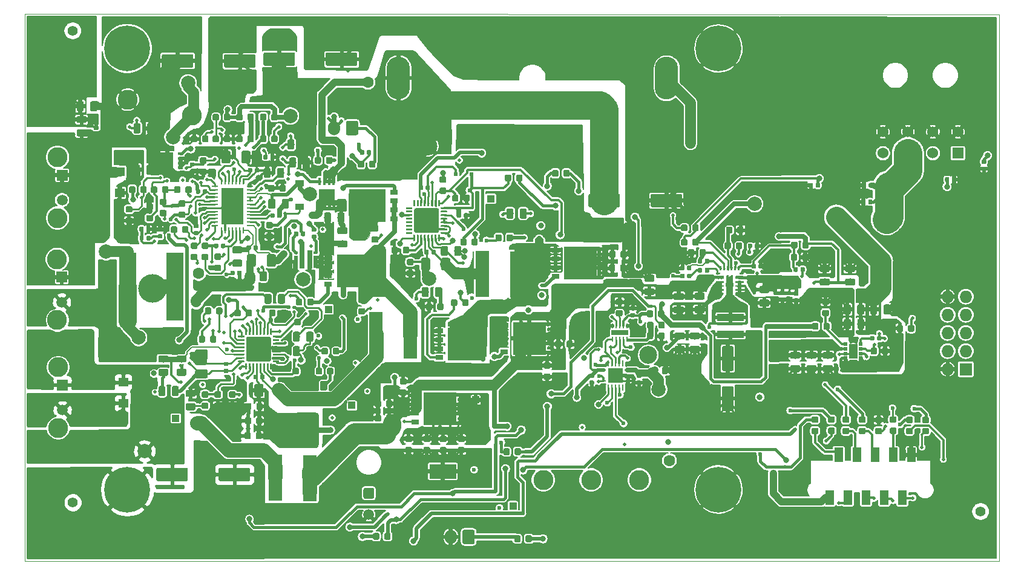
<source format=gbr>
G04 #@! TF.GenerationSoftware,KiCad,Pcbnew,(5.1.2)-1*
G04 #@! TF.CreationDate,2021-03-19T08:47:40+05:45*
G04 #@! TF.ProjectId,Pufferfish-Power-MCU,50756666-6572-4666-9973-682d506f7765,0.0*
G04 #@! TF.SameCoordinates,Original*
G04 #@! TF.FileFunction,Copper,L1,Top*
G04 #@! TF.FilePolarity,Positive*
%FSLAX46Y46*%
G04 Gerber Fmt 4.6, Leading zero omitted, Abs format (unit mm)*
G04 Created by KiCad (PCBNEW (5.1.2)-1) date 2021-03-19 08:47:40*
%MOMM*%
%LPD*%
G04 APERTURE LIST*
G04 #@! TA.AperFunction,NonConductor*
%ADD10C,0.100000*%
G04 #@! TD*
G04 #@! TA.AperFunction,SMDPad,CuDef*
%ADD11R,1.120000X0.650000*%
G04 #@! TD*
G04 #@! TA.AperFunction,SMDPad,CuDef*
%ADD12R,0.700000X0.600000*%
G04 #@! TD*
G04 #@! TA.AperFunction,ComponentPad*
%ADD13C,1.000000*%
G04 #@! TD*
G04 #@! TA.AperFunction,SMDPad,CuDef*
%ADD14R,1.800000X1.700000*%
G04 #@! TD*
G04 #@! TA.AperFunction,SMDPad,CuDef*
%ADD15R,4.570000X4.600000*%
G04 #@! TD*
G04 #@! TA.AperFunction,SMDPad,CuDef*
%ADD16R,1.400000X1.300000*%
G04 #@! TD*
G04 #@! TA.AperFunction,ComponentPad*
%ADD17R,1.727200X1.727200*%
G04 #@! TD*
G04 #@! TA.AperFunction,ComponentPad*
%ADD18O,1.727200X1.727200*%
G04 #@! TD*
G04 #@! TA.AperFunction,ComponentPad*
%ADD19C,2.799999*%
G04 #@! TD*
G04 #@! TA.AperFunction,ComponentPad*
%ADD20C,1.520000*%
G04 #@! TD*
G04 #@! TA.AperFunction,ComponentPad*
%ADD21R,1.520000X1.520000*%
G04 #@! TD*
G04 #@! TA.AperFunction,Conductor*
%ADD22C,0.100000*%
G04 #@! TD*
G04 #@! TA.AperFunction,SMDPad,CuDef*
%ADD23C,0.875000*%
G04 #@! TD*
G04 #@! TA.AperFunction,ComponentPad*
%ADD24C,2.500000*%
G04 #@! TD*
G04 #@! TA.AperFunction,SMDPad,CuDef*
%ADD25R,1.920000X6.500000*%
G04 #@! TD*
G04 #@! TA.AperFunction,ComponentPad*
%ADD26O,3.250000X6.000000*%
G04 #@! TD*
G04 #@! TA.AperFunction,SMDPad,CuDef*
%ADD27C,1.900000*%
G04 #@! TD*
G04 #@! TA.AperFunction,BGAPad,CuDef*
%ADD28C,1.400000*%
G04 #@! TD*
G04 #@! TA.AperFunction,SMDPad,CuDef*
%ADD29R,2.380000X9.510000*%
G04 #@! TD*
G04 #@! TA.AperFunction,SMDPad,CuDef*
%ADD30R,0.599999X0.499999*%
G04 #@! TD*
G04 #@! TA.AperFunction,SMDPad,CuDef*
%ADD31R,1.200000X2.000001*%
G04 #@! TD*
G04 #@! TA.AperFunction,ViaPad*
%ADD32C,0.533400*%
G04 #@! TD*
G04 #@! TA.AperFunction,SMDPad,CuDef*
%ADD33R,1.200000X2.000000*%
G04 #@! TD*
G04 #@! TA.AperFunction,SMDPad,CuDef*
%ADD34C,0.590000*%
G04 #@! TD*
G04 #@! TA.AperFunction,ComponentPad*
%ADD35R,1.530000X1.530000*%
G04 #@! TD*
G04 #@! TA.AperFunction,ComponentPad*
%ADD36C,1.530000*%
G04 #@! TD*
G04 #@! TA.AperFunction,SMDPad,CuDef*
%ADD37R,0.860000X0.270000*%
G04 #@! TD*
G04 #@! TA.AperFunction,SMDPad,CuDef*
%ADD38R,0.270000X0.860000*%
G04 #@! TD*
G04 #@! TA.AperFunction,SMDPad,CuDef*
%ADD39R,3.150000X5.150000*%
G04 #@! TD*
G04 #@! TA.AperFunction,SMDPad,CuDef*
%ADD40R,0.500000X0.500000*%
G04 #@! TD*
G04 #@! TA.AperFunction,SMDPad,CuDef*
%ADD41C,0.250000*%
G04 #@! TD*
G04 #@! TA.AperFunction,SMDPad,CuDef*
%ADD42C,3.450000*%
G04 #@! TD*
G04 #@! TA.AperFunction,SMDPad,CuDef*
%ADD43R,2.400000X0.640000*%
G04 #@! TD*
G04 #@! TA.AperFunction,SMDPad,CuDef*
%ADD44R,0.250000X0.700000*%
G04 #@! TD*
G04 #@! TA.AperFunction,SMDPad,CuDef*
%ADD45C,0.975000*%
G04 #@! TD*
G04 #@! TA.AperFunction,SMDPad,CuDef*
%ADD46C,1.600000*%
G04 #@! TD*
G04 #@! TA.AperFunction,ComponentPad*
%ADD47C,0.800000*%
G04 #@! TD*
G04 #@! TA.AperFunction,ComponentPad*
%ADD48C,6.400000*%
G04 #@! TD*
G04 #@! TA.AperFunction,ComponentPad*
%ADD49C,1.500000*%
G04 #@! TD*
G04 #@! TA.AperFunction,SMDPad,CuDef*
%ADD50R,3.800000X1.000000*%
G04 #@! TD*
G04 #@! TA.AperFunction,SMDPad,CuDef*
%ADD51R,3.800000X2.030000*%
G04 #@! TD*
G04 #@! TA.AperFunction,ComponentPad*
%ADD52R,1.000000X1.000000*%
G04 #@! TD*
G04 #@! TA.AperFunction,SMDPad,CuDef*
%ADD53C,0.300000*%
G04 #@! TD*
G04 #@! TA.AperFunction,SMDPad,CuDef*
%ADD54C,0.400000*%
G04 #@! TD*
G04 #@! TA.AperFunction,ViaPad*
%ADD55C,0.600000*%
G04 #@! TD*
G04 #@! TA.AperFunction,SMDPad,CuDef*
%ADD56R,2.050000X2.050000*%
G04 #@! TD*
G04 #@! TA.AperFunction,SMDPad,CuDef*
%ADD57R,0.850000X0.280000*%
G04 #@! TD*
G04 #@! TA.AperFunction,SMDPad,CuDef*
%ADD58R,0.280000X0.850000*%
G04 #@! TD*
G04 #@! TA.AperFunction,SMDPad,CuDef*
%ADD59R,1.200000X0.900000*%
G04 #@! TD*
G04 #@! TA.AperFunction,ComponentPad*
%ADD60C,1.700000*%
G04 #@! TD*
G04 #@! TA.AperFunction,ComponentPad*
%ADD61O,1.700000X2.000000*%
G04 #@! TD*
G04 #@! TA.AperFunction,SMDPad,CuDef*
%ADD62R,1.700000X2.370000*%
G04 #@! TD*
G04 #@! TA.AperFunction,SMDPad,CuDef*
%ADD63R,0.700000X0.420000*%
G04 #@! TD*
G04 #@! TA.AperFunction,SMDPad,CuDef*
%ADD64R,0.520000X0.450000*%
G04 #@! TD*
G04 #@! TA.AperFunction,SMDPad,CuDef*
%ADD65R,0.520000X1.750000*%
G04 #@! TD*
G04 #@! TA.AperFunction,SMDPad,CuDef*
%ADD66R,0.750000X2.520000*%
G04 #@! TD*
G04 #@! TA.AperFunction,SMDPad,CuDef*
%ADD67C,1.250000*%
G04 #@! TD*
G04 #@! TA.AperFunction,SMDPad,CuDef*
%ADD68R,0.405000X0.990000*%
G04 #@! TD*
G04 #@! TA.AperFunction,SMDPad,CuDef*
%ADD69R,2.235000X1.725000*%
G04 #@! TD*
G04 #@! TA.AperFunction,SMDPad,CuDef*
%ADD70R,0.405000X0.760000*%
G04 #@! TD*
G04 #@! TA.AperFunction,ComponentPad*
%ADD71C,2.800000*%
G04 #@! TD*
G04 #@! TA.AperFunction,ComponentPad*
%ADD72C,2.000000*%
G04 #@! TD*
G04 #@! TA.AperFunction,ViaPad*
%ADD73C,0.500000*%
G04 #@! TD*
G04 #@! TA.AperFunction,ViaPad*
%ADD74C,0.800000*%
G04 #@! TD*
G04 #@! TA.AperFunction,ViaPad*
%ADD75C,1.600000*%
G04 #@! TD*
G04 #@! TA.AperFunction,ViaPad*
%ADD76C,2.000000*%
G04 #@! TD*
G04 #@! TA.AperFunction,ViaPad*
%ADD77C,4.000000*%
G04 #@! TD*
G04 #@! TA.AperFunction,Conductor*
%ADD78C,0.350000*%
G04 #@! TD*
G04 #@! TA.AperFunction,Conductor*
%ADD79C,0.250000*%
G04 #@! TD*
G04 #@! TA.AperFunction,Conductor*
%ADD80C,0.400000*%
G04 #@! TD*
G04 #@! TA.AperFunction,Conductor*
%ADD81C,0.500000*%
G04 #@! TD*
G04 #@! TA.AperFunction,Conductor*
%ADD82C,0.300000*%
G04 #@! TD*
G04 #@! TA.AperFunction,Conductor*
%ADD83C,0.800000*%
G04 #@! TD*
G04 #@! TA.AperFunction,Conductor*
%ADD84C,0.700000*%
G04 #@! TD*
G04 #@! TA.AperFunction,Conductor*
%ADD85C,1.000000*%
G04 #@! TD*
G04 #@! TA.AperFunction,Conductor*
%ADD86C,0.200000*%
G04 #@! TD*
G04 #@! TA.AperFunction,Conductor*
%ADD87C,1.500000*%
G04 #@! TD*
G04 #@! TA.AperFunction,Conductor*
%ADD88C,3.000000*%
G04 #@! TD*
G04 #@! TA.AperFunction,Conductor*
%ADD89C,2.500000*%
G04 #@! TD*
G04 #@! TA.AperFunction,Conductor*
%ADD90C,2.000000*%
G04 #@! TD*
G04 #@! TA.AperFunction,Conductor*
%ADD91C,4.000000*%
G04 #@! TD*
G04 #@! TA.AperFunction,Conductor*
%ADD92C,0.127000*%
G04 #@! TD*
G04 #@! TA.AperFunction,Conductor*
%ADD93C,0.254000*%
G04 #@! TD*
G04 APERTURE END LIST*
D10*
X203287400Y-43052600D02*
X66977400Y-42972600D01*
X203287400Y-119552600D02*
X203287400Y-43052600D01*
X66977400Y-119552600D02*
X203287400Y-119552600D01*
X66977400Y-42972600D02*
X66977400Y-119552600D01*
X82946666Y-47752000D02*
G75*
G03X82946666Y-47752000I-1666666J0D01*
G01*
X78780000Y-47752000D02*
X83780000Y-47752000D01*
X81280000Y-45252000D02*
X81280000Y-50252000D01*
D11*
G04 #@! TO.P,U10,4*
G04 #@! TO.N,Net-(R101-Pad2)*
X141247400Y-79732600D03*
G04 #@! TO.P,U10,3*
G04 #@! TO.N,/LTC7812/SW2_2*
X141247400Y-78482600D03*
G04 #@! TO.P,U10,2*
X141257400Y-77252600D03*
D12*
G04 #@! TO.P,U10,5*
G04 #@! TO.N,VOUT_7812_24V*
X147187400Y-79872600D03*
X147187400Y-78532600D03*
X147187400Y-77262600D03*
D13*
X143487400Y-79302600D03*
X145987400Y-76427600D03*
X143508000Y-76446360D03*
X145962400Y-79277600D03*
D12*
X147187400Y-75872600D03*
D11*
G04 #@! TO.P,U10,1*
G04 #@! TO.N,/LTC7812/SW2_2*
X141257400Y-76012600D03*
D14*
G04 #@! TO.P,U10,5*
G04 #@! TO.N,VOUT_7812_24V*
X143637400Y-79092600D03*
X143637400Y-76692600D03*
X145787400Y-79092600D03*
X145787400Y-76692600D03*
D15*
X144737400Y-77872600D03*
G04 #@! TD*
D11*
G04 #@! TO.P,U9,4*
G04 #@! TO.N,Net-(R100-Pad1)*
X124967400Y-91062600D03*
G04 #@! TO.P,U9,3*
G04 #@! TO.N,GND*
X124967400Y-89812600D03*
G04 #@! TO.P,U9,2*
X124977400Y-88582600D03*
D12*
G04 #@! TO.P,U9,5*
G04 #@! TO.N,/LTC7812/SW2_2*
X130907400Y-91202600D03*
X130907400Y-89862600D03*
X130907400Y-88592600D03*
D13*
X127207400Y-90632600D03*
X129707400Y-87757600D03*
X127228000Y-87776360D03*
X129682400Y-90607600D03*
D12*
X130907400Y-87202600D03*
D11*
G04 #@! TO.P,U9,1*
G04 #@! TO.N,GND*
X124977400Y-87342600D03*
D14*
G04 #@! TO.P,U9,5*
G04 #@! TO.N,/LTC7812/SW2_2*
X127357400Y-90422600D03*
X127357400Y-88022600D03*
X129507400Y-90422600D03*
X129507400Y-88022600D03*
D15*
X128457400Y-89202600D03*
G04 #@! TD*
D11*
G04 #@! TO.P,U8,4*
G04 #@! TO.N,Net-(R99-Pad1)*
X118627400Y-67892600D03*
G04 #@! TO.P,U8,3*
G04 #@! TO.N,/LTC7812/SW_2_1*
X118627400Y-69142600D03*
G04 #@! TO.P,U8,2*
X118617400Y-70372600D03*
D12*
G04 #@! TO.P,U8,5*
G04 #@! TO.N,/LTC7812/VBIAS1*
X112687400Y-67752600D03*
X112687400Y-69092600D03*
X112687400Y-70362600D03*
D13*
X116387400Y-68322600D03*
X113887400Y-71197600D03*
X116366800Y-71178840D03*
X113912400Y-68347600D03*
D12*
X112687400Y-71752600D03*
D11*
G04 #@! TO.P,U8,1*
G04 #@! TO.N,/LTC7812/SW_2_1*
X118617400Y-71612600D03*
D14*
G04 #@! TO.P,U8,5*
G04 #@! TO.N,/LTC7812/VBIAS1*
X116237400Y-68532600D03*
X116237400Y-70932600D03*
X114087400Y-68532600D03*
X114087400Y-70932600D03*
D15*
X115137400Y-69752600D03*
G04 #@! TD*
D11*
G04 #@! TO.P,U7,4*
G04 #@! TO.N,Net-(R98-Pad1)*
X109447400Y-80832600D03*
G04 #@! TO.P,U7,3*
G04 #@! TO.N,GND*
X109447400Y-79582600D03*
G04 #@! TO.P,U7,2*
X109457400Y-78352600D03*
D12*
G04 #@! TO.P,U7,5*
G04 #@! TO.N,/LTC7812/SW_2_1*
X115387400Y-80972600D03*
X115387400Y-79632600D03*
X115387400Y-78362600D03*
D13*
X111687400Y-80402600D03*
X114187400Y-77527600D03*
X111708000Y-77546360D03*
X114162400Y-80377600D03*
D12*
X115387400Y-76972600D03*
D11*
G04 #@! TO.P,U7,1*
G04 #@! TO.N,GND*
X109457400Y-77112600D03*
D14*
G04 #@! TO.P,U7,5*
G04 #@! TO.N,/LTC7812/SW_2_1*
X111837400Y-80192600D03*
X111837400Y-77792600D03*
X113987400Y-80192600D03*
X113987400Y-77792600D03*
D15*
X112937400Y-78972600D03*
G04 #@! TD*
D11*
G04 #@! TO.P,Q6,4*
G04 #@! TO.N,Net-(Q6-Pad4)*
X121577400Y-100112600D03*
G04 #@! TO.P,Q6,3*
G04 #@! TO.N,VIN_7812_2*
X121577400Y-98862600D03*
G04 #@! TO.P,Q6,2*
X121587400Y-97632600D03*
D12*
G04 #@! TO.P,Q6,5*
G04 #@! TO.N,/LTC7812/VBIAS1*
X127517400Y-100252600D03*
X127517400Y-98912600D03*
X127517400Y-97642600D03*
D13*
X123817400Y-99682600D03*
X126317400Y-96807600D03*
X123838000Y-96826360D03*
X126292400Y-99657600D03*
D12*
X127517400Y-96252600D03*
D11*
G04 #@! TO.P,Q6,1*
G04 #@! TO.N,VIN_7812_2*
X121587400Y-96392600D03*
D14*
G04 #@! TO.P,Q6,5*
G04 #@! TO.N,/LTC7812/VBIAS1*
X123967400Y-99472600D03*
X123967400Y-97072600D03*
X126117400Y-99472600D03*
X126117400Y-97072600D03*
D15*
X125067400Y-98252600D03*
G04 #@! TD*
D11*
G04 #@! TO.P,Q5,4*
G04 #@! TO.N,Net-(Q5-Pad4)*
X134077400Y-90252600D03*
G04 #@! TO.P,Q5,3*
G04 #@! TO.N,GND*
X134077400Y-89002600D03*
G04 #@! TO.P,Q5,2*
X134087400Y-87772600D03*
D12*
G04 #@! TO.P,Q5,5*
G04 #@! TO.N,VIN_7812_2*
X140017400Y-90392600D03*
X140017400Y-89052600D03*
X140017400Y-87782600D03*
D13*
X136317400Y-89822600D03*
X138817400Y-86947600D03*
X136338000Y-86966360D03*
X138792400Y-89797600D03*
D12*
X140017400Y-86392600D03*
D11*
G04 #@! TO.P,Q5,1*
G04 #@! TO.N,GND*
X134087400Y-86532600D03*
D14*
G04 #@! TO.P,Q5,5*
G04 #@! TO.N,VIN_7812_2*
X136467400Y-89612600D03*
X136467400Y-87212600D03*
X138617400Y-89612600D03*
X138617400Y-87212600D03*
D15*
X137567400Y-88392600D03*
G04 #@! TD*
D16*
G04 #@! TO.P,D2,2*
G04 #@! TO.N,GND*
X80758600Y-97458300D03*
G04 #@! TO.P,D2,1*
G04 #@! TO.N,VBAT-IN-12V*
X80758600Y-94548300D03*
G04 #@! TD*
G04 #@! TO.P,D1,2*
G04 #@! TO.N,GND*
X80264000Y-67998000D03*
G04 #@! TO.P,D1,1*
G04 #@! TO.N,INTCON_WALL*
X80264000Y-65088000D03*
G04 #@! TD*
D17*
G04 #@! TO.P,P1,1*
G04 #@! TO.N,AAD_SCL*
X198628000Y-92710000D03*
D18*
G04 #@! TO.P,P1,2*
G04 #@! TO.N,GND*
X196088000Y-92710000D03*
G04 #@! TO.P,P1,3*
G04 #@! TO.N,AAD_SDA*
X198628000Y-90170000D03*
G04 #@! TO.P,P1,4*
G04 #@! TO.N,Net-(JP16-Pad2)*
X196088000Y-90170000D03*
G04 #@! TO.P,P1,5*
G04 #@! TO.N,N/C*
X198628000Y-87630000D03*
G04 #@! TO.P,P1,6*
X196088000Y-87630000D03*
G04 #@! TO.P,P1,7*
X198628000Y-85090000D03*
G04 #@! TO.P,P1,8*
X196088000Y-85090000D03*
G04 #@! TO.P,P1,9*
X198628000Y-82550000D03*
G04 #@! TO.P,P1,10*
G04 #@! TO.N,GND*
X196088000Y-82550000D03*
G04 #@! TD*
D19*
G04 #@! TO.P,J5,4*
G04 #@! TO.N,N/C*
X71568799Y-71528161D03*
G04 #@! TO.P,J5,3*
X71568799Y-63028178D03*
D20*
G04 #@! TO.P,J5,2*
G04 #@! TO.N,GND*
X72198800Y-69028301D03*
D21*
G04 #@! TO.P,J5,1*
G04 #@! TO.N,INTCON_WALL*
X72198800Y-65528300D03*
G04 #@! TD*
D19*
G04 #@! TO.P,J4,4*
G04 #@! TO.N,N/C*
X71517399Y-85812461D03*
G04 #@! TO.P,J4,3*
X71517399Y-77312478D03*
D20*
G04 #@! TO.P,J4,2*
G04 #@! TO.N,GND*
X72147400Y-83312601D03*
D21*
G04 #@! TO.P,J4,1*
G04 #@! TO.N,INTCON_WALL*
X72147400Y-79812600D03*
G04 #@! TD*
G04 #@! TO.P,J6,1*
G04 #@! TO.N,VBAT-IN-12V*
X72237400Y-94912600D03*
D20*
G04 #@! TO.P,J6,2*
G04 #@! TO.N,GND*
X72237400Y-98412601D03*
D19*
G04 #@! TO.P,J6,3*
G04 #@! TO.N,N/C*
X71607399Y-92412478D03*
G04 #@! TO.P,J6,4*
X71607399Y-100912461D03*
G04 #@! TD*
D22*
G04 #@! TO.N,GND*
G04 #@! TO.C,C90*
G36*
X125753691Y-65705053D02*
G01*
X125774926Y-65708203D01*
X125795750Y-65713419D01*
X125815962Y-65720651D01*
X125835368Y-65729830D01*
X125853781Y-65740866D01*
X125871024Y-65753654D01*
X125886930Y-65768070D01*
X125901346Y-65783976D01*
X125914134Y-65801219D01*
X125925170Y-65819632D01*
X125934349Y-65839038D01*
X125941581Y-65859250D01*
X125946797Y-65880074D01*
X125949947Y-65901309D01*
X125951000Y-65922750D01*
X125951000Y-66360250D01*
X125949947Y-66381691D01*
X125946797Y-66402926D01*
X125941581Y-66423750D01*
X125934349Y-66443962D01*
X125925170Y-66463368D01*
X125914134Y-66481781D01*
X125901346Y-66499024D01*
X125886930Y-66514930D01*
X125871024Y-66529346D01*
X125853781Y-66542134D01*
X125835368Y-66553170D01*
X125815962Y-66562349D01*
X125795750Y-66569581D01*
X125774926Y-66574797D01*
X125753691Y-66577947D01*
X125732250Y-66579000D01*
X125219750Y-66579000D01*
X125198309Y-66577947D01*
X125177074Y-66574797D01*
X125156250Y-66569581D01*
X125136038Y-66562349D01*
X125116632Y-66553170D01*
X125098219Y-66542134D01*
X125080976Y-66529346D01*
X125065070Y-66514930D01*
X125050654Y-66499024D01*
X125037866Y-66481781D01*
X125026830Y-66463368D01*
X125017651Y-66443962D01*
X125010419Y-66423750D01*
X125005203Y-66402926D01*
X125002053Y-66381691D01*
X125001000Y-66360250D01*
X125001000Y-65922750D01*
X125002053Y-65901309D01*
X125005203Y-65880074D01*
X125010419Y-65859250D01*
X125017651Y-65839038D01*
X125026830Y-65819632D01*
X125037866Y-65801219D01*
X125050654Y-65783976D01*
X125065070Y-65768070D01*
X125080976Y-65753654D01*
X125098219Y-65740866D01*
X125116632Y-65729830D01*
X125136038Y-65720651D01*
X125156250Y-65713419D01*
X125177074Y-65708203D01*
X125198309Y-65705053D01*
X125219750Y-65704000D01*
X125732250Y-65704000D01*
X125753691Y-65705053D01*
X125753691Y-65705053D01*
G37*
D23*
G04 #@! TD*
G04 #@! TO.P,C90,2*
G04 #@! TO.N,GND*
X125476000Y-66141500D03*
D22*
G04 #@! TO.N,VIN_7812_2*
G04 #@! TO.C,C90*
G36*
X125753691Y-67280053D02*
G01*
X125774926Y-67283203D01*
X125795750Y-67288419D01*
X125815962Y-67295651D01*
X125835368Y-67304830D01*
X125853781Y-67315866D01*
X125871024Y-67328654D01*
X125886930Y-67343070D01*
X125901346Y-67358976D01*
X125914134Y-67376219D01*
X125925170Y-67394632D01*
X125934349Y-67414038D01*
X125941581Y-67434250D01*
X125946797Y-67455074D01*
X125949947Y-67476309D01*
X125951000Y-67497750D01*
X125951000Y-67935250D01*
X125949947Y-67956691D01*
X125946797Y-67977926D01*
X125941581Y-67998750D01*
X125934349Y-68018962D01*
X125925170Y-68038368D01*
X125914134Y-68056781D01*
X125901346Y-68074024D01*
X125886930Y-68089930D01*
X125871024Y-68104346D01*
X125853781Y-68117134D01*
X125835368Y-68128170D01*
X125815962Y-68137349D01*
X125795750Y-68144581D01*
X125774926Y-68149797D01*
X125753691Y-68152947D01*
X125732250Y-68154000D01*
X125219750Y-68154000D01*
X125198309Y-68152947D01*
X125177074Y-68149797D01*
X125156250Y-68144581D01*
X125136038Y-68137349D01*
X125116632Y-68128170D01*
X125098219Y-68117134D01*
X125080976Y-68104346D01*
X125065070Y-68089930D01*
X125050654Y-68074024D01*
X125037866Y-68056781D01*
X125026830Y-68038368D01*
X125017651Y-68018962D01*
X125010419Y-67998750D01*
X125005203Y-67977926D01*
X125002053Y-67956691D01*
X125001000Y-67935250D01*
X125001000Y-67497750D01*
X125002053Y-67476309D01*
X125005203Y-67455074D01*
X125010419Y-67434250D01*
X125017651Y-67414038D01*
X125026830Y-67394632D01*
X125037866Y-67376219D01*
X125050654Y-67358976D01*
X125065070Y-67343070D01*
X125080976Y-67328654D01*
X125098219Y-67315866D01*
X125116632Y-67304830D01*
X125136038Y-67295651D01*
X125156250Y-67288419D01*
X125177074Y-67283203D01*
X125198309Y-67280053D01*
X125219750Y-67279000D01*
X125732250Y-67279000D01*
X125753691Y-67280053D01*
X125753691Y-67280053D01*
G37*
D23*
G04 #@! TD*
G04 #@! TO.P,C90,1*
G04 #@! TO.N,VIN_7812_2*
X125476000Y-67716500D03*
D24*
G04 #@! TO.P,TP4,1*
G04 #@! TO.N,LTC7812_RUN*
X154178000Y-90678000D03*
G04 #@! TD*
D25*
G04 #@! TO.P,L4,2*
G04 #@! TO.N,Net-(C72-Pad2)*
X102067400Y-107857600D03*
G04 #@! TO.P,L4,1*
G04 #@! TO.N,VIN_7812_2*
X106877400Y-107947600D03*
G04 #@! TD*
D22*
G04 #@! TO.N,Net-(C25-Pad1)*
G04 #@! TO.C,R26*
G36*
X154735091Y-86053653D02*
G01*
X154756326Y-86056803D01*
X154777150Y-86062019D01*
X154797362Y-86069251D01*
X154816768Y-86078430D01*
X154835181Y-86089466D01*
X154852424Y-86102254D01*
X154868330Y-86116670D01*
X154882746Y-86132576D01*
X154895534Y-86149819D01*
X154906570Y-86168232D01*
X154915749Y-86187638D01*
X154922981Y-86207850D01*
X154928197Y-86228674D01*
X154931347Y-86249909D01*
X154932400Y-86271350D01*
X154932400Y-86783850D01*
X154931347Y-86805291D01*
X154928197Y-86826526D01*
X154922981Y-86847350D01*
X154915749Y-86867562D01*
X154906570Y-86886968D01*
X154895534Y-86905381D01*
X154882746Y-86922624D01*
X154868330Y-86938530D01*
X154852424Y-86952946D01*
X154835181Y-86965734D01*
X154816768Y-86976770D01*
X154797362Y-86985949D01*
X154777150Y-86993181D01*
X154756326Y-86998397D01*
X154735091Y-87001547D01*
X154713650Y-87002600D01*
X154276150Y-87002600D01*
X154254709Y-87001547D01*
X154233474Y-86998397D01*
X154212650Y-86993181D01*
X154192438Y-86985949D01*
X154173032Y-86976770D01*
X154154619Y-86965734D01*
X154137376Y-86952946D01*
X154121470Y-86938530D01*
X154107054Y-86922624D01*
X154094266Y-86905381D01*
X154083230Y-86886968D01*
X154074051Y-86867562D01*
X154066819Y-86847350D01*
X154061603Y-86826526D01*
X154058453Y-86805291D01*
X154057400Y-86783850D01*
X154057400Y-86271350D01*
X154058453Y-86249909D01*
X154061603Y-86228674D01*
X154066819Y-86207850D01*
X154074051Y-86187638D01*
X154083230Y-86168232D01*
X154094266Y-86149819D01*
X154107054Y-86132576D01*
X154121470Y-86116670D01*
X154137376Y-86102254D01*
X154154619Y-86089466D01*
X154173032Y-86078430D01*
X154192438Y-86069251D01*
X154212650Y-86062019D01*
X154233474Y-86056803D01*
X154254709Y-86053653D01*
X154276150Y-86052600D01*
X154713650Y-86052600D01*
X154735091Y-86053653D01*
X154735091Y-86053653D01*
G37*
D23*
G04 #@! TD*
G04 #@! TO.P,R26,2*
G04 #@! TO.N,Net-(C25-Pad1)*
X154494900Y-86527600D03*
D22*
G04 #@! TO.N,Net-(J3-Pad1)*
G04 #@! TO.C,R26*
G36*
X156310091Y-86053653D02*
G01*
X156331326Y-86056803D01*
X156352150Y-86062019D01*
X156372362Y-86069251D01*
X156391768Y-86078430D01*
X156410181Y-86089466D01*
X156427424Y-86102254D01*
X156443330Y-86116670D01*
X156457746Y-86132576D01*
X156470534Y-86149819D01*
X156481570Y-86168232D01*
X156490749Y-86187638D01*
X156497981Y-86207850D01*
X156503197Y-86228674D01*
X156506347Y-86249909D01*
X156507400Y-86271350D01*
X156507400Y-86783850D01*
X156506347Y-86805291D01*
X156503197Y-86826526D01*
X156497981Y-86847350D01*
X156490749Y-86867562D01*
X156481570Y-86886968D01*
X156470534Y-86905381D01*
X156457746Y-86922624D01*
X156443330Y-86938530D01*
X156427424Y-86952946D01*
X156410181Y-86965734D01*
X156391768Y-86976770D01*
X156372362Y-86985949D01*
X156352150Y-86993181D01*
X156331326Y-86998397D01*
X156310091Y-87001547D01*
X156288650Y-87002600D01*
X155851150Y-87002600D01*
X155829709Y-87001547D01*
X155808474Y-86998397D01*
X155787650Y-86993181D01*
X155767438Y-86985949D01*
X155748032Y-86976770D01*
X155729619Y-86965734D01*
X155712376Y-86952946D01*
X155696470Y-86938530D01*
X155682054Y-86922624D01*
X155669266Y-86905381D01*
X155658230Y-86886968D01*
X155649051Y-86867562D01*
X155641819Y-86847350D01*
X155636603Y-86826526D01*
X155633453Y-86805291D01*
X155632400Y-86783850D01*
X155632400Y-86271350D01*
X155633453Y-86249909D01*
X155636603Y-86228674D01*
X155641819Y-86207850D01*
X155649051Y-86187638D01*
X155658230Y-86168232D01*
X155669266Y-86149819D01*
X155682054Y-86132576D01*
X155696470Y-86116670D01*
X155712376Y-86102254D01*
X155729619Y-86089466D01*
X155748032Y-86078430D01*
X155767438Y-86069251D01*
X155787650Y-86062019D01*
X155808474Y-86056803D01*
X155829709Y-86053653D01*
X155851150Y-86052600D01*
X156288650Y-86052600D01*
X156310091Y-86053653D01*
X156310091Y-86053653D01*
G37*
D23*
G04 #@! TD*
G04 #@! TO.P,R26,1*
G04 #@! TO.N,Net-(J3-Pad1)*
X156069900Y-86527600D03*
D26*
G04 #@! TO.P,F1,2*
G04 #@! TO.N,/LTC4015/PP-SENSE-CLN*
X119255400Y-51926600D03*
G04 #@! TO.P,F1,1*
G04 #@! TO.N,VIN_7812_1_RAW*
X156755400Y-51926600D03*
G04 #@! TD*
D22*
G04 #@! TO.N,GND*
G04 #@! TO.C,C24*
G36*
X98272505Y-106493204D02*
G01*
X98296773Y-106496804D01*
X98320572Y-106502765D01*
X98343671Y-106511030D01*
X98365850Y-106521520D01*
X98386893Y-106534132D01*
X98406599Y-106548747D01*
X98424777Y-106565223D01*
X98441253Y-106583401D01*
X98455868Y-106603107D01*
X98468480Y-106624150D01*
X98478970Y-106646329D01*
X98487235Y-106669428D01*
X98493196Y-106693227D01*
X98496796Y-106717495D01*
X98498000Y-106741999D01*
X98498000Y-108142001D01*
X98496796Y-108166505D01*
X98493196Y-108190773D01*
X98487235Y-108214572D01*
X98478970Y-108237671D01*
X98468480Y-108259850D01*
X98455868Y-108280893D01*
X98441253Y-108300599D01*
X98424777Y-108318777D01*
X98406599Y-108335253D01*
X98386893Y-108349868D01*
X98365850Y-108362480D01*
X98343671Y-108372970D01*
X98320572Y-108381235D01*
X98296773Y-108387196D01*
X98272505Y-108390796D01*
X98248001Y-108392000D01*
X94347999Y-108392000D01*
X94323495Y-108390796D01*
X94299227Y-108387196D01*
X94275428Y-108381235D01*
X94252329Y-108372970D01*
X94230150Y-108362480D01*
X94209107Y-108349868D01*
X94189401Y-108335253D01*
X94171223Y-108318777D01*
X94154747Y-108300599D01*
X94140132Y-108280893D01*
X94127520Y-108259850D01*
X94117030Y-108237671D01*
X94108765Y-108214572D01*
X94102804Y-108190773D01*
X94099204Y-108166505D01*
X94098000Y-108142001D01*
X94098000Y-106741999D01*
X94099204Y-106717495D01*
X94102804Y-106693227D01*
X94108765Y-106669428D01*
X94117030Y-106646329D01*
X94127520Y-106624150D01*
X94140132Y-106603107D01*
X94154747Y-106583401D01*
X94171223Y-106565223D01*
X94189401Y-106548747D01*
X94209107Y-106534132D01*
X94230150Y-106521520D01*
X94252329Y-106511030D01*
X94275428Y-106502765D01*
X94299227Y-106496804D01*
X94323495Y-106493204D01*
X94347999Y-106492000D01*
X98248001Y-106492000D01*
X98272505Y-106493204D01*
X98272505Y-106493204D01*
G37*
D27*
G04 #@! TD*
G04 #@! TO.P,C24,2*
G04 #@! TO.N,GND*
X96298000Y-107442000D03*
D22*
G04 #@! TO.N,VBAT-IN-12V*
G04 #@! TO.C,C24*
G36*
X89572505Y-106493204D02*
G01*
X89596773Y-106496804D01*
X89620572Y-106502765D01*
X89643671Y-106511030D01*
X89665850Y-106521520D01*
X89686893Y-106534132D01*
X89706599Y-106548747D01*
X89724777Y-106565223D01*
X89741253Y-106583401D01*
X89755868Y-106603107D01*
X89768480Y-106624150D01*
X89778970Y-106646329D01*
X89787235Y-106669428D01*
X89793196Y-106693227D01*
X89796796Y-106717495D01*
X89798000Y-106741999D01*
X89798000Y-108142001D01*
X89796796Y-108166505D01*
X89793196Y-108190773D01*
X89787235Y-108214572D01*
X89778970Y-108237671D01*
X89768480Y-108259850D01*
X89755868Y-108280893D01*
X89741253Y-108300599D01*
X89724777Y-108318777D01*
X89706599Y-108335253D01*
X89686893Y-108349868D01*
X89665850Y-108362480D01*
X89643671Y-108372970D01*
X89620572Y-108381235D01*
X89596773Y-108387196D01*
X89572505Y-108390796D01*
X89548001Y-108392000D01*
X85647999Y-108392000D01*
X85623495Y-108390796D01*
X85599227Y-108387196D01*
X85575428Y-108381235D01*
X85552329Y-108372970D01*
X85530150Y-108362480D01*
X85509107Y-108349868D01*
X85489401Y-108335253D01*
X85471223Y-108318777D01*
X85454747Y-108300599D01*
X85440132Y-108280893D01*
X85427520Y-108259850D01*
X85417030Y-108237671D01*
X85408765Y-108214572D01*
X85402804Y-108190773D01*
X85399204Y-108166505D01*
X85398000Y-108142001D01*
X85398000Y-106741999D01*
X85399204Y-106717495D01*
X85402804Y-106693227D01*
X85408765Y-106669428D01*
X85417030Y-106646329D01*
X85427520Y-106624150D01*
X85440132Y-106603107D01*
X85454747Y-106583401D01*
X85471223Y-106565223D01*
X85489401Y-106548747D01*
X85509107Y-106534132D01*
X85530150Y-106521520D01*
X85552329Y-106511030D01*
X85575428Y-106502765D01*
X85599227Y-106496804D01*
X85623495Y-106493204D01*
X85647999Y-106492000D01*
X89548001Y-106492000D01*
X89572505Y-106493204D01*
X89572505Y-106493204D01*
G37*
D27*
G04 #@! TD*
G04 #@! TO.P,C24,1*
G04 #@! TO.N,VBAT-IN-12V*
X87598000Y-107442000D03*
D28*
G04 #@! TO.P,FID1,*
G04 #@! TO.N,*
X200697400Y-112632600D03*
G04 #@! TD*
G04 #@! TO.P,FID1,*
G04 #@! TO.N,*
X73697400Y-111362600D03*
G04 #@! TD*
D29*
G04 #@! TO.P,L3,1*
G04 #@! TO.N,/LTC4015/PP-SW-NODE*
X88025000Y-81100000D03*
G04 #@! TO.P,L3,2*
G04 #@! TO.N,/LTC4015/PP-CSP*
X81375000Y-81100000D03*
G04 #@! TD*
D25*
G04 #@! TO.P,L5,2*
G04 #@! TO.N,/LTC7812/SW_2_1*
X120934000Y-87997600D03*
G04 #@! TO.P,L5,1*
G04 #@! TO.N,Net-(C76-Pad1)*
X116124000Y-87907600D03*
G04 #@! TD*
G04 #@! TO.P,L6,2*
G04 #@! TO.N,/LTC7812/SW2_2*
X135793000Y-79420000D03*
G04 #@! TO.P,L6,1*
G04 #@! TO.N,Net-(C93-Pad1)*
X130983000Y-79330000D03*
G04 #@! TD*
D30*
G04 #@! TO.P,U3,1*
G04 #@! TO.N,/3.3V Buck/3V3-EN*
X181830000Y-89195001D03*
G04 #@! TO.P,U3,2*
G04 #@! TO.N,VIN_7812_2*
X181830000Y-89844999D03*
G04 #@! TO.P,U3,3*
G04 #@! TO.N,GND*
X181830000Y-90495001D03*
G04 #@! TO.P,U3,4*
G04 #@! TO.N,VSYS-3V3*
X181830000Y-91144999D03*
G04 #@! TO.P,U3,5*
X183930000Y-91144999D03*
G04 #@! TO.P,U3,6*
G04 #@! TO.N,/3.3V Buck/3V3-FB*
X183930000Y-90495001D03*
G04 #@! TO.P,U3,7*
G04 #@! TO.N,3V3-PGOOD*
X183930000Y-89844999D03*
G04 #@! TO.P,U3,8*
G04 #@! TO.N,/3.3V Buck/3V3-SS*
X183930000Y-89195001D03*
D31*
G04 #@! TO.P,U3,9*
G04 #@! TO.N,GND*
X182880000Y-90170000D03*
D32*
G04 #@! TD*
G04 #@! TO.N,N/C*
G04 #@! TO.C,U3*
X182880000Y-90170000D03*
G04 #@! TO.N,N/C*
G04 #@! TO.C,U3*
X182880000Y-89419999D03*
X182880000Y-90920001D03*
G04 #@! TD*
D33*
G04 #@! TO.P,J2,10*
G04 #@! TO.N,GND*
X191003000Y-104696000D03*
G04 #@! TO.P,J2,8*
G04 #@! TO.N,Net-(J2-Pad8)*
X188463000Y-104696000D03*
G04 #@! TO.P,J2,6*
G04 #@! TO.N,Net-(J2-Pad6)*
X185923000Y-104696000D03*
G04 #@! TO.P,J2,4*
G04 #@! TO.N,Net-(J2-Pad4)*
X183383000Y-104696000D03*
G04 #@! TO.P,J2,2*
G04 #@! TO.N,Net-(J2-Pad2)*
X180843000Y-104696000D03*
G04 #@! TO.P,J2,9*
G04 #@! TO.N,Net-(J2-Pad9)*
X189743000Y-110696000D03*
G04 #@! TO.P,J2,7*
G04 #@! TO.N,Net-(J2-Pad7)*
X187203000Y-110696000D03*
G04 #@! TO.P,J2,5*
G04 #@! TO.N,Net-(J2-Pad5)*
X184663000Y-110696000D03*
G04 #@! TO.P,J2,3*
G04 #@! TO.N,Net-(J2-Pad3)*
X182123000Y-110696000D03*
G04 #@! TO.P,J2,1*
G04 #@! TO.N,VSYS-3V3*
X179583000Y-110696000D03*
G04 #@! TD*
D22*
G04 #@! TO.N,/LTC4015/PP-CSPM5*
G04 #@! TO.C,C15*
G36*
X94257691Y-76500053D02*
G01*
X94278926Y-76503203D01*
X94299750Y-76508419D01*
X94319962Y-76515651D01*
X94339368Y-76524830D01*
X94357781Y-76535866D01*
X94375024Y-76548654D01*
X94390930Y-76563070D01*
X94405346Y-76578976D01*
X94418134Y-76596219D01*
X94429170Y-76614632D01*
X94438349Y-76634038D01*
X94445581Y-76654250D01*
X94450797Y-76675074D01*
X94453947Y-76696309D01*
X94455000Y-76717750D01*
X94455000Y-77155250D01*
X94453947Y-77176691D01*
X94450797Y-77197926D01*
X94445581Y-77218750D01*
X94438349Y-77238962D01*
X94429170Y-77258368D01*
X94418134Y-77276781D01*
X94405346Y-77294024D01*
X94390930Y-77309930D01*
X94375024Y-77324346D01*
X94357781Y-77337134D01*
X94339368Y-77348170D01*
X94319962Y-77357349D01*
X94299750Y-77364581D01*
X94278926Y-77369797D01*
X94257691Y-77372947D01*
X94236250Y-77374000D01*
X93723750Y-77374000D01*
X93702309Y-77372947D01*
X93681074Y-77369797D01*
X93660250Y-77364581D01*
X93640038Y-77357349D01*
X93620632Y-77348170D01*
X93602219Y-77337134D01*
X93584976Y-77324346D01*
X93569070Y-77309930D01*
X93554654Y-77294024D01*
X93541866Y-77276781D01*
X93530830Y-77258368D01*
X93521651Y-77238962D01*
X93514419Y-77218750D01*
X93509203Y-77197926D01*
X93506053Y-77176691D01*
X93505000Y-77155250D01*
X93505000Y-76717750D01*
X93506053Y-76696309D01*
X93509203Y-76675074D01*
X93514419Y-76654250D01*
X93521651Y-76634038D01*
X93530830Y-76614632D01*
X93541866Y-76596219D01*
X93554654Y-76578976D01*
X93569070Y-76563070D01*
X93584976Y-76548654D01*
X93602219Y-76535866D01*
X93620632Y-76524830D01*
X93640038Y-76515651D01*
X93660250Y-76508419D01*
X93681074Y-76503203D01*
X93702309Y-76500053D01*
X93723750Y-76499000D01*
X94236250Y-76499000D01*
X94257691Y-76500053D01*
X94257691Y-76500053D01*
G37*
D23*
G04 #@! TD*
G04 #@! TO.P,C15,2*
G04 #@! TO.N,/LTC4015/PP-CSPM5*
X93980000Y-76936500D03*
D22*
G04 #@! TO.N,/LTC4015/PP-CSP*
G04 #@! TO.C,C15*
G36*
X94257691Y-78075053D02*
G01*
X94278926Y-78078203D01*
X94299750Y-78083419D01*
X94319962Y-78090651D01*
X94339368Y-78099830D01*
X94357781Y-78110866D01*
X94375024Y-78123654D01*
X94390930Y-78138070D01*
X94405346Y-78153976D01*
X94418134Y-78171219D01*
X94429170Y-78189632D01*
X94438349Y-78209038D01*
X94445581Y-78229250D01*
X94450797Y-78250074D01*
X94453947Y-78271309D01*
X94455000Y-78292750D01*
X94455000Y-78730250D01*
X94453947Y-78751691D01*
X94450797Y-78772926D01*
X94445581Y-78793750D01*
X94438349Y-78813962D01*
X94429170Y-78833368D01*
X94418134Y-78851781D01*
X94405346Y-78869024D01*
X94390930Y-78884930D01*
X94375024Y-78899346D01*
X94357781Y-78912134D01*
X94339368Y-78923170D01*
X94319962Y-78932349D01*
X94299750Y-78939581D01*
X94278926Y-78944797D01*
X94257691Y-78947947D01*
X94236250Y-78949000D01*
X93723750Y-78949000D01*
X93702309Y-78947947D01*
X93681074Y-78944797D01*
X93660250Y-78939581D01*
X93640038Y-78932349D01*
X93620632Y-78923170D01*
X93602219Y-78912134D01*
X93584976Y-78899346D01*
X93569070Y-78884930D01*
X93554654Y-78869024D01*
X93541866Y-78851781D01*
X93530830Y-78833368D01*
X93521651Y-78813962D01*
X93514419Y-78793750D01*
X93509203Y-78772926D01*
X93506053Y-78751691D01*
X93505000Y-78730250D01*
X93505000Y-78292750D01*
X93506053Y-78271309D01*
X93509203Y-78250074D01*
X93514419Y-78229250D01*
X93521651Y-78209038D01*
X93530830Y-78189632D01*
X93541866Y-78171219D01*
X93554654Y-78153976D01*
X93569070Y-78138070D01*
X93584976Y-78123654D01*
X93602219Y-78110866D01*
X93620632Y-78099830D01*
X93640038Y-78090651D01*
X93660250Y-78083419D01*
X93681074Y-78078203D01*
X93702309Y-78075053D01*
X93723750Y-78074000D01*
X94236250Y-78074000D01*
X94257691Y-78075053D01*
X94257691Y-78075053D01*
G37*
D23*
G04 #@! TD*
G04 #@! TO.P,C15,1*
G04 #@! TO.N,/LTC4015/PP-CSP*
X93980000Y-78511500D03*
D22*
G04 #@! TO.N,GND*
G04 #@! TO.C,C80*
G36*
X102500958Y-85532710D02*
G01*
X102515276Y-85534834D01*
X102529317Y-85538351D01*
X102542946Y-85543228D01*
X102556031Y-85549417D01*
X102568447Y-85556858D01*
X102580073Y-85565481D01*
X102590798Y-85575202D01*
X102600519Y-85585927D01*
X102609142Y-85597553D01*
X102616583Y-85609969D01*
X102622772Y-85623054D01*
X102627649Y-85636683D01*
X102631166Y-85650724D01*
X102633290Y-85665042D01*
X102634000Y-85679500D01*
X102634000Y-86024500D01*
X102633290Y-86038958D01*
X102631166Y-86053276D01*
X102627649Y-86067317D01*
X102622772Y-86080946D01*
X102616583Y-86094031D01*
X102609142Y-86106447D01*
X102600519Y-86118073D01*
X102590798Y-86128798D01*
X102580073Y-86138519D01*
X102568447Y-86147142D01*
X102556031Y-86154583D01*
X102542946Y-86160772D01*
X102529317Y-86165649D01*
X102515276Y-86169166D01*
X102500958Y-86171290D01*
X102486500Y-86172000D01*
X102191500Y-86172000D01*
X102177042Y-86171290D01*
X102162724Y-86169166D01*
X102148683Y-86165649D01*
X102135054Y-86160772D01*
X102121969Y-86154583D01*
X102109553Y-86147142D01*
X102097927Y-86138519D01*
X102087202Y-86128798D01*
X102077481Y-86118073D01*
X102068858Y-86106447D01*
X102061417Y-86094031D01*
X102055228Y-86080946D01*
X102050351Y-86067317D01*
X102046834Y-86053276D01*
X102044710Y-86038958D01*
X102044000Y-86024500D01*
X102044000Y-85679500D01*
X102044710Y-85665042D01*
X102046834Y-85650724D01*
X102050351Y-85636683D01*
X102055228Y-85623054D01*
X102061417Y-85609969D01*
X102068858Y-85597553D01*
X102077481Y-85585927D01*
X102087202Y-85575202D01*
X102097927Y-85565481D01*
X102109553Y-85556858D01*
X102121969Y-85549417D01*
X102135054Y-85543228D01*
X102148683Y-85538351D01*
X102162724Y-85534834D01*
X102177042Y-85532710D01*
X102191500Y-85532000D01*
X102486500Y-85532000D01*
X102500958Y-85532710D01*
X102500958Y-85532710D01*
G37*
D34*
G04 #@! TD*
G04 #@! TO.P,C80,2*
G04 #@! TO.N,GND*
X102339000Y-85852000D03*
D22*
G04 #@! TO.N,/LTC7812/VBIAS1*
G04 #@! TO.C,C80*
G36*
X101530958Y-85532710D02*
G01*
X101545276Y-85534834D01*
X101559317Y-85538351D01*
X101572946Y-85543228D01*
X101586031Y-85549417D01*
X101598447Y-85556858D01*
X101610073Y-85565481D01*
X101620798Y-85575202D01*
X101630519Y-85585927D01*
X101639142Y-85597553D01*
X101646583Y-85609969D01*
X101652772Y-85623054D01*
X101657649Y-85636683D01*
X101661166Y-85650724D01*
X101663290Y-85665042D01*
X101664000Y-85679500D01*
X101664000Y-86024500D01*
X101663290Y-86038958D01*
X101661166Y-86053276D01*
X101657649Y-86067317D01*
X101652772Y-86080946D01*
X101646583Y-86094031D01*
X101639142Y-86106447D01*
X101630519Y-86118073D01*
X101620798Y-86128798D01*
X101610073Y-86138519D01*
X101598447Y-86147142D01*
X101586031Y-86154583D01*
X101572946Y-86160772D01*
X101559317Y-86165649D01*
X101545276Y-86169166D01*
X101530958Y-86171290D01*
X101516500Y-86172000D01*
X101221500Y-86172000D01*
X101207042Y-86171290D01*
X101192724Y-86169166D01*
X101178683Y-86165649D01*
X101165054Y-86160772D01*
X101151969Y-86154583D01*
X101139553Y-86147142D01*
X101127927Y-86138519D01*
X101117202Y-86128798D01*
X101107481Y-86118073D01*
X101098858Y-86106447D01*
X101091417Y-86094031D01*
X101085228Y-86080946D01*
X101080351Y-86067317D01*
X101076834Y-86053276D01*
X101074710Y-86038958D01*
X101074000Y-86024500D01*
X101074000Y-85679500D01*
X101074710Y-85665042D01*
X101076834Y-85650724D01*
X101080351Y-85636683D01*
X101085228Y-85623054D01*
X101091417Y-85609969D01*
X101098858Y-85597553D01*
X101107481Y-85585927D01*
X101117202Y-85575202D01*
X101127927Y-85565481D01*
X101139553Y-85556858D01*
X101151969Y-85549417D01*
X101165054Y-85543228D01*
X101178683Y-85538351D01*
X101192724Y-85534834D01*
X101207042Y-85532710D01*
X101221500Y-85532000D01*
X101516500Y-85532000D01*
X101530958Y-85532710D01*
X101530958Y-85532710D01*
G37*
D34*
G04 #@! TD*
G04 #@! TO.P,C80,1*
G04 #@! TO.N,/LTC7812/VBIAS1*
X101369000Y-85852000D03*
D35*
G04 #@! TO.P,J1,1*
G04 #@! TO.N,VOUT_7812_24V*
X197528000Y-62460000D03*
D36*
G04 #@! TO.P,J1,2*
G04 #@! TO.N,VIN_7812_2*
X194028000Y-62460000D03*
G04 #@! TO.P,J1,3*
G04 #@! TO.N,VSYS-5V0*
X190528000Y-62460000D03*
G04 #@! TO.P,J1,4*
G04 #@! TO.N,VSYS-3V3*
X187028000Y-62460000D03*
G04 #@! TO.P,J1,5*
G04 #@! TO.N,GND*
X197528000Y-59460000D03*
G04 #@! TO.P,J1,6*
X194028000Y-59460000D03*
G04 #@! TO.P,J1,7*
X190528000Y-59460000D03*
G04 #@! TO.P,J1,8*
X187028000Y-59460000D03*
G04 #@! TD*
D22*
G04 #@! TO.N,GND*
G04 #@! TO.C,R29*
G36*
X159124358Y-78193310D02*
G01*
X159138676Y-78195434D01*
X159152717Y-78198951D01*
X159166346Y-78203828D01*
X159179431Y-78210017D01*
X159191847Y-78217458D01*
X159203473Y-78226081D01*
X159214198Y-78235802D01*
X159223919Y-78246527D01*
X159232542Y-78258153D01*
X159239983Y-78270569D01*
X159246172Y-78283654D01*
X159251049Y-78297283D01*
X159254566Y-78311324D01*
X159256690Y-78325642D01*
X159257400Y-78340100D01*
X159257400Y-78685100D01*
X159256690Y-78699558D01*
X159254566Y-78713876D01*
X159251049Y-78727917D01*
X159246172Y-78741546D01*
X159239983Y-78754631D01*
X159232542Y-78767047D01*
X159223919Y-78778673D01*
X159214198Y-78789398D01*
X159203473Y-78799119D01*
X159191847Y-78807742D01*
X159179431Y-78815183D01*
X159166346Y-78821372D01*
X159152717Y-78826249D01*
X159138676Y-78829766D01*
X159124358Y-78831890D01*
X159109900Y-78832600D01*
X158814900Y-78832600D01*
X158800442Y-78831890D01*
X158786124Y-78829766D01*
X158772083Y-78826249D01*
X158758454Y-78821372D01*
X158745369Y-78815183D01*
X158732953Y-78807742D01*
X158721327Y-78799119D01*
X158710602Y-78789398D01*
X158700881Y-78778673D01*
X158692258Y-78767047D01*
X158684817Y-78754631D01*
X158678628Y-78741546D01*
X158673751Y-78727917D01*
X158670234Y-78713876D01*
X158668110Y-78699558D01*
X158667400Y-78685100D01*
X158667400Y-78340100D01*
X158668110Y-78325642D01*
X158670234Y-78311324D01*
X158673751Y-78297283D01*
X158678628Y-78283654D01*
X158684817Y-78270569D01*
X158692258Y-78258153D01*
X158700881Y-78246527D01*
X158710602Y-78235802D01*
X158721327Y-78226081D01*
X158732953Y-78217458D01*
X158745369Y-78210017D01*
X158758454Y-78203828D01*
X158772083Y-78198951D01*
X158786124Y-78195434D01*
X158800442Y-78193310D01*
X158814900Y-78192600D01*
X159109900Y-78192600D01*
X159124358Y-78193310D01*
X159124358Y-78193310D01*
G37*
D34*
G04 #@! TD*
G04 #@! TO.P,R29,2*
G04 #@! TO.N,GND*
X158962400Y-78512600D03*
D22*
G04 #@! TO.N,/5V Buck/5V-MODE*
G04 #@! TO.C,R29*
G36*
X160094358Y-78193310D02*
G01*
X160108676Y-78195434D01*
X160122717Y-78198951D01*
X160136346Y-78203828D01*
X160149431Y-78210017D01*
X160161847Y-78217458D01*
X160173473Y-78226081D01*
X160184198Y-78235802D01*
X160193919Y-78246527D01*
X160202542Y-78258153D01*
X160209983Y-78270569D01*
X160216172Y-78283654D01*
X160221049Y-78297283D01*
X160224566Y-78311324D01*
X160226690Y-78325642D01*
X160227400Y-78340100D01*
X160227400Y-78685100D01*
X160226690Y-78699558D01*
X160224566Y-78713876D01*
X160221049Y-78727917D01*
X160216172Y-78741546D01*
X160209983Y-78754631D01*
X160202542Y-78767047D01*
X160193919Y-78778673D01*
X160184198Y-78789398D01*
X160173473Y-78799119D01*
X160161847Y-78807742D01*
X160149431Y-78815183D01*
X160136346Y-78821372D01*
X160122717Y-78826249D01*
X160108676Y-78829766D01*
X160094358Y-78831890D01*
X160079900Y-78832600D01*
X159784900Y-78832600D01*
X159770442Y-78831890D01*
X159756124Y-78829766D01*
X159742083Y-78826249D01*
X159728454Y-78821372D01*
X159715369Y-78815183D01*
X159702953Y-78807742D01*
X159691327Y-78799119D01*
X159680602Y-78789398D01*
X159670881Y-78778673D01*
X159662258Y-78767047D01*
X159654817Y-78754631D01*
X159648628Y-78741546D01*
X159643751Y-78727917D01*
X159640234Y-78713876D01*
X159638110Y-78699558D01*
X159637400Y-78685100D01*
X159637400Y-78340100D01*
X159638110Y-78325642D01*
X159640234Y-78311324D01*
X159643751Y-78297283D01*
X159648628Y-78283654D01*
X159654817Y-78270569D01*
X159662258Y-78258153D01*
X159670881Y-78246527D01*
X159680602Y-78235802D01*
X159691327Y-78226081D01*
X159702953Y-78217458D01*
X159715369Y-78210017D01*
X159728454Y-78203828D01*
X159742083Y-78198951D01*
X159756124Y-78195434D01*
X159770442Y-78193310D01*
X159784900Y-78192600D01*
X160079900Y-78192600D01*
X160094358Y-78193310D01*
X160094358Y-78193310D01*
G37*
D34*
G04 #@! TD*
G04 #@! TO.P,R29,1*
G04 #@! TO.N,/5V Buck/5V-MODE*
X159932400Y-78512600D03*
D22*
G04 #@! TO.N,GND*
G04 #@! TO.C,C23*
G36*
X99034505Y-48581204D02*
G01*
X99058773Y-48584804D01*
X99082572Y-48590765D01*
X99105671Y-48599030D01*
X99127850Y-48609520D01*
X99148893Y-48622132D01*
X99168599Y-48636747D01*
X99186777Y-48653223D01*
X99203253Y-48671401D01*
X99217868Y-48691107D01*
X99230480Y-48712150D01*
X99240970Y-48734329D01*
X99249235Y-48757428D01*
X99255196Y-48781227D01*
X99258796Y-48805495D01*
X99260000Y-48829999D01*
X99260000Y-50230001D01*
X99258796Y-50254505D01*
X99255196Y-50278773D01*
X99249235Y-50302572D01*
X99240970Y-50325671D01*
X99230480Y-50347850D01*
X99217868Y-50368893D01*
X99203253Y-50388599D01*
X99186777Y-50406777D01*
X99168599Y-50423253D01*
X99148893Y-50437868D01*
X99127850Y-50450480D01*
X99105671Y-50460970D01*
X99082572Y-50469235D01*
X99058773Y-50475196D01*
X99034505Y-50478796D01*
X99010001Y-50480000D01*
X95109999Y-50480000D01*
X95085495Y-50478796D01*
X95061227Y-50475196D01*
X95037428Y-50469235D01*
X95014329Y-50460970D01*
X94992150Y-50450480D01*
X94971107Y-50437868D01*
X94951401Y-50423253D01*
X94933223Y-50406777D01*
X94916747Y-50388599D01*
X94902132Y-50368893D01*
X94889520Y-50347850D01*
X94879030Y-50325671D01*
X94870765Y-50302572D01*
X94864804Y-50278773D01*
X94861204Y-50254505D01*
X94860000Y-50230001D01*
X94860000Y-48829999D01*
X94861204Y-48805495D01*
X94864804Y-48781227D01*
X94870765Y-48757428D01*
X94879030Y-48734329D01*
X94889520Y-48712150D01*
X94902132Y-48691107D01*
X94916747Y-48671401D01*
X94933223Y-48653223D01*
X94951401Y-48636747D01*
X94971107Y-48622132D01*
X94992150Y-48609520D01*
X95014329Y-48599030D01*
X95037428Y-48590765D01*
X95061227Y-48584804D01*
X95085495Y-48581204D01*
X95109999Y-48580000D01*
X99010001Y-48580000D01*
X99034505Y-48581204D01*
X99034505Y-48581204D01*
G37*
D27*
G04 #@! TD*
G04 #@! TO.P,C23,2*
G04 #@! TO.N,GND*
X97060000Y-49530000D03*
D22*
G04 #@! TO.N,INTCON_WALL*
G04 #@! TO.C,C23*
G36*
X90334505Y-48581204D02*
G01*
X90358773Y-48584804D01*
X90382572Y-48590765D01*
X90405671Y-48599030D01*
X90427850Y-48609520D01*
X90448893Y-48622132D01*
X90468599Y-48636747D01*
X90486777Y-48653223D01*
X90503253Y-48671401D01*
X90517868Y-48691107D01*
X90530480Y-48712150D01*
X90540970Y-48734329D01*
X90549235Y-48757428D01*
X90555196Y-48781227D01*
X90558796Y-48805495D01*
X90560000Y-48829999D01*
X90560000Y-50230001D01*
X90558796Y-50254505D01*
X90555196Y-50278773D01*
X90549235Y-50302572D01*
X90540970Y-50325671D01*
X90530480Y-50347850D01*
X90517868Y-50368893D01*
X90503253Y-50388599D01*
X90486777Y-50406777D01*
X90468599Y-50423253D01*
X90448893Y-50437868D01*
X90427850Y-50450480D01*
X90405671Y-50460970D01*
X90382572Y-50469235D01*
X90358773Y-50475196D01*
X90334505Y-50478796D01*
X90310001Y-50480000D01*
X86409999Y-50480000D01*
X86385495Y-50478796D01*
X86361227Y-50475196D01*
X86337428Y-50469235D01*
X86314329Y-50460970D01*
X86292150Y-50450480D01*
X86271107Y-50437868D01*
X86251401Y-50423253D01*
X86233223Y-50406777D01*
X86216747Y-50388599D01*
X86202132Y-50368893D01*
X86189520Y-50347850D01*
X86179030Y-50325671D01*
X86170765Y-50302572D01*
X86164804Y-50278773D01*
X86161204Y-50254505D01*
X86160000Y-50230001D01*
X86160000Y-48829999D01*
X86161204Y-48805495D01*
X86164804Y-48781227D01*
X86170765Y-48757428D01*
X86179030Y-48734329D01*
X86189520Y-48712150D01*
X86202132Y-48691107D01*
X86216747Y-48671401D01*
X86233223Y-48653223D01*
X86251401Y-48636747D01*
X86271107Y-48622132D01*
X86292150Y-48609520D01*
X86314329Y-48599030D01*
X86337428Y-48590765D01*
X86361227Y-48584804D01*
X86385495Y-48581204D01*
X86409999Y-48580000D01*
X90310001Y-48580000D01*
X90334505Y-48581204D01*
X90334505Y-48581204D01*
G37*
D27*
G04 #@! TD*
G04 #@! TO.P,C23,1*
G04 #@! TO.N,INTCON_WALL*
X88360000Y-49530000D03*
D22*
G04 #@! TO.N,VSYS-5V0*
G04 #@! TO.C,C110*
G36*
X185494358Y-66623310D02*
G01*
X185508676Y-66625434D01*
X185522717Y-66628951D01*
X185536346Y-66633828D01*
X185549431Y-66640017D01*
X185561847Y-66647458D01*
X185573473Y-66656081D01*
X185584198Y-66665802D01*
X185593919Y-66676527D01*
X185602542Y-66688153D01*
X185609983Y-66700569D01*
X185616172Y-66713654D01*
X185621049Y-66727283D01*
X185624566Y-66741324D01*
X185626690Y-66755642D01*
X185627400Y-66770100D01*
X185627400Y-67115100D01*
X185626690Y-67129558D01*
X185624566Y-67143876D01*
X185621049Y-67157917D01*
X185616172Y-67171546D01*
X185609983Y-67184631D01*
X185602542Y-67197047D01*
X185593919Y-67208673D01*
X185584198Y-67219398D01*
X185573473Y-67229119D01*
X185561847Y-67237742D01*
X185549431Y-67245183D01*
X185536346Y-67251372D01*
X185522717Y-67256249D01*
X185508676Y-67259766D01*
X185494358Y-67261890D01*
X185479900Y-67262600D01*
X185184900Y-67262600D01*
X185170442Y-67261890D01*
X185156124Y-67259766D01*
X185142083Y-67256249D01*
X185128454Y-67251372D01*
X185115369Y-67245183D01*
X185102953Y-67237742D01*
X185091327Y-67229119D01*
X185080602Y-67219398D01*
X185070881Y-67208673D01*
X185062258Y-67197047D01*
X185054817Y-67184631D01*
X185048628Y-67171546D01*
X185043751Y-67157917D01*
X185040234Y-67143876D01*
X185038110Y-67129558D01*
X185037400Y-67115100D01*
X185037400Y-66770100D01*
X185038110Y-66755642D01*
X185040234Y-66741324D01*
X185043751Y-66727283D01*
X185048628Y-66713654D01*
X185054817Y-66700569D01*
X185062258Y-66688153D01*
X185070881Y-66676527D01*
X185080602Y-66665802D01*
X185091327Y-66656081D01*
X185102953Y-66647458D01*
X185115369Y-66640017D01*
X185128454Y-66633828D01*
X185142083Y-66628951D01*
X185156124Y-66625434D01*
X185170442Y-66623310D01*
X185184900Y-66622600D01*
X185479900Y-66622600D01*
X185494358Y-66623310D01*
X185494358Y-66623310D01*
G37*
D34*
G04 #@! TD*
G04 #@! TO.P,C110,1*
G04 #@! TO.N,VSYS-5V0*
X185332400Y-66942600D03*
D22*
G04 #@! TO.N,GND*
G04 #@! TO.C,C110*
G36*
X184524358Y-66623310D02*
G01*
X184538676Y-66625434D01*
X184552717Y-66628951D01*
X184566346Y-66633828D01*
X184579431Y-66640017D01*
X184591847Y-66647458D01*
X184603473Y-66656081D01*
X184614198Y-66665802D01*
X184623919Y-66676527D01*
X184632542Y-66688153D01*
X184639983Y-66700569D01*
X184646172Y-66713654D01*
X184651049Y-66727283D01*
X184654566Y-66741324D01*
X184656690Y-66755642D01*
X184657400Y-66770100D01*
X184657400Y-67115100D01*
X184656690Y-67129558D01*
X184654566Y-67143876D01*
X184651049Y-67157917D01*
X184646172Y-67171546D01*
X184639983Y-67184631D01*
X184632542Y-67197047D01*
X184623919Y-67208673D01*
X184614198Y-67219398D01*
X184603473Y-67229119D01*
X184591847Y-67237742D01*
X184579431Y-67245183D01*
X184566346Y-67251372D01*
X184552717Y-67256249D01*
X184538676Y-67259766D01*
X184524358Y-67261890D01*
X184509900Y-67262600D01*
X184214900Y-67262600D01*
X184200442Y-67261890D01*
X184186124Y-67259766D01*
X184172083Y-67256249D01*
X184158454Y-67251372D01*
X184145369Y-67245183D01*
X184132953Y-67237742D01*
X184121327Y-67229119D01*
X184110602Y-67219398D01*
X184100881Y-67208673D01*
X184092258Y-67197047D01*
X184084817Y-67184631D01*
X184078628Y-67171546D01*
X184073751Y-67157917D01*
X184070234Y-67143876D01*
X184068110Y-67129558D01*
X184067400Y-67115100D01*
X184067400Y-66770100D01*
X184068110Y-66755642D01*
X184070234Y-66741324D01*
X184073751Y-66727283D01*
X184078628Y-66713654D01*
X184084817Y-66700569D01*
X184092258Y-66688153D01*
X184100881Y-66676527D01*
X184110602Y-66665802D01*
X184121327Y-66656081D01*
X184132953Y-66647458D01*
X184145369Y-66640017D01*
X184158454Y-66633828D01*
X184172083Y-66628951D01*
X184186124Y-66625434D01*
X184200442Y-66623310D01*
X184214900Y-66622600D01*
X184509900Y-66622600D01*
X184524358Y-66623310D01*
X184524358Y-66623310D01*
G37*
D34*
G04 #@! TD*
G04 #@! TO.P,C110,2*
G04 #@! TO.N,GND*
X184362400Y-66942600D03*
D22*
G04 #@! TO.N,GND*
G04 #@! TO.C,C16*
G36*
X114332558Y-62033310D02*
G01*
X114346876Y-62035434D01*
X114360917Y-62038951D01*
X114374546Y-62043828D01*
X114387631Y-62050017D01*
X114400047Y-62057458D01*
X114411673Y-62066081D01*
X114422398Y-62075802D01*
X114432119Y-62086527D01*
X114440742Y-62098153D01*
X114448183Y-62110569D01*
X114454372Y-62123654D01*
X114459249Y-62137283D01*
X114462766Y-62151324D01*
X114464890Y-62165642D01*
X114465600Y-62180100D01*
X114465600Y-62525100D01*
X114464890Y-62539558D01*
X114462766Y-62553876D01*
X114459249Y-62567917D01*
X114454372Y-62581546D01*
X114448183Y-62594631D01*
X114440742Y-62607047D01*
X114432119Y-62618673D01*
X114422398Y-62629398D01*
X114411673Y-62639119D01*
X114400047Y-62647742D01*
X114387631Y-62655183D01*
X114374546Y-62661372D01*
X114360917Y-62666249D01*
X114346876Y-62669766D01*
X114332558Y-62671890D01*
X114318100Y-62672600D01*
X114023100Y-62672600D01*
X114008642Y-62671890D01*
X113994324Y-62669766D01*
X113980283Y-62666249D01*
X113966654Y-62661372D01*
X113953569Y-62655183D01*
X113941153Y-62647742D01*
X113929527Y-62639119D01*
X113918802Y-62629398D01*
X113909081Y-62618673D01*
X113900458Y-62607047D01*
X113893017Y-62594631D01*
X113886828Y-62581546D01*
X113881951Y-62567917D01*
X113878434Y-62553876D01*
X113876310Y-62539558D01*
X113875600Y-62525100D01*
X113875600Y-62180100D01*
X113876310Y-62165642D01*
X113878434Y-62151324D01*
X113881951Y-62137283D01*
X113886828Y-62123654D01*
X113893017Y-62110569D01*
X113900458Y-62098153D01*
X113909081Y-62086527D01*
X113918802Y-62075802D01*
X113929527Y-62066081D01*
X113941153Y-62057458D01*
X113953569Y-62050017D01*
X113966654Y-62043828D01*
X113980283Y-62038951D01*
X113994324Y-62035434D01*
X114008642Y-62033310D01*
X114023100Y-62032600D01*
X114318100Y-62032600D01*
X114332558Y-62033310D01*
X114332558Y-62033310D01*
G37*
D34*
G04 #@! TD*
G04 #@! TO.P,C16,2*
G04 #@! TO.N,GND*
X114170600Y-62352600D03*
D22*
G04 #@! TO.N,NTC-SENSE-INPUT*
G04 #@! TO.C,C16*
G36*
X115302558Y-62033310D02*
G01*
X115316876Y-62035434D01*
X115330917Y-62038951D01*
X115344546Y-62043828D01*
X115357631Y-62050017D01*
X115370047Y-62057458D01*
X115381673Y-62066081D01*
X115392398Y-62075802D01*
X115402119Y-62086527D01*
X115410742Y-62098153D01*
X115418183Y-62110569D01*
X115424372Y-62123654D01*
X115429249Y-62137283D01*
X115432766Y-62151324D01*
X115434890Y-62165642D01*
X115435600Y-62180100D01*
X115435600Y-62525100D01*
X115434890Y-62539558D01*
X115432766Y-62553876D01*
X115429249Y-62567917D01*
X115424372Y-62581546D01*
X115418183Y-62594631D01*
X115410742Y-62607047D01*
X115402119Y-62618673D01*
X115392398Y-62629398D01*
X115381673Y-62639119D01*
X115370047Y-62647742D01*
X115357631Y-62655183D01*
X115344546Y-62661372D01*
X115330917Y-62666249D01*
X115316876Y-62669766D01*
X115302558Y-62671890D01*
X115288100Y-62672600D01*
X114993100Y-62672600D01*
X114978642Y-62671890D01*
X114964324Y-62669766D01*
X114950283Y-62666249D01*
X114936654Y-62661372D01*
X114923569Y-62655183D01*
X114911153Y-62647742D01*
X114899527Y-62639119D01*
X114888802Y-62629398D01*
X114879081Y-62618673D01*
X114870458Y-62607047D01*
X114863017Y-62594631D01*
X114856828Y-62581546D01*
X114851951Y-62567917D01*
X114848434Y-62553876D01*
X114846310Y-62539558D01*
X114845600Y-62525100D01*
X114845600Y-62180100D01*
X114846310Y-62165642D01*
X114848434Y-62151324D01*
X114851951Y-62137283D01*
X114856828Y-62123654D01*
X114863017Y-62110569D01*
X114870458Y-62098153D01*
X114879081Y-62086527D01*
X114888802Y-62075802D01*
X114899527Y-62066081D01*
X114911153Y-62057458D01*
X114923569Y-62050017D01*
X114936654Y-62043828D01*
X114950283Y-62038951D01*
X114964324Y-62035434D01*
X114978642Y-62033310D01*
X114993100Y-62032600D01*
X115288100Y-62032600D01*
X115302558Y-62033310D01*
X115302558Y-62033310D01*
G37*
D34*
G04 #@! TD*
G04 #@! TO.P,C16,1*
G04 #@! TO.N,NTC-SENSE-INPUT*
X115140600Y-62352600D03*
D22*
G04 #@! TO.N,GND*
G04 #@! TO.C,C14*
G36*
X102754958Y-70851510D02*
G01*
X102769276Y-70853634D01*
X102783317Y-70857151D01*
X102796946Y-70862028D01*
X102810031Y-70868217D01*
X102822447Y-70875658D01*
X102834073Y-70884281D01*
X102844798Y-70894002D01*
X102854519Y-70904727D01*
X102863142Y-70916353D01*
X102870583Y-70928769D01*
X102876772Y-70941854D01*
X102881649Y-70955483D01*
X102885166Y-70969524D01*
X102887290Y-70983842D01*
X102888000Y-70998300D01*
X102888000Y-71343300D01*
X102887290Y-71357758D01*
X102885166Y-71372076D01*
X102881649Y-71386117D01*
X102876772Y-71399746D01*
X102870583Y-71412831D01*
X102863142Y-71425247D01*
X102854519Y-71436873D01*
X102844798Y-71447598D01*
X102834073Y-71457319D01*
X102822447Y-71465942D01*
X102810031Y-71473383D01*
X102796946Y-71479572D01*
X102783317Y-71484449D01*
X102769276Y-71487966D01*
X102754958Y-71490090D01*
X102740500Y-71490800D01*
X102445500Y-71490800D01*
X102431042Y-71490090D01*
X102416724Y-71487966D01*
X102402683Y-71484449D01*
X102389054Y-71479572D01*
X102375969Y-71473383D01*
X102363553Y-71465942D01*
X102351927Y-71457319D01*
X102341202Y-71447598D01*
X102331481Y-71436873D01*
X102322858Y-71425247D01*
X102315417Y-71412831D01*
X102309228Y-71399746D01*
X102304351Y-71386117D01*
X102300834Y-71372076D01*
X102298710Y-71357758D01*
X102298000Y-71343300D01*
X102298000Y-70998300D01*
X102298710Y-70983842D01*
X102300834Y-70969524D01*
X102304351Y-70955483D01*
X102309228Y-70941854D01*
X102315417Y-70928769D01*
X102322858Y-70916353D01*
X102331481Y-70904727D01*
X102341202Y-70894002D01*
X102351927Y-70884281D01*
X102363553Y-70875658D01*
X102375969Y-70868217D01*
X102389054Y-70862028D01*
X102402683Y-70857151D01*
X102416724Y-70853634D01*
X102431042Y-70851510D01*
X102445500Y-70850800D01*
X102740500Y-70850800D01*
X102754958Y-70851510D01*
X102754958Y-70851510D01*
G37*
D34*
G04 #@! TD*
G04 #@! TO.P,C14,2*
G04 #@! TO.N,GND*
X102593000Y-71170800D03*
D22*
G04 #@! TO.N,/LTC4015/VCCINT-PP-2V5*
G04 #@! TO.C,C14*
G36*
X101784958Y-70851510D02*
G01*
X101799276Y-70853634D01*
X101813317Y-70857151D01*
X101826946Y-70862028D01*
X101840031Y-70868217D01*
X101852447Y-70875658D01*
X101864073Y-70884281D01*
X101874798Y-70894002D01*
X101884519Y-70904727D01*
X101893142Y-70916353D01*
X101900583Y-70928769D01*
X101906772Y-70941854D01*
X101911649Y-70955483D01*
X101915166Y-70969524D01*
X101917290Y-70983842D01*
X101918000Y-70998300D01*
X101918000Y-71343300D01*
X101917290Y-71357758D01*
X101915166Y-71372076D01*
X101911649Y-71386117D01*
X101906772Y-71399746D01*
X101900583Y-71412831D01*
X101893142Y-71425247D01*
X101884519Y-71436873D01*
X101874798Y-71447598D01*
X101864073Y-71457319D01*
X101852447Y-71465942D01*
X101840031Y-71473383D01*
X101826946Y-71479572D01*
X101813317Y-71484449D01*
X101799276Y-71487966D01*
X101784958Y-71490090D01*
X101770500Y-71490800D01*
X101475500Y-71490800D01*
X101461042Y-71490090D01*
X101446724Y-71487966D01*
X101432683Y-71484449D01*
X101419054Y-71479572D01*
X101405969Y-71473383D01*
X101393553Y-71465942D01*
X101381927Y-71457319D01*
X101371202Y-71447598D01*
X101361481Y-71436873D01*
X101352858Y-71425247D01*
X101345417Y-71412831D01*
X101339228Y-71399746D01*
X101334351Y-71386117D01*
X101330834Y-71372076D01*
X101328710Y-71357758D01*
X101328000Y-71343300D01*
X101328000Y-70998300D01*
X101328710Y-70983842D01*
X101330834Y-70969524D01*
X101334351Y-70955483D01*
X101339228Y-70941854D01*
X101345417Y-70928769D01*
X101352858Y-70916353D01*
X101361481Y-70904727D01*
X101371202Y-70894002D01*
X101381927Y-70884281D01*
X101393553Y-70875658D01*
X101405969Y-70868217D01*
X101419054Y-70862028D01*
X101432683Y-70857151D01*
X101446724Y-70853634D01*
X101461042Y-70851510D01*
X101475500Y-70850800D01*
X101770500Y-70850800D01*
X101784958Y-70851510D01*
X101784958Y-70851510D01*
G37*
D34*
G04 #@! TD*
G04 #@! TO.P,C14,1*
G04 #@! TO.N,/LTC4015/VCCINT-PP-2V5*
X101623000Y-71170800D03*
D22*
G04 #@! TO.N,/LTC4015/PP-CSP*
G04 #@! TO.C,C12*
G36*
X99429958Y-75372710D02*
G01*
X99444276Y-75374834D01*
X99458317Y-75378351D01*
X99471946Y-75383228D01*
X99485031Y-75389417D01*
X99497447Y-75396858D01*
X99509073Y-75405481D01*
X99519798Y-75415202D01*
X99529519Y-75425927D01*
X99538142Y-75437553D01*
X99545583Y-75449969D01*
X99551772Y-75463054D01*
X99556649Y-75476683D01*
X99560166Y-75490724D01*
X99562290Y-75505042D01*
X99563000Y-75519500D01*
X99563000Y-75864500D01*
X99562290Y-75878958D01*
X99560166Y-75893276D01*
X99556649Y-75907317D01*
X99551772Y-75920946D01*
X99545583Y-75934031D01*
X99538142Y-75946447D01*
X99529519Y-75958073D01*
X99519798Y-75968798D01*
X99509073Y-75978519D01*
X99497447Y-75987142D01*
X99485031Y-75994583D01*
X99471946Y-76000772D01*
X99458317Y-76005649D01*
X99444276Y-76009166D01*
X99429958Y-76011290D01*
X99415500Y-76012000D01*
X99120500Y-76012000D01*
X99106042Y-76011290D01*
X99091724Y-76009166D01*
X99077683Y-76005649D01*
X99064054Y-76000772D01*
X99050969Y-75994583D01*
X99038553Y-75987142D01*
X99026927Y-75978519D01*
X99016202Y-75968798D01*
X99006481Y-75958073D01*
X98997858Y-75946447D01*
X98990417Y-75934031D01*
X98984228Y-75920946D01*
X98979351Y-75907317D01*
X98975834Y-75893276D01*
X98973710Y-75878958D01*
X98973000Y-75864500D01*
X98973000Y-75519500D01*
X98973710Y-75505042D01*
X98975834Y-75490724D01*
X98979351Y-75476683D01*
X98984228Y-75463054D01*
X98990417Y-75449969D01*
X98997858Y-75437553D01*
X99006481Y-75425927D01*
X99016202Y-75415202D01*
X99026927Y-75405481D01*
X99038553Y-75396858D01*
X99050969Y-75389417D01*
X99064054Y-75383228D01*
X99077683Y-75378351D01*
X99091724Y-75374834D01*
X99106042Y-75372710D01*
X99120500Y-75372000D01*
X99415500Y-75372000D01*
X99429958Y-75372710D01*
X99429958Y-75372710D01*
G37*
D34*
G04 #@! TD*
G04 #@! TO.P,C12,1*
G04 #@! TO.N,/LTC4015/PP-CSP*
X99268000Y-75692000D03*
D22*
G04 #@! TO.N,VBAT-IN-12V*
G04 #@! TO.C,C12*
G36*
X98459958Y-75372710D02*
G01*
X98474276Y-75374834D01*
X98488317Y-75378351D01*
X98501946Y-75383228D01*
X98515031Y-75389417D01*
X98527447Y-75396858D01*
X98539073Y-75405481D01*
X98549798Y-75415202D01*
X98559519Y-75425927D01*
X98568142Y-75437553D01*
X98575583Y-75449969D01*
X98581772Y-75463054D01*
X98586649Y-75476683D01*
X98590166Y-75490724D01*
X98592290Y-75505042D01*
X98593000Y-75519500D01*
X98593000Y-75864500D01*
X98592290Y-75878958D01*
X98590166Y-75893276D01*
X98586649Y-75907317D01*
X98581772Y-75920946D01*
X98575583Y-75934031D01*
X98568142Y-75946447D01*
X98559519Y-75958073D01*
X98549798Y-75968798D01*
X98539073Y-75978519D01*
X98527447Y-75987142D01*
X98515031Y-75994583D01*
X98501946Y-76000772D01*
X98488317Y-76005649D01*
X98474276Y-76009166D01*
X98459958Y-76011290D01*
X98445500Y-76012000D01*
X98150500Y-76012000D01*
X98136042Y-76011290D01*
X98121724Y-76009166D01*
X98107683Y-76005649D01*
X98094054Y-76000772D01*
X98080969Y-75994583D01*
X98068553Y-75987142D01*
X98056927Y-75978519D01*
X98046202Y-75968798D01*
X98036481Y-75958073D01*
X98027858Y-75946447D01*
X98020417Y-75934031D01*
X98014228Y-75920946D01*
X98009351Y-75907317D01*
X98005834Y-75893276D01*
X98003710Y-75878958D01*
X98003000Y-75864500D01*
X98003000Y-75519500D01*
X98003710Y-75505042D01*
X98005834Y-75490724D01*
X98009351Y-75476683D01*
X98014228Y-75463054D01*
X98020417Y-75449969D01*
X98027858Y-75437553D01*
X98036481Y-75425927D01*
X98046202Y-75415202D01*
X98056927Y-75405481D01*
X98068553Y-75396858D01*
X98080969Y-75389417D01*
X98094054Y-75383228D01*
X98107683Y-75378351D01*
X98121724Y-75374834D01*
X98136042Y-75372710D01*
X98150500Y-75372000D01*
X98445500Y-75372000D01*
X98459958Y-75372710D01*
X98459958Y-75372710D01*
G37*
D34*
G04 #@! TD*
G04 #@! TO.P,C12,2*
G04 #@! TO.N,VBAT-IN-12V*
X98298000Y-75692000D03*
D22*
G04 #@! TO.N,/LTC4015/PP-SENSE-CLP*
G04 #@! TO.C,C9*
G36*
X98660758Y-64526910D02*
G01*
X98675076Y-64529034D01*
X98689117Y-64532551D01*
X98702746Y-64537428D01*
X98715831Y-64543617D01*
X98728247Y-64551058D01*
X98739873Y-64559681D01*
X98750598Y-64569402D01*
X98760319Y-64580127D01*
X98768942Y-64591753D01*
X98776383Y-64604169D01*
X98782572Y-64617254D01*
X98787449Y-64630883D01*
X98790966Y-64644924D01*
X98793090Y-64659242D01*
X98793800Y-64673700D01*
X98793800Y-65018700D01*
X98793090Y-65033158D01*
X98790966Y-65047476D01*
X98787449Y-65061517D01*
X98782572Y-65075146D01*
X98776383Y-65088231D01*
X98768942Y-65100647D01*
X98760319Y-65112273D01*
X98750598Y-65122998D01*
X98739873Y-65132719D01*
X98728247Y-65141342D01*
X98715831Y-65148783D01*
X98702746Y-65154972D01*
X98689117Y-65159849D01*
X98675076Y-65163366D01*
X98660758Y-65165490D01*
X98646300Y-65166200D01*
X98351300Y-65166200D01*
X98336842Y-65165490D01*
X98322524Y-65163366D01*
X98308483Y-65159849D01*
X98294854Y-65154972D01*
X98281769Y-65148783D01*
X98269353Y-65141342D01*
X98257727Y-65132719D01*
X98247002Y-65122998D01*
X98237281Y-65112273D01*
X98228658Y-65100647D01*
X98221217Y-65088231D01*
X98215028Y-65075146D01*
X98210151Y-65061517D01*
X98206634Y-65047476D01*
X98204510Y-65033158D01*
X98203800Y-65018700D01*
X98203800Y-64673700D01*
X98204510Y-64659242D01*
X98206634Y-64644924D01*
X98210151Y-64630883D01*
X98215028Y-64617254D01*
X98221217Y-64604169D01*
X98228658Y-64591753D01*
X98237281Y-64580127D01*
X98247002Y-64569402D01*
X98257727Y-64559681D01*
X98269353Y-64551058D01*
X98281769Y-64543617D01*
X98294854Y-64537428D01*
X98308483Y-64532551D01*
X98322524Y-64529034D01*
X98336842Y-64526910D01*
X98351300Y-64526200D01*
X98646300Y-64526200D01*
X98660758Y-64526910D01*
X98660758Y-64526910D01*
G37*
D34*
G04 #@! TD*
G04 #@! TO.P,C9,2*
G04 #@! TO.N,/LTC4015/PP-SENSE-CLP*
X98498800Y-64846200D03*
D22*
G04 #@! TO.N,/LTC4015/PP-SENSE-CLN*
G04 #@! TO.C,C9*
G36*
X99630758Y-64526910D02*
G01*
X99645076Y-64529034D01*
X99659117Y-64532551D01*
X99672746Y-64537428D01*
X99685831Y-64543617D01*
X99698247Y-64551058D01*
X99709873Y-64559681D01*
X99720598Y-64569402D01*
X99730319Y-64580127D01*
X99738942Y-64591753D01*
X99746383Y-64604169D01*
X99752572Y-64617254D01*
X99757449Y-64630883D01*
X99760966Y-64644924D01*
X99763090Y-64659242D01*
X99763800Y-64673700D01*
X99763800Y-65018700D01*
X99763090Y-65033158D01*
X99760966Y-65047476D01*
X99757449Y-65061517D01*
X99752572Y-65075146D01*
X99746383Y-65088231D01*
X99738942Y-65100647D01*
X99730319Y-65112273D01*
X99720598Y-65122998D01*
X99709873Y-65132719D01*
X99698247Y-65141342D01*
X99685831Y-65148783D01*
X99672746Y-65154972D01*
X99659117Y-65159849D01*
X99645076Y-65163366D01*
X99630758Y-65165490D01*
X99616300Y-65166200D01*
X99321300Y-65166200D01*
X99306842Y-65165490D01*
X99292524Y-65163366D01*
X99278483Y-65159849D01*
X99264854Y-65154972D01*
X99251769Y-65148783D01*
X99239353Y-65141342D01*
X99227727Y-65132719D01*
X99217002Y-65122998D01*
X99207281Y-65112273D01*
X99198658Y-65100647D01*
X99191217Y-65088231D01*
X99185028Y-65075146D01*
X99180151Y-65061517D01*
X99176634Y-65047476D01*
X99174510Y-65033158D01*
X99173800Y-65018700D01*
X99173800Y-64673700D01*
X99174510Y-64659242D01*
X99176634Y-64644924D01*
X99180151Y-64630883D01*
X99185028Y-64617254D01*
X99191217Y-64604169D01*
X99198658Y-64591753D01*
X99207281Y-64580127D01*
X99217002Y-64569402D01*
X99227727Y-64559681D01*
X99239353Y-64551058D01*
X99251769Y-64543617D01*
X99264854Y-64537428D01*
X99278483Y-64532551D01*
X99292524Y-64529034D01*
X99306842Y-64526910D01*
X99321300Y-64526200D01*
X99616300Y-64526200D01*
X99630758Y-64526910D01*
X99630758Y-64526910D01*
G37*
D34*
G04 #@! TD*
G04 #@! TO.P,C9,1*
G04 #@! TO.N,/LTC4015/PP-SENSE-CLN*
X99468800Y-64846200D03*
D22*
G04 #@! TO.N,/LTC4015/PP-UVCLFB*
G04 #@! TO.C,C5*
G36*
X91136958Y-73330710D02*
G01*
X91151276Y-73332834D01*
X91165317Y-73336351D01*
X91178946Y-73341228D01*
X91192031Y-73347417D01*
X91204447Y-73354858D01*
X91216073Y-73363481D01*
X91226798Y-73373202D01*
X91236519Y-73383927D01*
X91245142Y-73395553D01*
X91252583Y-73407969D01*
X91258772Y-73421054D01*
X91263649Y-73434683D01*
X91267166Y-73448724D01*
X91269290Y-73463042D01*
X91270000Y-73477500D01*
X91270000Y-73772500D01*
X91269290Y-73786958D01*
X91267166Y-73801276D01*
X91263649Y-73815317D01*
X91258772Y-73828946D01*
X91252583Y-73842031D01*
X91245142Y-73854447D01*
X91236519Y-73866073D01*
X91226798Y-73876798D01*
X91216073Y-73886519D01*
X91204447Y-73895142D01*
X91192031Y-73902583D01*
X91178946Y-73908772D01*
X91165317Y-73913649D01*
X91151276Y-73917166D01*
X91136958Y-73919290D01*
X91122500Y-73920000D01*
X90777500Y-73920000D01*
X90763042Y-73919290D01*
X90748724Y-73917166D01*
X90734683Y-73913649D01*
X90721054Y-73908772D01*
X90707969Y-73902583D01*
X90695553Y-73895142D01*
X90683927Y-73886519D01*
X90673202Y-73876798D01*
X90663481Y-73866073D01*
X90654858Y-73854447D01*
X90647417Y-73842031D01*
X90641228Y-73828946D01*
X90636351Y-73815317D01*
X90632834Y-73801276D01*
X90630710Y-73786958D01*
X90630000Y-73772500D01*
X90630000Y-73477500D01*
X90630710Y-73463042D01*
X90632834Y-73448724D01*
X90636351Y-73434683D01*
X90641228Y-73421054D01*
X90647417Y-73407969D01*
X90654858Y-73395553D01*
X90663481Y-73383927D01*
X90673202Y-73373202D01*
X90683927Y-73363481D01*
X90695553Y-73354858D01*
X90707969Y-73347417D01*
X90721054Y-73341228D01*
X90734683Y-73336351D01*
X90748724Y-73332834D01*
X90763042Y-73330710D01*
X90777500Y-73330000D01*
X91122500Y-73330000D01*
X91136958Y-73330710D01*
X91136958Y-73330710D01*
G37*
D34*
G04 #@! TD*
G04 #@! TO.P,C5,1*
G04 #@! TO.N,/LTC4015/PP-UVCLFB*
X90950000Y-73625000D03*
D22*
G04 #@! TO.N,GND*
G04 #@! TO.C,C5*
G36*
X91136958Y-72360710D02*
G01*
X91151276Y-72362834D01*
X91165317Y-72366351D01*
X91178946Y-72371228D01*
X91192031Y-72377417D01*
X91204447Y-72384858D01*
X91216073Y-72393481D01*
X91226798Y-72403202D01*
X91236519Y-72413927D01*
X91245142Y-72425553D01*
X91252583Y-72437969D01*
X91258772Y-72451054D01*
X91263649Y-72464683D01*
X91267166Y-72478724D01*
X91269290Y-72493042D01*
X91270000Y-72507500D01*
X91270000Y-72802500D01*
X91269290Y-72816958D01*
X91267166Y-72831276D01*
X91263649Y-72845317D01*
X91258772Y-72858946D01*
X91252583Y-72872031D01*
X91245142Y-72884447D01*
X91236519Y-72896073D01*
X91226798Y-72906798D01*
X91216073Y-72916519D01*
X91204447Y-72925142D01*
X91192031Y-72932583D01*
X91178946Y-72938772D01*
X91165317Y-72943649D01*
X91151276Y-72947166D01*
X91136958Y-72949290D01*
X91122500Y-72950000D01*
X90777500Y-72950000D01*
X90763042Y-72949290D01*
X90748724Y-72947166D01*
X90734683Y-72943649D01*
X90721054Y-72938772D01*
X90707969Y-72932583D01*
X90695553Y-72925142D01*
X90683927Y-72916519D01*
X90673202Y-72906798D01*
X90663481Y-72896073D01*
X90654858Y-72884447D01*
X90647417Y-72872031D01*
X90641228Y-72858946D01*
X90636351Y-72845317D01*
X90632834Y-72831276D01*
X90630710Y-72816958D01*
X90630000Y-72802500D01*
X90630000Y-72507500D01*
X90630710Y-72493042D01*
X90632834Y-72478724D01*
X90636351Y-72464683D01*
X90641228Y-72451054D01*
X90647417Y-72437969D01*
X90654858Y-72425553D01*
X90663481Y-72413927D01*
X90673202Y-72403202D01*
X90683927Y-72393481D01*
X90695553Y-72384858D01*
X90707969Y-72377417D01*
X90721054Y-72371228D01*
X90734683Y-72366351D01*
X90748724Y-72362834D01*
X90763042Y-72360710D01*
X90777500Y-72360000D01*
X91122500Y-72360000D01*
X91136958Y-72360710D01*
X91136958Y-72360710D01*
G37*
D34*
G04 #@! TD*
G04 #@! TO.P,C5,2*
G04 #@! TO.N,GND*
X90950000Y-72655000D03*
D22*
G04 #@! TO.N,Net-(C3-Pad2)*
G04 #@! TO.C,C3*
G36*
X90610958Y-63736710D02*
G01*
X90625276Y-63738834D01*
X90639317Y-63742351D01*
X90652946Y-63747228D01*
X90666031Y-63753417D01*
X90678447Y-63760858D01*
X90690073Y-63769481D01*
X90700798Y-63779202D01*
X90710519Y-63789927D01*
X90719142Y-63801553D01*
X90726583Y-63813969D01*
X90732772Y-63827054D01*
X90737649Y-63840683D01*
X90741166Y-63854724D01*
X90743290Y-63869042D01*
X90744000Y-63883500D01*
X90744000Y-64178500D01*
X90743290Y-64192958D01*
X90741166Y-64207276D01*
X90737649Y-64221317D01*
X90732772Y-64234946D01*
X90726583Y-64248031D01*
X90719142Y-64260447D01*
X90710519Y-64272073D01*
X90700798Y-64282798D01*
X90690073Y-64292519D01*
X90678447Y-64301142D01*
X90666031Y-64308583D01*
X90652946Y-64314772D01*
X90639317Y-64319649D01*
X90625276Y-64323166D01*
X90610958Y-64325290D01*
X90596500Y-64326000D01*
X90251500Y-64326000D01*
X90237042Y-64325290D01*
X90222724Y-64323166D01*
X90208683Y-64319649D01*
X90195054Y-64314772D01*
X90181969Y-64308583D01*
X90169553Y-64301142D01*
X90157927Y-64292519D01*
X90147202Y-64282798D01*
X90137481Y-64272073D01*
X90128858Y-64260447D01*
X90121417Y-64248031D01*
X90115228Y-64234946D01*
X90110351Y-64221317D01*
X90106834Y-64207276D01*
X90104710Y-64192958D01*
X90104000Y-64178500D01*
X90104000Y-63883500D01*
X90104710Y-63869042D01*
X90106834Y-63854724D01*
X90110351Y-63840683D01*
X90115228Y-63827054D01*
X90121417Y-63813969D01*
X90128858Y-63801553D01*
X90137481Y-63789927D01*
X90147202Y-63779202D01*
X90157927Y-63769481D01*
X90169553Y-63760858D01*
X90181969Y-63753417D01*
X90195054Y-63747228D01*
X90208683Y-63742351D01*
X90222724Y-63738834D01*
X90237042Y-63736710D01*
X90251500Y-63736000D01*
X90596500Y-63736000D01*
X90610958Y-63736710D01*
X90610958Y-63736710D01*
G37*
D34*
G04 #@! TD*
G04 #@! TO.P,C3,2*
G04 #@! TO.N,Net-(C3-Pad2)*
X90424000Y-64031000D03*
D22*
G04 #@! TO.N,INTCON_WALL*
G04 #@! TO.C,C3*
G36*
X90610958Y-64706710D02*
G01*
X90625276Y-64708834D01*
X90639317Y-64712351D01*
X90652946Y-64717228D01*
X90666031Y-64723417D01*
X90678447Y-64730858D01*
X90690073Y-64739481D01*
X90700798Y-64749202D01*
X90710519Y-64759927D01*
X90719142Y-64771553D01*
X90726583Y-64783969D01*
X90732772Y-64797054D01*
X90737649Y-64810683D01*
X90741166Y-64824724D01*
X90743290Y-64839042D01*
X90744000Y-64853500D01*
X90744000Y-65148500D01*
X90743290Y-65162958D01*
X90741166Y-65177276D01*
X90737649Y-65191317D01*
X90732772Y-65204946D01*
X90726583Y-65218031D01*
X90719142Y-65230447D01*
X90710519Y-65242073D01*
X90700798Y-65252798D01*
X90690073Y-65262519D01*
X90678447Y-65271142D01*
X90666031Y-65278583D01*
X90652946Y-65284772D01*
X90639317Y-65289649D01*
X90625276Y-65293166D01*
X90610958Y-65295290D01*
X90596500Y-65296000D01*
X90251500Y-65296000D01*
X90237042Y-65295290D01*
X90222724Y-65293166D01*
X90208683Y-65289649D01*
X90195054Y-65284772D01*
X90181969Y-65278583D01*
X90169553Y-65271142D01*
X90157927Y-65262519D01*
X90147202Y-65252798D01*
X90137481Y-65242073D01*
X90128858Y-65230447D01*
X90121417Y-65218031D01*
X90115228Y-65204946D01*
X90110351Y-65191317D01*
X90106834Y-65177276D01*
X90104710Y-65162958D01*
X90104000Y-65148500D01*
X90104000Y-64853500D01*
X90104710Y-64839042D01*
X90106834Y-64824724D01*
X90110351Y-64810683D01*
X90115228Y-64797054D01*
X90121417Y-64783969D01*
X90128858Y-64771553D01*
X90137481Y-64759927D01*
X90147202Y-64749202D01*
X90157927Y-64739481D01*
X90169553Y-64730858D01*
X90181969Y-64723417D01*
X90195054Y-64717228D01*
X90208683Y-64712351D01*
X90222724Y-64708834D01*
X90237042Y-64706710D01*
X90251500Y-64706000D01*
X90596500Y-64706000D01*
X90610958Y-64706710D01*
X90610958Y-64706710D01*
G37*
D34*
G04 #@! TD*
G04 #@! TO.P,C3,1*
G04 #@! TO.N,INTCON_WALL*
X90424000Y-65001000D03*
D22*
G04 #@! TO.N,GND*
G04 #@! TO.C,C30*
G36*
X201354358Y-64333310D02*
G01*
X201368676Y-64335434D01*
X201382717Y-64338951D01*
X201396346Y-64343828D01*
X201409431Y-64350017D01*
X201421847Y-64357458D01*
X201433473Y-64366081D01*
X201444198Y-64375802D01*
X201453919Y-64386527D01*
X201462542Y-64398153D01*
X201469983Y-64410569D01*
X201476172Y-64423654D01*
X201481049Y-64437283D01*
X201484566Y-64451324D01*
X201486690Y-64465642D01*
X201487400Y-64480100D01*
X201487400Y-64775100D01*
X201486690Y-64789558D01*
X201484566Y-64803876D01*
X201481049Y-64817917D01*
X201476172Y-64831546D01*
X201469983Y-64844631D01*
X201462542Y-64857047D01*
X201453919Y-64868673D01*
X201444198Y-64879398D01*
X201433473Y-64889119D01*
X201421847Y-64897742D01*
X201409431Y-64905183D01*
X201396346Y-64911372D01*
X201382717Y-64916249D01*
X201368676Y-64919766D01*
X201354358Y-64921890D01*
X201339900Y-64922600D01*
X200994900Y-64922600D01*
X200980442Y-64921890D01*
X200966124Y-64919766D01*
X200952083Y-64916249D01*
X200938454Y-64911372D01*
X200925369Y-64905183D01*
X200912953Y-64897742D01*
X200901327Y-64889119D01*
X200890602Y-64879398D01*
X200880881Y-64868673D01*
X200872258Y-64857047D01*
X200864817Y-64844631D01*
X200858628Y-64831546D01*
X200853751Y-64817917D01*
X200850234Y-64803876D01*
X200848110Y-64789558D01*
X200847400Y-64775100D01*
X200847400Y-64480100D01*
X200848110Y-64465642D01*
X200850234Y-64451324D01*
X200853751Y-64437283D01*
X200858628Y-64423654D01*
X200864817Y-64410569D01*
X200872258Y-64398153D01*
X200880881Y-64386527D01*
X200890602Y-64375802D01*
X200901327Y-64366081D01*
X200912953Y-64357458D01*
X200925369Y-64350017D01*
X200938454Y-64343828D01*
X200952083Y-64338951D01*
X200966124Y-64335434D01*
X200980442Y-64333310D01*
X200994900Y-64332600D01*
X201339900Y-64332600D01*
X201354358Y-64333310D01*
X201354358Y-64333310D01*
G37*
D34*
G04 #@! TD*
G04 #@! TO.P,C30,2*
G04 #@! TO.N,GND*
X201167400Y-64627600D03*
D22*
G04 #@! TO.N,VOUT_7812_24V*
G04 #@! TO.C,C30*
G36*
X201354358Y-63363310D02*
G01*
X201368676Y-63365434D01*
X201382717Y-63368951D01*
X201396346Y-63373828D01*
X201409431Y-63380017D01*
X201421847Y-63387458D01*
X201433473Y-63396081D01*
X201444198Y-63405802D01*
X201453919Y-63416527D01*
X201462542Y-63428153D01*
X201469983Y-63440569D01*
X201476172Y-63453654D01*
X201481049Y-63467283D01*
X201484566Y-63481324D01*
X201486690Y-63495642D01*
X201487400Y-63510100D01*
X201487400Y-63805100D01*
X201486690Y-63819558D01*
X201484566Y-63833876D01*
X201481049Y-63847917D01*
X201476172Y-63861546D01*
X201469983Y-63874631D01*
X201462542Y-63887047D01*
X201453919Y-63898673D01*
X201444198Y-63909398D01*
X201433473Y-63919119D01*
X201421847Y-63927742D01*
X201409431Y-63935183D01*
X201396346Y-63941372D01*
X201382717Y-63946249D01*
X201368676Y-63949766D01*
X201354358Y-63951890D01*
X201339900Y-63952600D01*
X200994900Y-63952600D01*
X200980442Y-63951890D01*
X200966124Y-63949766D01*
X200952083Y-63946249D01*
X200938454Y-63941372D01*
X200925369Y-63935183D01*
X200912953Y-63927742D01*
X200901327Y-63919119D01*
X200890602Y-63909398D01*
X200880881Y-63898673D01*
X200872258Y-63887047D01*
X200864817Y-63874631D01*
X200858628Y-63861546D01*
X200853751Y-63847917D01*
X200850234Y-63833876D01*
X200848110Y-63819558D01*
X200847400Y-63805100D01*
X200847400Y-63510100D01*
X200848110Y-63495642D01*
X200850234Y-63481324D01*
X200853751Y-63467283D01*
X200858628Y-63453654D01*
X200864817Y-63440569D01*
X200872258Y-63428153D01*
X200880881Y-63416527D01*
X200890602Y-63405802D01*
X200901327Y-63396081D01*
X200912953Y-63387458D01*
X200925369Y-63380017D01*
X200938454Y-63373828D01*
X200952083Y-63368951D01*
X200966124Y-63365434D01*
X200980442Y-63363310D01*
X200994900Y-63362600D01*
X201339900Y-63362600D01*
X201354358Y-63363310D01*
X201354358Y-63363310D01*
G37*
D34*
G04 #@! TD*
G04 #@! TO.P,C30,1*
G04 #@! TO.N,VOUT_7812_24V*
X201167400Y-63657600D03*
D22*
G04 #@! TO.N,GND*
G04 #@! TO.C,C29*
G36*
X197149358Y-65833310D02*
G01*
X197163676Y-65835434D01*
X197177717Y-65838951D01*
X197191346Y-65843828D01*
X197204431Y-65850017D01*
X197216847Y-65857458D01*
X197228473Y-65866081D01*
X197239198Y-65875802D01*
X197248919Y-65886527D01*
X197257542Y-65898153D01*
X197264983Y-65910569D01*
X197271172Y-65923654D01*
X197276049Y-65937283D01*
X197279566Y-65951324D01*
X197281690Y-65965642D01*
X197282400Y-65980100D01*
X197282400Y-66325100D01*
X197281690Y-66339558D01*
X197279566Y-66353876D01*
X197276049Y-66367917D01*
X197271172Y-66381546D01*
X197264983Y-66394631D01*
X197257542Y-66407047D01*
X197248919Y-66418673D01*
X197239198Y-66429398D01*
X197228473Y-66439119D01*
X197216847Y-66447742D01*
X197204431Y-66455183D01*
X197191346Y-66461372D01*
X197177717Y-66466249D01*
X197163676Y-66469766D01*
X197149358Y-66471890D01*
X197134900Y-66472600D01*
X196839900Y-66472600D01*
X196825442Y-66471890D01*
X196811124Y-66469766D01*
X196797083Y-66466249D01*
X196783454Y-66461372D01*
X196770369Y-66455183D01*
X196757953Y-66447742D01*
X196746327Y-66439119D01*
X196735602Y-66429398D01*
X196725881Y-66418673D01*
X196717258Y-66407047D01*
X196709817Y-66394631D01*
X196703628Y-66381546D01*
X196698751Y-66367917D01*
X196695234Y-66353876D01*
X196693110Y-66339558D01*
X196692400Y-66325100D01*
X196692400Y-65980100D01*
X196693110Y-65965642D01*
X196695234Y-65951324D01*
X196698751Y-65937283D01*
X196703628Y-65923654D01*
X196709817Y-65910569D01*
X196717258Y-65898153D01*
X196725881Y-65886527D01*
X196735602Y-65875802D01*
X196746327Y-65866081D01*
X196757953Y-65857458D01*
X196770369Y-65850017D01*
X196783454Y-65843828D01*
X196797083Y-65838951D01*
X196811124Y-65835434D01*
X196825442Y-65833310D01*
X196839900Y-65832600D01*
X197134900Y-65832600D01*
X197149358Y-65833310D01*
X197149358Y-65833310D01*
G37*
D34*
G04 #@! TD*
G04 #@! TO.P,C29,2*
G04 #@! TO.N,GND*
X196987400Y-66152600D03*
D22*
G04 #@! TO.N,VIN_7812_2*
G04 #@! TO.C,C29*
G36*
X196179358Y-65833310D02*
G01*
X196193676Y-65835434D01*
X196207717Y-65838951D01*
X196221346Y-65843828D01*
X196234431Y-65850017D01*
X196246847Y-65857458D01*
X196258473Y-65866081D01*
X196269198Y-65875802D01*
X196278919Y-65886527D01*
X196287542Y-65898153D01*
X196294983Y-65910569D01*
X196301172Y-65923654D01*
X196306049Y-65937283D01*
X196309566Y-65951324D01*
X196311690Y-65965642D01*
X196312400Y-65980100D01*
X196312400Y-66325100D01*
X196311690Y-66339558D01*
X196309566Y-66353876D01*
X196306049Y-66367917D01*
X196301172Y-66381546D01*
X196294983Y-66394631D01*
X196287542Y-66407047D01*
X196278919Y-66418673D01*
X196269198Y-66429398D01*
X196258473Y-66439119D01*
X196246847Y-66447742D01*
X196234431Y-66455183D01*
X196221346Y-66461372D01*
X196207717Y-66466249D01*
X196193676Y-66469766D01*
X196179358Y-66471890D01*
X196164900Y-66472600D01*
X195869900Y-66472600D01*
X195855442Y-66471890D01*
X195841124Y-66469766D01*
X195827083Y-66466249D01*
X195813454Y-66461372D01*
X195800369Y-66455183D01*
X195787953Y-66447742D01*
X195776327Y-66439119D01*
X195765602Y-66429398D01*
X195755881Y-66418673D01*
X195747258Y-66407047D01*
X195739817Y-66394631D01*
X195733628Y-66381546D01*
X195728751Y-66367917D01*
X195725234Y-66353876D01*
X195723110Y-66339558D01*
X195722400Y-66325100D01*
X195722400Y-65980100D01*
X195723110Y-65965642D01*
X195725234Y-65951324D01*
X195728751Y-65937283D01*
X195733628Y-65923654D01*
X195739817Y-65910569D01*
X195747258Y-65898153D01*
X195755881Y-65886527D01*
X195765602Y-65875802D01*
X195776327Y-65866081D01*
X195787953Y-65857458D01*
X195800369Y-65850017D01*
X195813454Y-65843828D01*
X195827083Y-65838951D01*
X195841124Y-65835434D01*
X195855442Y-65833310D01*
X195869900Y-65832600D01*
X196164900Y-65832600D01*
X196179358Y-65833310D01*
X196179358Y-65833310D01*
G37*
D34*
G04 #@! TD*
G04 #@! TO.P,C29,1*
G04 #@! TO.N,VIN_7812_2*
X196017400Y-66152600D03*
D22*
G04 #@! TO.N,GND*
G04 #@! TO.C,C28*
G36*
X184464358Y-68953310D02*
G01*
X184478676Y-68955434D01*
X184492717Y-68958951D01*
X184506346Y-68963828D01*
X184519431Y-68970017D01*
X184531847Y-68977458D01*
X184543473Y-68986081D01*
X184554198Y-68995802D01*
X184563919Y-69006527D01*
X184572542Y-69018153D01*
X184579983Y-69030569D01*
X184586172Y-69043654D01*
X184591049Y-69057283D01*
X184594566Y-69071324D01*
X184596690Y-69085642D01*
X184597400Y-69100100D01*
X184597400Y-69445100D01*
X184596690Y-69459558D01*
X184594566Y-69473876D01*
X184591049Y-69487917D01*
X184586172Y-69501546D01*
X184579983Y-69514631D01*
X184572542Y-69527047D01*
X184563919Y-69538673D01*
X184554198Y-69549398D01*
X184543473Y-69559119D01*
X184531847Y-69567742D01*
X184519431Y-69575183D01*
X184506346Y-69581372D01*
X184492717Y-69586249D01*
X184478676Y-69589766D01*
X184464358Y-69591890D01*
X184449900Y-69592600D01*
X184154900Y-69592600D01*
X184140442Y-69591890D01*
X184126124Y-69589766D01*
X184112083Y-69586249D01*
X184098454Y-69581372D01*
X184085369Y-69575183D01*
X184072953Y-69567742D01*
X184061327Y-69559119D01*
X184050602Y-69549398D01*
X184040881Y-69538673D01*
X184032258Y-69527047D01*
X184024817Y-69514631D01*
X184018628Y-69501546D01*
X184013751Y-69487917D01*
X184010234Y-69473876D01*
X184008110Y-69459558D01*
X184007400Y-69445100D01*
X184007400Y-69100100D01*
X184008110Y-69085642D01*
X184010234Y-69071324D01*
X184013751Y-69057283D01*
X184018628Y-69043654D01*
X184024817Y-69030569D01*
X184032258Y-69018153D01*
X184040881Y-69006527D01*
X184050602Y-68995802D01*
X184061327Y-68986081D01*
X184072953Y-68977458D01*
X184085369Y-68970017D01*
X184098454Y-68963828D01*
X184112083Y-68958951D01*
X184126124Y-68955434D01*
X184140442Y-68953310D01*
X184154900Y-68952600D01*
X184449900Y-68952600D01*
X184464358Y-68953310D01*
X184464358Y-68953310D01*
G37*
D34*
G04 #@! TD*
G04 #@! TO.P,C28,2*
G04 #@! TO.N,GND*
X184302400Y-69272600D03*
D22*
G04 #@! TO.N,VSYS-5V0*
G04 #@! TO.C,C28*
G36*
X185434358Y-68953310D02*
G01*
X185448676Y-68955434D01*
X185462717Y-68958951D01*
X185476346Y-68963828D01*
X185489431Y-68970017D01*
X185501847Y-68977458D01*
X185513473Y-68986081D01*
X185524198Y-68995802D01*
X185533919Y-69006527D01*
X185542542Y-69018153D01*
X185549983Y-69030569D01*
X185556172Y-69043654D01*
X185561049Y-69057283D01*
X185564566Y-69071324D01*
X185566690Y-69085642D01*
X185567400Y-69100100D01*
X185567400Y-69445100D01*
X185566690Y-69459558D01*
X185564566Y-69473876D01*
X185561049Y-69487917D01*
X185556172Y-69501546D01*
X185549983Y-69514631D01*
X185542542Y-69527047D01*
X185533919Y-69538673D01*
X185524198Y-69549398D01*
X185513473Y-69559119D01*
X185501847Y-69567742D01*
X185489431Y-69575183D01*
X185476346Y-69581372D01*
X185462717Y-69586249D01*
X185448676Y-69589766D01*
X185434358Y-69591890D01*
X185419900Y-69592600D01*
X185124900Y-69592600D01*
X185110442Y-69591890D01*
X185096124Y-69589766D01*
X185082083Y-69586249D01*
X185068454Y-69581372D01*
X185055369Y-69575183D01*
X185042953Y-69567742D01*
X185031327Y-69559119D01*
X185020602Y-69549398D01*
X185010881Y-69538673D01*
X185002258Y-69527047D01*
X184994817Y-69514631D01*
X184988628Y-69501546D01*
X184983751Y-69487917D01*
X184980234Y-69473876D01*
X184978110Y-69459558D01*
X184977400Y-69445100D01*
X184977400Y-69100100D01*
X184978110Y-69085642D01*
X184980234Y-69071324D01*
X184983751Y-69057283D01*
X184988628Y-69043654D01*
X184994817Y-69030569D01*
X185002258Y-69018153D01*
X185010881Y-69006527D01*
X185020602Y-68995802D01*
X185031327Y-68986081D01*
X185042953Y-68977458D01*
X185055369Y-68970017D01*
X185068454Y-68963828D01*
X185082083Y-68958951D01*
X185096124Y-68955434D01*
X185110442Y-68953310D01*
X185124900Y-68952600D01*
X185419900Y-68952600D01*
X185434358Y-68953310D01*
X185434358Y-68953310D01*
G37*
D34*
G04 #@! TD*
G04 #@! TO.P,C28,1*
G04 #@! TO.N,VSYS-5V0*
X185272400Y-69272600D03*
D22*
G04 #@! TO.N,GND*
G04 #@! TO.C,C27*
G36*
X177124358Y-66623310D02*
G01*
X177138676Y-66625434D01*
X177152717Y-66628951D01*
X177166346Y-66633828D01*
X177179431Y-66640017D01*
X177191847Y-66647458D01*
X177203473Y-66656081D01*
X177214198Y-66665802D01*
X177223919Y-66676527D01*
X177232542Y-66688153D01*
X177239983Y-66700569D01*
X177246172Y-66713654D01*
X177251049Y-66727283D01*
X177254566Y-66741324D01*
X177256690Y-66755642D01*
X177257400Y-66770100D01*
X177257400Y-67115100D01*
X177256690Y-67129558D01*
X177254566Y-67143876D01*
X177251049Y-67157917D01*
X177246172Y-67171546D01*
X177239983Y-67184631D01*
X177232542Y-67197047D01*
X177223919Y-67208673D01*
X177214198Y-67219398D01*
X177203473Y-67229119D01*
X177191847Y-67237742D01*
X177179431Y-67245183D01*
X177166346Y-67251372D01*
X177152717Y-67256249D01*
X177138676Y-67259766D01*
X177124358Y-67261890D01*
X177109900Y-67262600D01*
X176814900Y-67262600D01*
X176800442Y-67261890D01*
X176786124Y-67259766D01*
X176772083Y-67256249D01*
X176758454Y-67251372D01*
X176745369Y-67245183D01*
X176732953Y-67237742D01*
X176721327Y-67229119D01*
X176710602Y-67219398D01*
X176700881Y-67208673D01*
X176692258Y-67197047D01*
X176684817Y-67184631D01*
X176678628Y-67171546D01*
X176673751Y-67157917D01*
X176670234Y-67143876D01*
X176668110Y-67129558D01*
X176667400Y-67115100D01*
X176667400Y-66770100D01*
X176668110Y-66755642D01*
X176670234Y-66741324D01*
X176673751Y-66727283D01*
X176678628Y-66713654D01*
X176684817Y-66700569D01*
X176692258Y-66688153D01*
X176700881Y-66676527D01*
X176710602Y-66665802D01*
X176721327Y-66656081D01*
X176732953Y-66647458D01*
X176745369Y-66640017D01*
X176758454Y-66633828D01*
X176772083Y-66628951D01*
X176786124Y-66625434D01*
X176800442Y-66623310D01*
X176814900Y-66622600D01*
X177109900Y-66622600D01*
X177124358Y-66623310D01*
X177124358Y-66623310D01*
G37*
D34*
G04 #@! TD*
G04 #@! TO.P,C27,2*
G04 #@! TO.N,GND*
X176962400Y-66942600D03*
D22*
G04 #@! TO.N,VSYS-3V3*
G04 #@! TO.C,C27*
G36*
X178094358Y-66623310D02*
G01*
X178108676Y-66625434D01*
X178122717Y-66628951D01*
X178136346Y-66633828D01*
X178149431Y-66640017D01*
X178161847Y-66647458D01*
X178173473Y-66656081D01*
X178184198Y-66665802D01*
X178193919Y-66676527D01*
X178202542Y-66688153D01*
X178209983Y-66700569D01*
X178216172Y-66713654D01*
X178221049Y-66727283D01*
X178224566Y-66741324D01*
X178226690Y-66755642D01*
X178227400Y-66770100D01*
X178227400Y-67115100D01*
X178226690Y-67129558D01*
X178224566Y-67143876D01*
X178221049Y-67157917D01*
X178216172Y-67171546D01*
X178209983Y-67184631D01*
X178202542Y-67197047D01*
X178193919Y-67208673D01*
X178184198Y-67219398D01*
X178173473Y-67229119D01*
X178161847Y-67237742D01*
X178149431Y-67245183D01*
X178136346Y-67251372D01*
X178122717Y-67256249D01*
X178108676Y-67259766D01*
X178094358Y-67261890D01*
X178079900Y-67262600D01*
X177784900Y-67262600D01*
X177770442Y-67261890D01*
X177756124Y-67259766D01*
X177742083Y-67256249D01*
X177728454Y-67251372D01*
X177715369Y-67245183D01*
X177702953Y-67237742D01*
X177691327Y-67229119D01*
X177680602Y-67219398D01*
X177670881Y-67208673D01*
X177662258Y-67197047D01*
X177654817Y-67184631D01*
X177648628Y-67171546D01*
X177643751Y-67157917D01*
X177640234Y-67143876D01*
X177638110Y-67129558D01*
X177637400Y-67115100D01*
X177637400Y-66770100D01*
X177638110Y-66755642D01*
X177640234Y-66741324D01*
X177643751Y-66727283D01*
X177648628Y-66713654D01*
X177654817Y-66700569D01*
X177662258Y-66688153D01*
X177670881Y-66676527D01*
X177680602Y-66665802D01*
X177691327Y-66656081D01*
X177702953Y-66647458D01*
X177715369Y-66640017D01*
X177728454Y-66633828D01*
X177742083Y-66628951D01*
X177756124Y-66625434D01*
X177770442Y-66623310D01*
X177784900Y-66622600D01*
X178079900Y-66622600D01*
X178094358Y-66623310D01*
X178094358Y-66623310D01*
G37*
D34*
G04 #@! TD*
G04 #@! TO.P,C27,1*
G04 #@! TO.N,VSYS-3V3*
X177932400Y-66942600D03*
D22*
G04 #@! TO.N,/LTC7812/BOOST_2_2*
G04 #@! TO.C,C94*
G36*
X123529358Y-66983310D02*
G01*
X123543676Y-66985434D01*
X123557717Y-66988951D01*
X123571346Y-66993828D01*
X123584431Y-67000017D01*
X123596847Y-67007458D01*
X123608473Y-67016081D01*
X123619198Y-67025802D01*
X123628919Y-67036527D01*
X123637542Y-67048153D01*
X123644983Y-67060569D01*
X123651172Y-67073654D01*
X123656049Y-67087283D01*
X123659566Y-67101324D01*
X123661690Y-67115642D01*
X123662400Y-67130100D01*
X123662400Y-67475100D01*
X123661690Y-67489558D01*
X123659566Y-67503876D01*
X123656049Y-67517917D01*
X123651172Y-67531546D01*
X123644983Y-67544631D01*
X123637542Y-67557047D01*
X123628919Y-67568673D01*
X123619198Y-67579398D01*
X123608473Y-67589119D01*
X123596847Y-67597742D01*
X123584431Y-67605183D01*
X123571346Y-67611372D01*
X123557717Y-67616249D01*
X123543676Y-67619766D01*
X123529358Y-67621890D01*
X123514900Y-67622600D01*
X123219900Y-67622600D01*
X123205442Y-67621890D01*
X123191124Y-67619766D01*
X123177083Y-67616249D01*
X123163454Y-67611372D01*
X123150369Y-67605183D01*
X123137953Y-67597742D01*
X123126327Y-67589119D01*
X123115602Y-67579398D01*
X123105881Y-67568673D01*
X123097258Y-67557047D01*
X123089817Y-67544631D01*
X123083628Y-67531546D01*
X123078751Y-67517917D01*
X123075234Y-67503876D01*
X123073110Y-67489558D01*
X123072400Y-67475100D01*
X123072400Y-67130100D01*
X123073110Y-67115642D01*
X123075234Y-67101324D01*
X123078751Y-67087283D01*
X123083628Y-67073654D01*
X123089817Y-67060569D01*
X123097258Y-67048153D01*
X123105881Y-67036527D01*
X123115602Y-67025802D01*
X123126327Y-67016081D01*
X123137953Y-67007458D01*
X123150369Y-67000017D01*
X123163454Y-66993828D01*
X123177083Y-66988951D01*
X123191124Y-66985434D01*
X123205442Y-66983310D01*
X123219900Y-66982600D01*
X123514900Y-66982600D01*
X123529358Y-66983310D01*
X123529358Y-66983310D01*
G37*
D34*
G04 #@! TD*
G04 #@! TO.P,C94,2*
G04 #@! TO.N,/LTC7812/BOOST_2_2*
X123367400Y-67302600D03*
D22*
G04 #@! TO.N,/LTC7812/SW2_2*
G04 #@! TO.C,C94*
G36*
X122559358Y-66983310D02*
G01*
X122573676Y-66985434D01*
X122587717Y-66988951D01*
X122601346Y-66993828D01*
X122614431Y-67000017D01*
X122626847Y-67007458D01*
X122638473Y-67016081D01*
X122649198Y-67025802D01*
X122658919Y-67036527D01*
X122667542Y-67048153D01*
X122674983Y-67060569D01*
X122681172Y-67073654D01*
X122686049Y-67087283D01*
X122689566Y-67101324D01*
X122691690Y-67115642D01*
X122692400Y-67130100D01*
X122692400Y-67475100D01*
X122691690Y-67489558D01*
X122689566Y-67503876D01*
X122686049Y-67517917D01*
X122681172Y-67531546D01*
X122674983Y-67544631D01*
X122667542Y-67557047D01*
X122658919Y-67568673D01*
X122649198Y-67579398D01*
X122638473Y-67589119D01*
X122626847Y-67597742D01*
X122614431Y-67605183D01*
X122601346Y-67611372D01*
X122587717Y-67616249D01*
X122573676Y-67619766D01*
X122559358Y-67621890D01*
X122544900Y-67622600D01*
X122249900Y-67622600D01*
X122235442Y-67621890D01*
X122221124Y-67619766D01*
X122207083Y-67616249D01*
X122193454Y-67611372D01*
X122180369Y-67605183D01*
X122167953Y-67597742D01*
X122156327Y-67589119D01*
X122145602Y-67579398D01*
X122135881Y-67568673D01*
X122127258Y-67557047D01*
X122119817Y-67544631D01*
X122113628Y-67531546D01*
X122108751Y-67517917D01*
X122105234Y-67503876D01*
X122103110Y-67489558D01*
X122102400Y-67475100D01*
X122102400Y-67130100D01*
X122103110Y-67115642D01*
X122105234Y-67101324D01*
X122108751Y-67087283D01*
X122113628Y-67073654D01*
X122119817Y-67060569D01*
X122127258Y-67048153D01*
X122135881Y-67036527D01*
X122145602Y-67025802D01*
X122156327Y-67016081D01*
X122167953Y-67007458D01*
X122180369Y-67000017D01*
X122193454Y-66993828D01*
X122207083Y-66988951D01*
X122221124Y-66985434D01*
X122235442Y-66983310D01*
X122249900Y-66982600D01*
X122544900Y-66982600D01*
X122559358Y-66983310D01*
X122559358Y-66983310D01*
G37*
D34*
G04 #@! TD*
G04 #@! TO.P,C94,1*
G04 #@! TO.N,/LTC7812/SW2_2*
X122397400Y-67302600D03*
D22*
G04 #@! TO.N,VIN_7812_2*
G04 #@! TO.C,C93*
G36*
X123359358Y-75983310D02*
G01*
X123373676Y-75985434D01*
X123387717Y-75988951D01*
X123401346Y-75993828D01*
X123414431Y-76000017D01*
X123426847Y-76007458D01*
X123438473Y-76016081D01*
X123449198Y-76025802D01*
X123458919Y-76036527D01*
X123467542Y-76048153D01*
X123474983Y-76060569D01*
X123481172Y-76073654D01*
X123486049Y-76087283D01*
X123489566Y-76101324D01*
X123491690Y-76115642D01*
X123492400Y-76130100D01*
X123492400Y-76475100D01*
X123491690Y-76489558D01*
X123489566Y-76503876D01*
X123486049Y-76517917D01*
X123481172Y-76531546D01*
X123474983Y-76544631D01*
X123467542Y-76557047D01*
X123458919Y-76568673D01*
X123449198Y-76579398D01*
X123438473Y-76589119D01*
X123426847Y-76597742D01*
X123414431Y-76605183D01*
X123401346Y-76611372D01*
X123387717Y-76616249D01*
X123373676Y-76619766D01*
X123359358Y-76621890D01*
X123344900Y-76622600D01*
X123049900Y-76622600D01*
X123035442Y-76621890D01*
X123021124Y-76619766D01*
X123007083Y-76616249D01*
X122993454Y-76611372D01*
X122980369Y-76605183D01*
X122967953Y-76597742D01*
X122956327Y-76589119D01*
X122945602Y-76579398D01*
X122935881Y-76568673D01*
X122927258Y-76557047D01*
X122919817Y-76544631D01*
X122913628Y-76531546D01*
X122908751Y-76517917D01*
X122905234Y-76503876D01*
X122903110Y-76489558D01*
X122902400Y-76475100D01*
X122902400Y-76130100D01*
X122903110Y-76115642D01*
X122905234Y-76101324D01*
X122908751Y-76087283D01*
X122913628Y-76073654D01*
X122919817Y-76060569D01*
X122927258Y-76048153D01*
X122935881Y-76036527D01*
X122945602Y-76025802D01*
X122956327Y-76016081D01*
X122967953Y-76007458D01*
X122980369Y-76000017D01*
X122993454Y-75993828D01*
X123007083Y-75988951D01*
X123021124Y-75985434D01*
X123035442Y-75983310D01*
X123049900Y-75982600D01*
X123344900Y-75982600D01*
X123359358Y-75983310D01*
X123359358Y-75983310D01*
G37*
D34*
G04 #@! TD*
G04 #@! TO.P,C93,2*
G04 #@! TO.N,VIN_7812_2*
X123197400Y-76302600D03*
D22*
G04 #@! TO.N,Net-(C93-Pad1)*
G04 #@! TO.C,C93*
G36*
X124329358Y-75983310D02*
G01*
X124343676Y-75985434D01*
X124357717Y-75988951D01*
X124371346Y-75993828D01*
X124384431Y-76000017D01*
X124396847Y-76007458D01*
X124408473Y-76016081D01*
X124419198Y-76025802D01*
X124428919Y-76036527D01*
X124437542Y-76048153D01*
X124444983Y-76060569D01*
X124451172Y-76073654D01*
X124456049Y-76087283D01*
X124459566Y-76101324D01*
X124461690Y-76115642D01*
X124462400Y-76130100D01*
X124462400Y-76475100D01*
X124461690Y-76489558D01*
X124459566Y-76503876D01*
X124456049Y-76517917D01*
X124451172Y-76531546D01*
X124444983Y-76544631D01*
X124437542Y-76557047D01*
X124428919Y-76568673D01*
X124419198Y-76579398D01*
X124408473Y-76589119D01*
X124396847Y-76597742D01*
X124384431Y-76605183D01*
X124371346Y-76611372D01*
X124357717Y-76616249D01*
X124343676Y-76619766D01*
X124329358Y-76621890D01*
X124314900Y-76622600D01*
X124019900Y-76622600D01*
X124005442Y-76621890D01*
X123991124Y-76619766D01*
X123977083Y-76616249D01*
X123963454Y-76611372D01*
X123950369Y-76605183D01*
X123937953Y-76597742D01*
X123926327Y-76589119D01*
X123915602Y-76579398D01*
X123905881Y-76568673D01*
X123897258Y-76557047D01*
X123889817Y-76544631D01*
X123883628Y-76531546D01*
X123878751Y-76517917D01*
X123875234Y-76503876D01*
X123873110Y-76489558D01*
X123872400Y-76475100D01*
X123872400Y-76130100D01*
X123873110Y-76115642D01*
X123875234Y-76101324D01*
X123878751Y-76087283D01*
X123883628Y-76073654D01*
X123889817Y-76060569D01*
X123897258Y-76048153D01*
X123905881Y-76036527D01*
X123915602Y-76025802D01*
X123926327Y-76016081D01*
X123937953Y-76007458D01*
X123950369Y-76000017D01*
X123963454Y-75993828D01*
X123977083Y-75988951D01*
X123991124Y-75985434D01*
X124005442Y-75983310D01*
X124019900Y-75982600D01*
X124314900Y-75982600D01*
X124329358Y-75983310D01*
X124329358Y-75983310D01*
G37*
D34*
G04 #@! TD*
G04 #@! TO.P,C93,1*
G04 #@! TO.N,Net-(C93-Pad1)*
X124167400Y-76302600D03*
D22*
G04 #@! TO.N,GND*
G04 #@! TO.C,C88*
G36*
X128865458Y-70835110D02*
G01*
X128879776Y-70837234D01*
X128893817Y-70840751D01*
X128907446Y-70845628D01*
X128920531Y-70851817D01*
X128932947Y-70859258D01*
X128944573Y-70867881D01*
X128955298Y-70877602D01*
X128965019Y-70888327D01*
X128973642Y-70899953D01*
X128981083Y-70912369D01*
X128987272Y-70925454D01*
X128992149Y-70939083D01*
X128995666Y-70953124D01*
X128997790Y-70967442D01*
X128998500Y-70981900D01*
X128998500Y-71326900D01*
X128997790Y-71341358D01*
X128995666Y-71355676D01*
X128992149Y-71369717D01*
X128987272Y-71383346D01*
X128981083Y-71396431D01*
X128973642Y-71408847D01*
X128965019Y-71420473D01*
X128955298Y-71431198D01*
X128944573Y-71440919D01*
X128932947Y-71449542D01*
X128920531Y-71456983D01*
X128907446Y-71463172D01*
X128893817Y-71468049D01*
X128879776Y-71471566D01*
X128865458Y-71473690D01*
X128851000Y-71474400D01*
X128556000Y-71474400D01*
X128541542Y-71473690D01*
X128527224Y-71471566D01*
X128513183Y-71468049D01*
X128499554Y-71463172D01*
X128486469Y-71456983D01*
X128474053Y-71449542D01*
X128462427Y-71440919D01*
X128451702Y-71431198D01*
X128441981Y-71420473D01*
X128433358Y-71408847D01*
X128425917Y-71396431D01*
X128419728Y-71383346D01*
X128414851Y-71369717D01*
X128411334Y-71355676D01*
X128409210Y-71341358D01*
X128408500Y-71326900D01*
X128408500Y-70981900D01*
X128409210Y-70967442D01*
X128411334Y-70953124D01*
X128414851Y-70939083D01*
X128419728Y-70925454D01*
X128425917Y-70912369D01*
X128433358Y-70899953D01*
X128441981Y-70888327D01*
X128451702Y-70877602D01*
X128462427Y-70867881D01*
X128474053Y-70859258D01*
X128486469Y-70851817D01*
X128499554Y-70845628D01*
X128513183Y-70840751D01*
X128527224Y-70837234D01*
X128541542Y-70835110D01*
X128556000Y-70834400D01*
X128851000Y-70834400D01*
X128865458Y-70835110D01*
X128865458Y-70835110D01*
G37*
D34*
G04 #@! TD*
G04 #@! TO.P,C88,2*
G04 #@! TO.N,GND*
X128703500Y-71154400D03*
D22*
G04 #@! TO.N,/LTC7812/INTVCC_2*
G04 #@! TO.C,C88*
G36*
X127895458Y-70835110D02*
G01*
X127909776Y-70837234D01*
X127923817Y-70840751D01*
X127937446Y-70845628D01*
X127950531Y-70851817D01*
X127962947Y-70859258D01*
X127974573Y-70867881D01*
X127985298Y-70877602D01*
X127995019Y-70888327D01*
X128003642Y-70899953D01*
X128011083Y-70912369D01*
X128017272Y-70925454D01*
X128022149Y-70939083D01*
X128025666Y-70953124D01*
X128027790Y-70967442D01*
X128028500Y-70981900D01*
X128028500Y-71326900D01*
X128027790Y-71341358D01*
X128025666Y-71355676D01*
X128022149Y-71369717D01*
X128017272Y-71383346D01*
X128011083Y-71396431D01*
X128003642Y-71408847D01*
X127995019Y-71420473D01*
X127985298Y-71431198D01*
X127974573Y-71440919D01*
X127962947Y-71449542D01*
X127950531Y-71456983D01*
X127937446Y-71463172D01*
X127923817Y-71468049D01*
X127909776Y-71471566D01*
X127895458Y-71473690D01*
X127881000Y-71474400D01*
X127586000Y-71474400D01*
X127571542Y-71473690D01*
X127557224Y-71471566D01*
X127543183Y-71468049D01*
X127529554Y-71463172D01*
X127516469Y-71456983D01*
X127504053Y-71449542D01*
X127492427Y-71440919D01*
X127481702Y-71431198D01*
X127471981Y-71420473D01*
X127463358Y-71408847D01*
X127455917Y-71396431D01*
X127449728Y-71383346D01*
X127444851Y-71369717D01*
X127441334Y-71355676D01*
X127439210Y-71341358D01*
X127438500Y-71326900D01*
X127438500Y-70981900D01*
X127439210Y-70967442D01*
X127441334Y-70953124D01*
X127444851Y-70939083D01*
X127449728Y-70925454D01*
X127455917Y-70912369D01*
X127463358Y-70899953D01*
X127471981Y-70888327D01*
X127481702Y-70877602D01*
X127492427Y-70867881D01*
X127504053Y-70859258D01*
X127516469Y-70851817D01*
X127529554Y-70845628D01*
X127543183Y-70840751D01*
X127557224Y-70837234D01*
X127571542Y-70835110D01*
X127586000Y-70834400D01*
X127881000Y-70834400D01*
X127895458Y-70835110D01*
X127895458Y-70835110D01*
G37*
D34*
G04 #@! TD*
G04 #@! TO.P,C88,1*
G04 #@! TO.N,/LTC7812/INTVCC_2*
X127733500Y-71154400D03*
D22*
G04 #@! TO.N,VIN_7812_1_RAW*
G04 #@! TO.C,C76*
G36*
X99409358Y-93458310D02*
G01*
X99423676Y-93460434D01*
X99437717Y-93463951D01*
X99451346Y-93468828D01*
X99464431Y-93475017D01*
X99476847Y-93482458D01*
X99488473Y-93491081D01*
X99499198Y-93500802D01*
X99508919Y-93511527D01*
X99517542Y-93523153D01*
X99524983Y-93535569D01*
X99531172Y-93548654D01*
X99536049Y-93562283D01*
X99539566Y-93576324D01*
X99541690Y-93590642D01*
X99542400Y-93605100D01*
X99542400Y-93950100D01*
X99541690Y-93964558D01*
X99539566Y-93978876D01*
X99536049Y-93992917D01*
X99531172Y-94006546D01*
X99524983Y-94019631D01*
X99517542Y-94032047D01*
X99508919Y-94043673D01*
X99499198Y-94054398D01*
X99488473Y-94064119D01*
X99476847Y-94072742D01*
X99464431Y-94080183D01*
X99451346Y-94086372D01*
X99437717Y-94091249D01*
X99423676Y-94094766D01*
X99409358Y-94096890D01*
X99394900Y-94097600D01*
X99099900Y-94097600D01*
X99085442Y-94096890D01*
X99071124Y-94094766D01*
X99057083Y-94091249D01*
X99043454Y-94086372D01*
X99030369Y-94080183D01*
X99017953Y-94072742D01*
X99006327Y-94064119D01*
X98995602Y-94054398D01*
X98985881Y-94043673D01*
X98977258Y-94032047D01*
X98969817Y-94019631D01*
X98963628Y-94006546D01*
X98958751Y-93992917D01*
X98955234Y-93978876D01*
X98953110Y-93964558D01*
X98952400Y-93950100D01*
X98952400Y-93605100D01*
X98953110Y-93590642D01*
X98955234Y-93576324D01*
X98958751Y-93562283D01*
X98963628Y-93548654D01*
X98969817Y-93535569D01*
X98977258Y-93523153D01*
X98985881Y-93511527D01*
X98995602Y-93500802D01*
X99006327Y-93491081D01*
X99017953Y-93482458D01*
X99030369Y-93475017D01*
X99043454Y-93468828D01*
X99057083Y-93463951D01*
X99071124Y-93460434D01*
X99085442Y-93458310D01*
X99099900Y-93457600D01*
X99394900Y-93457600D01*
X99409358Y-93458310D01*
X99409358Y-93458310D01*
G37*
D34*
G04 #@! TD*
G04 #@! TO.P,C76,2*
G04 #@! TO.N,VIN_7812_1_RAW*
X99247400Y-93777600D03*
D22*
G04 #@! TO.N,Net-(C76-Pad1)*
G04 #@! TO.C,C76*
G36*
X100379358Y-93458310D02*
G01*
X100393676Y-93460434D01*
X100407717Y-93463951D01*
X100421346Y-93468828D01*
X100434431Y-93475017D01*
X100446847Y-93482458D01*
X100458473Y-93491081D01*
X100469198Y-93500802D01*
X100478919Y-93511527D01*
X100487542Y-93523153D01*
X100494983Y-93535569D01*
X100501172Y-93548654D01*
X100506049Y-93562283D01*
X100509566Y-93576324D01*
X100511690Y-93590642D01*
X100512400Y-93605100D01*
X100512400Y-93950100D01*
X100511690Y-93964558D01*
X100509566Y-93978876D01*
X100506049Y-93992917D01*
X100501172Y-94006546D01*
X100494983Y-94019631D01*
X100487542Y-94032047D01*
X100478919Y-94043673D01*
X100469198Y-94054398D01*
X100458473Y-94064119D01*
X100446847Y-94072742D01*
X100434431Y-94080183D01*
X100421346Y-94086372D01*
X100407717Y-94091249D01*
X100393676Y-94094766D01*
X100379358Y-94096890D01*
X100364900Y-94097600D01*
X100069900Y-94097600D01*
X100055442Y-94096890D01*
X100041124Y-94094766D01*
X100027083Y-94091249D01*
X100013454Y-94086372D01*
X100000369Y-94080183D01*
X99987953Y-94072742D01*
X99976327Y-94064119D01*
X99965602Y-94054398D01*
X99955881Y-94043673D01*
X99947258Y-94032047D01*
X99939817Y-94019631D01*
X99933628Y-94006546D01*
X99928751Y-93992917D01*
X99925234Y-93978876D01*
X99923110Y-93964558D01*
X99922400Y-93950100D01*
X99922400Y-93605100D01*
X99923110Y-93590642D01*
X99925234Y-93576324D01*
X99928751Y-93562283D01*
X99933628Y-93548654D01*
X99939817Y-93535569D01*
X99947258Y-93523153D01*
X99955881Y-93511527D01*
X99965602Y-93500802D01*
X99976327Y-93491081D01*
X99987953Y-93482458D01*
X100000369Y-93475017D01*
X100013454Y-93468828D01*
X100027083Y-93463951D01*
X100041124Y-93460434D01*
X100055442Y-93458310D01*
X100069900Y-93457600D01*
X100364900Y-93457600D01*
X100379358Y-93458310D01*
X100379358Y-93458310D01*
G37*
D34*
G04 #@! TD*
G04 #@! TO.P,C76,1*
G04 #@! TO.N,Net-(C76-Pad1)*
X100217400Y-93777600D03*
D22*
G04 #@! TO.N,Net-(C72-Pad2)*
G04 #@! TO.C,C72*
G36*
X95335358Y-91676710D02*
G01*
X95349676Y-91678834D01*
X95363717Y-91682351D01*
X95377346Y-91687228D01*
X95390431Y-91693417D01*
X95402847Y-91700858D01*
X95414473Y-91709481D01*
X95425198Y-91719202D01*
X95434919Y-91729927D01*
X95443542Y-91741553D01*
X95450983Y-91753969D01*
X95457172Y-91767054D01*
X95462049Y-91780683D01*
X95465566Y-91794724D01*
X95467690Y-91809042D01*
X95468400Y-91823500D01*
X95468400Y-92118500D01*
X95467690Y-92132958D01*
X95465566Y-92147276D01*
X95462049Y-92161317D01*
X95457172Y-92174946D01*
X95450983Y-92188031D01*
X95443542Y-92200447D01*
X95434919Y-92212073D01*
X95425198Y-92222798D01*
X95414473Y-92232519D01*
X95402847Y-92241142D01*
X95390431Y-92248583D01*
X95377346Y-92254772D01*
X95363717Y-92259649D01*
X95349676Y-92263166D01*
X95335358Y-92265290D01*
X95320900Y-92266000D01*
X94975900Y-92266000D01*
X94961442Y-92265290D01*
X94947124Y-92263166D01*
X94933083Y-92259649D01*
X94919454Y-92254772D01*
X94906369Y-92248583D01*
X94893953Y-92241142D01*
X94882327Y-92232519D01*
X94871602Y-92222798D01*
X94861881Y-92212073D01*
X94853258Y-92200447D01*
X94845817Y-92188031D01*
X94839628Y-92174946D01*
X94834751Y-92161317D01*
X94831234Y-92147276D01*
X94829110Y-92132958D01*
X94828400Y-92118500D01*
X94828400Y-91823500D01*
X94829110Y-91809042D01*
X94831234Y-91794724D01*
X94834751Y-91780683D01*
X94839628Y-91767054D01*
X94845817Y-91753969D01*
X94853258Y-91741553D01*
X94861881Y-91729927D01*
X94871602Y-91719202D01*
X94882327Y-91709481D01*
X94893953Y-91700858D01*
X94906369Y-91693417D01*
X94919454Y-91687228D01*
X94933083Y-91682351D01*
X94947124Y-91678834D01*
X94961442Y-91676710D01*
X94975900Y-91676000D01*
X95320900Y-91676000D01*
X95335358Y-91676710D01*
X95335358Y-91676710D01*
G37*
D34*
G04 #@! TD*
G04 #@! TO.P,C72,2*
G04 #@! TO.N,Net-(C72-Pad2)*
X95148400Y-91971000D03*
D22*
G04 #@! TO.N,VIN_7812_2*
G04 #@! TO.C,C72*
G36*
X95335358Y-92646710D02*
G01*
X95349676Y-92648834D01*
X95363717Y-92652351D01*
X95377346Y-92657228D01*
X95390431Y-92663417D01*
X95402847Y-92670858D01*
X95414473Y-92679481D01*
X95425198Y-92689202D01*
X95434919Y-92699927D01*
X95443542Y-92711553D01*
X95450983Y-92723969D01*
X95457172Y-92737054D01*
X95462049Y-92750683D01*
X95465566Y-92764724D01*
X95467690Y-92779042D01*
X95468400Y-92793500D01*
X95468400Y-93088500D01*
X95467690Y-93102958D01*
X95465566Y-93117276D01*
X95462049Y-93131317D01*
X95457172Y-93144946D01*
X95450983Y-93158031D01*
X95443542Y-93170447D01*
X95434919Y-93182073D01*
X95425198Y-93192798D01*
X95414473Y-93202519D01*
X95402847Y-93211142D01*
X95390431Y-93218583D01*
X95377346Y-93224772D01*
X95363717Y-93229649D01*
X95349676Y-93233166D01*
X95335358Y-93235290D01*
X95320900Y-93236000D01*
X94975900Y-93236000D01*
X94961442Y-93235290D01*
X94947124Y-93233166D01*
X94933083Y-93229649D01*
X94919454Y-93224772D01*
X94906369Y-93218583D01*
X94893953Y-93211142D01*
X94882327Y-93202519D01*
X94871602Y-93192798D01*
X94861881Y-93182073D01*
X94853258Y-93170447D01*
X94845817Y-93158031D01*
X94839628Y-93144946D01*
X94834751Y-93131317D01*
X94831234Y-93117276D01*
X94829110Y-93102958D01*
X94828400Y-93088500D01*
X94828400Y-92793500D01*
X94829110Y-92779042D01*
X94831234Y-92764724D01*
X94834751Y-92750683D01*
X94839628Y-92737054D01*
X94845817Y-92723969D01*
X94853258Y-92711553D01*
X94861881Y-92699927D01*
X94871602Y-92689202D01*
X94882327Y-92679481D01*
X94893953Y-92670858D01*
X94906369Y-92663417D01*
X94919454Y-92657228D01*
X94933083Y-92652351D01*
X94947124Y-92648834D01*
X94961442Y-92646710D01*
X94975900Y-92646000D01*
X95320900Y-92646000D01*
X95335358Y-92646710D01*
X95335358Y-92646710D01*
G37*
D34*
G04 #@! TD*
G04 #@! TO.P,C72,1*
G04 #@! TO.N,VIN_7812_2*
X95148400Y-92941000D03*
D22*
G04 #@! TO.N,GND*
G04 #@! TO.C,C59*
G36*
X146487958Y-94294710D02*
G01*
X146502276Y-94296834D01*
X146516317Y-94300351D01*
X146529946Y-94305228D01*
X146543031Y-94311417D01*
X146555447Y-94318858D01*
X146567073Y-94327481D01*
X146577798Y-94337202D01*
X146587519Y-94347927D01*
X146596142Y-94359553D01*
X146603583Y-94371969D01*
X146609772Y-94385054D01*
X146614649Y-94398683D01*
X146618166Y-94412724D01*
X146620290Y-94427042D01*
X146621000Y-94441500D01*
X146621000Y-94736500D01*
X146620290Y-94750958D01*
X146618166Y-94765276D01*
X146614649Y-94779317D01*
X146609772Y-94792946D01*
X146603583Y-94806031D01*
X146596142Y-94818447D01*
X146587519Y-94830073D01*
X146577798Y-94840798D01*
X146567073Y-94850519D01*
X146555447Y-94859142D01*
X146543031Y-94866583D01*
X146529946Y-94872772D01*
X146516317Y-94877649D01*
X146502276Y-94881166D01*
X146487958Y-94883290D01*
X146473500Y-94884000D01*
X146128500Y-94884000D01*
X146114042Y-94883290D01*
X146099724Y-94881166D01*
X146085683Y-94877649D01*
X146072054Y-94872772D01*
X146058969Y-94866583D01*
X146046553Y-94859142D01*
X146034927Y-94850519D01*
X146024202Y-94840798D01*
X146014481Y-94830073D01*
X146005858Y-94818447D01*
X145998417Y-94806031D01*
X145992228Y-94792946D01*
X145987351Y-94779317D01*
X145983834Y-94765276D01*
X145981710Y-94750958D01*
X145981000Y-94736500D01*
X145981000Y-94441500D01*
X145981710Y-94427042D01*
X145983834Y-94412724D01*
X145987351Y-94398683D01*
X145992228Y-94385054D01*
X145998417Y-94371969D01*
X146005858Y-94359553D01*
X146014481Y-94347927D01*
X146024202Y-94337202D01*
X146034927Y-94327481D01*
X146046553Y-94318858D01*
X146058969Y-94311417D01*
X146072054Y-94305228D01*
X146085683Y-94300351D01*
X146099724Y-94296834D01*
X146114042Y-94294710D01*
X146128500Y-94294000D01*
X146473500Y-94294000D01*
X146487958Y-94294710D01*
X146487958Y-94294710D01*
G37*
D34*
G04 #@! TD*
G04 #@! TO.P,C59,2*
G04 #@! TO.N,GND*
X146301000Y-94589000D03*
D22*
G04 #@! TO.N,VSYS-5V0*
G04 #@! TO.C,C59*
G36*
X146487958Y-93324710D02*
G01*
X146502276Y-93326834D01*
X146516317Y-93330351D01*
X146529946Y-93335228D01*
X146543031Y-93341417D01*
X146555447Y-93348858D01*
X146567073Y-93357481D01*
X146577798Y-93367202D01*
X146587519Y-93377927D01*
X146596142Y-93389553D01*
X146603583Y-93401969D01*
X146609772Y-93415054D01*
X146614649Y-93428683D01*
X146618166Y-93442724D01*
X146620290Y-93457042D01*
X146621000Y-93471500D01*
X146621000Y-93766500D01*
X146620290Y-93780958D01*
X146618166Y-93795276D01*
X146614649Y-93809317D01*
X146609772Y-93822946D01*
X146603583Y-93836031D01*
X146596142Y-93848447D01*
X146587519Y-93860073D01*
X146577798Y-93870798D01*
X146567073Y-93880519D01*
X146555447Y-93889142D01*
X146543031Y-93896583D01*
X146529946Y-93902772D01*
X146516317Y-93907649D01*
X146502276Y-93911166D01*
X146487958Y-93913290D01*
X146473500Y-93914000D01*
X146128500Y-93914000D01*
X146114042Y-93913290D01*
X146099724Y-93911166D01*
X146085683Y-93907649D01*
X146072054Y-93902772D01*
X146058969Y-93896583D01*
X146046553Y-93889142D01*
X146034927Y-93880519D01*
X146024202Y-93870798D01*
X146014481Y-93860073D01*
X146005858Y-93848447D01*
X145998417Y-93836031D01*
X145992228Y-93822946D01*
X145987351Y-93809317D01*
X145983834Y-93795276D01*
X145981710Y-93780958D01*
X145981000Y-93766500D01*
X145981000Y-93471500D01*
X145981710Y-93457042D01*
X145983834Y-93442724D01*
X145987351Y-93428683D01*
X145992228Y-93415054D01*
X145998417Y-93401969D01*
X146005858Y-93389553D01*
X146014481Y-93377927D01*
X146024202Y-93367202D01*
X146034927Y-93357481D01*
X146046553Y-93348858D01*
X146058969Y-93341417D01*
X146072054Y-93335228D01*
X146085683Y-93330351D01*
X146099724Y-93326834D01*
X146114042Y-93324710D01*
X146128500Y-93324000D01*
X146473500Y-93324000D01*
X146487958Y-93324710D01*
X146487958Y-93324710D01*
G37*
D34*
G04 #@! TD*
G04 #@! TO.P,C59,1*
G04 #@! TO.N,VSYS-5V0*
X146301000Y-93619000D03*
D22*
G04 #@! TO.N,GND*
G04 #@! TO.C,C58*
G36*
X153091958Y-94294710D02*
G01*
X153106276Y-94296834D01*
X153120317Y-94300351D01*
X153133946Y-94305228D01*
X153147031Y-94311417D01*
X153159447Y-94318858D01*
X153171073Y-94327481D01*
X153181798Y-94337202D01*
X153191519Y-94347927D01*
X153200142Y-94359553D01*
X153207583Y-94371969D01*
X153213772Y-94385054D01*
X153218649Y-94398683D01*
X153222166Y-94412724D01*
X153224290Y-94427042D01*
X153225000Y-94441500D01*
X153225000Y-94736500D01*
X153224290Y-94750958D01*
X153222166Y-94765276D01*
X153218649Y-94779317D01*
X153213772Y-94792946D01*
X153207583Y-94806031D01*
X153200142Y-94818447D01*
X153191519Y-94830073D01*
X153181798Y-94840798D01*
X153171073Y-94850519D01*
X153159447Y-94859142D01*
X153147031Y-94866583D01*
X153133946Y-94872772D01*
X153120317Y-94877649D01*
X153106276Y-94881166D01*
X153091958Y-94883290D01*
X153077500Y-94884000D01*
X152732500Y-94884000D01*
X152718042Y-94883290D01*
X152703724Y-94881166D01*
X152689683Y-94877649D01*
X152676054Y-94872772D01*
X152662969Y-94866583D01*
X152650553Y-94859142D01*
X152638927Y-94850519D01*
X152628202Y-94840798D01*
X152618481Y-94830073D01*
X152609858Y-94818447D01*
X152602417Y-94806031D01*
X152596228Y-94792946D01*
X152591351Y-94779317D01*
X152587834Y-94765276D01*
X152585710Y-94750958D01*
X152585000Y-94736500D01*
X152585000Y-94441500D01*
X152585710Y-94427042D01*
X152587834Y-94412724D01*
X152591351Y-94398683D01*
X152596228Y-94385054D01*
X152602417Y-94371969D01*
X152609858Y-94359553D01*
X152618481Y-94347927D01*
X152628202Y-94337202D01*
X152638927Y-94327481D01*
X152650553Y-94318858D01*
X152662969Y-94311417D01*
X152676054Y-94305228D01*
X152689683Y-94300351D01*
X152703724Y-94296834D01*
X152718042Y-94294710D01*
X152732500Y-94294000D01*
X153077500Y-94294000D01*
X153091958Y-94294710D01*
X153091958Y-94294710D01*
G37*
D34*
G04 #@! TD*
G04 #@! TO.P,C58,2*
G04 #@! TO.N,GND*
X152905000Y-94589000D03*
D22*
G04 #@! TO.N,VSYS-3V3*
G04 #@! TO.C,C58*
G36*
X153091958Y-93324710D02*
G01*
X153106276Y-93326834D01*
X153120317Y-93330351D01*
X153133946Y-93335228D01*
X153147031Y-93341417D01*
X153159447Y-93348858D01*
X153171073Y-93357481D01*
X153181798Y-93367202D01*
X153191519Y-93377927D01*
X153200142Y-93389553D01*
X153207583Y-93401969D01*
X153213772Y-93415054D01*
X153218649Y-93428683D01*
X153222166Y-93442724D01*
X153224290Y-93457042D01*
X153225000Y-93471500D01*
X153225000Y-93766500D01*
X153224290Y-93780958D01*
X153222166Y-93795276D01*
X153218649Y-93809317D01*
X153213772Y-93822946D01*
X153207583Y-93836031D01*
X153200142Y-93848447D01*
X153191519Y-93860073D01*
X153181798Y-93870798D01*
X153171073Y-93880519D01*
X153159447Y-93889142D01*
X153147031Y-93896583D01*
X153133946Y-93902772D01*
X153120317Y-93907649D01*
X153106276Y-93911166D01*
X153091958Y-93913290D01*
X153077500Y-93914000D01*
X152732500Y-93914000D01*
X152718042Y-93913290D01*
X152703724Y-93911166D01*
X152689683Y-93907649D01*
X152676054Y-93902772D01*
X152662969Y-93896583D01*
X152650553Y-93889142D01*
X152638927Y-93880519D01*
X152628202Y-93870798D01*
X152618481Y-93860073D01*
X152609858Y-93848447D01*
X152602417Y-93836031D01*
X152596228Y-93822946D01*
X152591351Y-93809317D01*
X152587834Y-93795276D01*
X152585710Y-93780958D01*
X152585000Y-93766500D01*
X152585000Y-93471500D01*
X152585710Y-93457042D01*
X152587834Y-93442724D01*
X152591351Y-93428683D01*
X152596228Y-93415054D01*
X152602417Y-93401969D01*
X152609858Y-93389553D01*
X152618481Y-93377927D01*
X152628202Y-93367202D01*
X152638927Y-93357481D01*
X152650553Y-93348858D01*
X152662969Y-93341417D01*
X152676054Y-93335228D01*
X152689683Y-93330351D01*
X152703724Y-93326834D01*
X152718042Y-93324710D01*
X152732500Y-93324000D01*
X153077500Y-93324000D01*
X153091958Y-93324710D01*
X153091958Y-93324710D01*
G37*
D34*
G04 #@! TD*
G04 #@! TO.P,C58,1*
G04 #@! TO.N,VSYS-3V3*
X152905000Y-93619000D03*
D22*
G04 #@! TO.N,GND*
G04 #@! TO.C,C48*
G36*
X186675458Y-88042710D02*
G01*
X186689776Y-88044834D01*
X186703817Y-88048351D01*
X186717446Y-88053228D01*
X186730531Y-88059417D01*
X186742947Y-88066858D01*
X186754573Y-88075481D01*
X186765298Y-88085202D01*
X186775019Y-88095927D01*
X186783642Y-88107553D01*
X186791083Y-88119969D01*
X186797272Y-88133054D01*
X186802149Y-88146683D01*
X186805666Y-88160724D01*
X186807790Y-88175042D01*
X186808500Y-88189500D01*
X186808500Y-88534500D01*
X186807790Y-88548958D01*
X186805666Y-88563276D01*
X186802149Y-88577317D01*
X186797272Y-88590946D01*
X186791083Y-88604031D01*
X186783642Y-88616447D01*
X186775019Y-88628073D01*
X186765298Y-88638798D01*
X186754573Y-88648519D01*
X186742947Y-88657142D01*
X186730531Y-88664583D01*
X186717446Y-88670772D01*
X186703817Y-88675649D01*
X186689776Y-88679166D01*
X186675458Y-88681290D01*
X186661000Y-88682000D01*
X186366000Y-88682000D01*
X186351542Y-88681290D01*
X186337224Y-88679166D01*
X186323183Y-88675649D01*
X186309554Y-88670772D01*
X186296469Y-88664583D01*
X186284053Y-88657142D01*
X186272427Y-88648519D01*
X186261702Y-88638798D01*
X186251981Y-88628073D01*
X186243358Y-88616447D01*
X186235917Y-88604031D01*
X186229728Y-88590946D01*
X186224851Y-88577317D01*
X186221334Y-88563276D01*
X186219210Y-88548958D01*
X186218500Y-88534500D01*
X186218500Y-88189500D01*
X186219210Y-88175042D01*
X186221334Y-88160724D01*
X186224851Y-88146683D01*
X186229728Y-88133054D01*
X186235917Y-88119969D01*
X186243358Y-88107553D01*
X186251981Y-88095927D01*
X186261702Y-88085202D01*
X186272427Y-88075481D01*
X186284053Y-88066858D01*
X186296469Y-88059417D01*
X186309554Y-88053228D01*
X186323183Y-88048351D01*
X186337224Y-88044834D01*
X186351542Y-88042710D01*
X186366000Y-88042000D01*
X186661000Y-88042000D01*
X186675458Y-88042710D01*
X186675458Y-88042710D01*
G37*
D34*
G04 #@! TD*
G04 #@! TO.P,C48,2*
G04 #@! TO.N,GND*
X186513500Y-88362000D03*
D22*
G04 #@! TO.N,/3.3V Buck/3V3-SS*
G04 #@! TO.C,C48*
G36*
X185705458Y-88042710D02*
G01*
X185719776Y-88044834D01*
X185733817Y-88048351D01*
X185747446Y-88053228D01*
X185760531Y-88059417D01*
X185772947Y-88066858D01*
X185784573Y-88075481D01*
X185795298Y-88085202D01*
X185805019Y-88095927D01*
X185813642Y-88107553D01*
X185821083Y-88119969D01*
X185827272Y-88133054D01*
X185832149Y-88146683D01*
X185835666Y-88160724D01*
X185837790Y-88175042D01*
X185838500Y-88189500D01*
X185838500Y-88534500D01*
X185837790Y-88548958D01*
X185835666Y-88563276D01*
X185832149Y-88577317D01*
X185827272Y-88590946D01*
X185821083Y-88604031D01*
X185813642Y-88616447D01*
X185805019Y-88628073D01*
X185795298Y-88638798D01*
X185784573Y-88648519D01*
X185772947Y-88657142D01*
X185760531Y-88664583D01*
X185747446Y-88670772D01*
X185733817Y-88675649D01*
X185719776Y-88679166D01*
X185705458Y-88681290D01*
X185691000Y-88682000D01*
X185396000Y-88682000D01*
X185381542Y-88681290D01*
X185367224Y-88679166D01*
X185353183Y-88675649D01*
X185339554Y-88670772D01*
X185326469Y-88664583D01*
X185314053Y-88657142D01*
X185302427Y-88648519D01*
X185291702Y-88638798D01*
X185281981Y-88628073D01*
X185273358Y-88616447D01*
X185265917Y-88604031D01*
X185259728Y-88590946D01*
X185254851Y-88577317D01*
X185251334Y-88563276D01*
X185249210Y-88548958D01*
X185248500Y-88534500D01*
X185248500Y-88189500D01*
X185249210Y-88175042D01*
X185251334Y-88160724D01*
X185254851Y-88146683D01*
X185259728Y-88133054D01*
X185265917Y-88119969D01*
X185273358Y-88107553D01*
X185281981Y-88095927D01*
X185291702Y-88085202D01*
X185302427Y-88075481D01*
X185314053Y-88066858D01*
X185326469Y-88059417D01*
X185339554Y-88053228D01*
X185353183Y-88048351D01*
X185367224Y-88044834D01*
X185381542Y-88042710D01*
X185396000Y-88042000D01*
X185691000Y-88042000D01*
X185705458Y-88042710D01*
X185705458Y-88042710D01*
G37*
D34*
G04 #@! TD*
G04 #@! TO.P,C48,1*
G04 #@! TO.N,/3.3V Buck/3V3-SS*
X185543500Y-88362000D03*
D22*
G04 #@! TO.N,/5V Buck/5V-FB*
G04 #@! TO.C,C41*
G36*
X175000458Y-78420710D02*
G01*
X175014776Y-78422834D01*
X175028817Y-78426351D01*
X175042446Y-78431228D01*
X175055531Y-78437417D01*
X175067947Y-78444858D01*
X175079573Y-78453481D01*
X175090298Y-78463202D01*
X175100019Y-78473927D01*
X175108642Y-78485553D01*
X175116083Y-78497969D01*
X175122272Y-78511054D01*
X175127149Y-78524683D01*
X175130666Y-78538724D01*
X175132790Y-78553042D01*
X175133500Y-78567500D01*
X175133500Y-78912500D01*
X175132790Y-78926958D01*
X175130666Y-78941276D01*
X175127149Y-78955317D01*
X175122272Y-78968946D01*
X175116083Y-78982031D01*
X175108642Y-78994447D01*
X175100019Y-79006073D01*
X175090298Y-79016798D01*
X175079573Y-79026519D01*
X175067947Y-79035142D01*
X175055531Y-79042583D01*
X175042446Y-79048772D01*
X175028817Y-79053649D01*
X175014776Y-79057166D01*
X175000458Y-79059290D01*
X174986000Y-79060000D01*
X174691000Y-79060000D01*
X174676542Y-79059290D01*
X174662224Y-79057166D01*
X174648183Y-79053649D01*
X174634554Y-79048772D01*
X174621469Y-79042583D01*
X174609053Y-79035142D01*
X174597427Y-79026519D01*
X174586702Y-79016798D01*
X174576981Y-79006073D01*
X174568358Y-78994447D01*
X174560917Y-78982031D01*
X174554728Y-78968946D01*
X174549851Y-78955317D01*
X174546334Y-78941276D01*
X174544210Y-78926958D01*
X174543500Y-78912500D01*
X174543500Y-78567500D01*
X174544210Y-78553042D01*
X174546334Y-78538724D01*
X174549851Y-78524683D01*
X174554728Y-78511054D01*
X174560917Y-78497969D01*
X174568358Y-78485553D01*
X174576981Y-78473927D01*
X174586702Y-78463202D01*
X174597427Y-78453481D01*
X174609053Y-78444858D01*
X174621469Y-78437417D01*
X174634554Y-78431228D01*
X174648183Y-78426351D01*
X174662224Y-78422834D01*
X174676542Y-78420710D01*
X174691000Y-78420000D01*
X174986000Y-78420000D01*
X175000458Y-78420710D01*
X175000458Y-78420710D01*
G37*
D34*
G04 #@! TD*
G04 #@! TO.P,C41,2*
G04 #@! TO.N,/5V Buck/5V-FB*
X174838500Y-78740000D03*
D22*
G04 #@! TO.N,VSYS-5V0*
G04 #@! TO.C,C41*
G36*
X175970458Y-78420710D02*
G01*
X175984776Y-78422834D01*
X175998817Y-78426351D01*
X176012446Y-78431228D01*
X176025531Y-78437417D01*
X176037947Y-78444858D01*
X176049573Y-78453481D01*
X176060298Y-78463202D01*
X176070019Y-78473927D01*
X176078642Y-78485553D01*
X176086083Y-78497969D01*
X176092272Y-78511054D01*
X176097149Y-78524683D01*
X176100666Y-78538724D01*
X176102790Y-78553042D01*
X176103500Y-78567500D01*
X176103500Y-78912500D01*
X176102790Y-78926958D01*
X176100666Y-78941276D01*
X176097149Y-78955317D01*
X176092272Y-78968946D01*
X176086083Y-78982031D01*
X176078642Y-78994447D01*
X176070019Y-79006073D01*
X176060298Y-79016798D01*
X176049573Y-79026519D01*
X176037947Y-79035142D01*
X176025531Y-79042583D01*
X176012446Y-79048772D01*
X175998817Y-79053649D01*
X175984776Y-79057166D01*
X175970458Y-79059290D01*
X175956000Y-79060000D01*
X175661000Y-79060000D01*
X175646542Y-79059290D01*
X175632224Y-79057166D01*
X175618183Y-79053649D01*
X175604554Y-79048772D01*
X175591469Y-79042583D01*
X175579053Y-79035142D01*
X175567427Y-79026519D01*
X175556702Y-79016798D01*
X175546981Y-79006073D01*
X175538358Y-78994447D01*
X175530917Y-78982031D01*
X175524728Y-78968946D01*
X175519851Y-78955317D01*
X175516334Y-78941276D01*
X175514210Y-78926958D01*
X175513500Y-78912500D01*
X175513500Y-78567500D01*
X175514210Y-78553042D01*
X175516334Y-78538724D01*
X175519851Y-78524683D01*
X175524728Y-78511054D01*
X175530917Y-78497969D01*
X175538358Y-78485553D01*
X175546981Y-78473927D01*
X175556702Y-78463202D01*
X175567427Y-78453481D01*
X175579053Y-78444858D01*
X175591469Y-78437417D01*
X175604554Y-78431228D01*
X175618183Y-78426351D01*
X175632224Y-78422834D01*
X175646542Y-78420710D01*
X175661000Y-78420000D01*
X175956000Y-78420000D01*
X175970458Y-78420710D01*
X175970458Y-78420710D01*
G37*
D34*
G04 #@! TD*
G04 #@! TO.P,C41,1*
G04 #@! TO.N,VSYS-5V0*
X175808500Y-78740000D03*
D22*
G04 #@! TO.N,Net-(C40-Pad2)*
G04 #@! TO.C,C40*
G36*
X160104358Y-79333310D02*
G01*
X160118676Y-79335434D01*
X160132717Y-79338951D01*
X160146346Y-79343828D01*
X160159431Y-79350017D01*
X160171847Y-79357458D01*
X160183473Y-79366081D01*
X160194198Y-79375802D01*
X160203919Y-79386527D01*
X160212542Y-79398153D01*
X160219983Y-79410569D01*
X160226172Y-79423654D01*
X160231049Y-79437283D01*
X160234566Y-79451324D01*
X160236690Y-79465642D01*
X160237400Y-79480100D01*
X160237400Y-79825100D01*
X160236690Y-79839558D01*
X160234566Y-79853876D01*
X160231049Y-79867917D01*
X160226172Y-79881546D01*
X160219983Y-79894631D01*
X160212542Y-79907047D01*
X160203919Y-79918673D01*
X160194198Y-79929398D01*
X160183473Y-79939119D01*
X160171847Y-79947742D01*
X160159431Y-79955183D01*
X160146346Y-79961372D01*
X160132717Y-79966249D01*
X160118676Y-79969766D01*
X160104358Y-79971890D01*
X160089900Y-79972600D01*
X159794900Y-79972600D01*
X159780442Y-79971890D01*
X159766124Y-79969766D01*
X159752083Y-79966249D01*
X159738454Y-79961372D01*
X159725369Y-79955183D01*
X159712953Y-79947742D01*
X159701327Y-79939119D01*
X159690602Y-79929398D01*
X159680881Y-79918673D01*
X159672258Y-79907047D01*
X159664817Y-79894631D01*
X159658628Y-79881546D01*
X159653751Y-79867917D01*
X159650234Y-79853876D01*
X159648110Y-79839558D01*
X159647400Y-79825100D01*
X159647400Y-79480100D01*
X159648110Y-79465642D01*
X159650234Y-79451324D01*
X159653751Y-79437283D01*
X159658628Y-79423654D01*
X159664817Y-79410569D01*
X159672258Y-79398153D01*
X159680881Y-79386527D01*
X159690602Y-79375802D01*
X159701327Y-79366081D01*
X159712953Y-79357458D01*
X159725369Y-79350017D01*
X159738454Y-79343828D01*
X159752083Y-79338951D01*
X159766124Y-79335434D01*
X159780442Y-79333310D01*
X159794900Y-79332600D01*
X160089900Y-79332600D01*
X160104358Y-79333310D01*
X160104358Y-79333310D01*
G37*
D34*
G04 #@! TD*
G04 #@! TO.P,C40,2*
G04 #@! TO.N,Net-(C40-Pad2)*
X159942400Y-79652600D03*
D22*
G04 #@! TO.N,/5V Buck/5V-BUCK-SW*
G04 #@! TO.C,C40*
G36*
X159134358Y-79333310D02*
G01*
X159148676Y-79335434D01*
X159162717Y-79338951D01*
X159176346Y-79343828D01*
X159189431Y-79350017D01*
X159201847Y-79357458D01*
X159213473Y-79366081D01*
X159224198Y-79375802D01*
X159233919Y-79386527D01*
X159242542Y-79398153D01*
X159249983Y-79410569D01*
X159256172Y-79423654D01*
X159261049Y-79437283D01*
X159264566Y-79451324D01*
X159266690Y-79465642D01*
X159267400Y-79480100D01*
X159267400Y-79825100D01*
X159266690Y-79839558D01*
X159264566Y-79853876D01*
X159261049Y-79867917D01*
X159256172Y-79881546D01*
X159249983Y-79894631D01*
X159242542Y-79907047D01*
X159233919Y-79918673D01*
X159224198Y-79929398D01*
X159213473Y-79939119D01*
X159201847Y-79947742D01*
X159189431Y-79955183D01*
X159176346Y-79961372D01*
X159162717Y-79966249D01*
X159148676Y-79969766D01*
X159134358Y-79971890D01*
X159119900Y-79972600D01*
X158824900Y-79972600D01*
X158810442Y-79971890D01*
X158796124Y-79969766D01*
X158782083Y-79966249D01*
X158768454Y-79961372D01*
X158755369Y-79955183D01*
X158742953Y-79947742D01*
X158731327Y-79939119D01*
X158720602Y-79929398D01*
X158710881Y-79918673D01*
X158702258Y-79907047D01*
X158694817Y-79894631D01*
X158688628Y-79881546D01*
X158683751Y-79867917D01*
X158680234Y-79853876D01*
X158678110Y-79839558D01*
X158677400Y-79825100D01*
X158677400Y-79480100D01*
X158678110Y-79465642D01*
X158680234Y-79451324D01*
X158683751Y-79437283D01*
X158688628Y-79423654D01*
X158694817Y-79410569D01*
X158702258Y-79398153D01*
X158710881Y-79386527D01*
X158720602Y-79375802D01*
X158731327Y-79366081D01*
X158742953Y-79357458D01*
X158755369Y-79350017D01*
X158768454Y-79343828D01*
X158782083Y-79338951D01*
X158796124Y-79335434D01*
X158810442Y-79333310D01*
X158824900Y-79332600D01*
X159119900Y-79332600D01*
X159134358Y-79333310D01*
X159134358Y-79333310D01*
G37*
D34*
G04 #@! TD*
G04 #@! TO.P,C40,1*
G04 #@! TO.N,/5V Buck/5V-BUCK-SW*
X158972400Y-79652600D03*
D22*
G04 #@! TO.N,GND*
G04 #@! TO.C,C39*
G36*
X170093458Y-77967710D02*
G01*
X170107776Y-77969834D01*
X170121817Y-77973351D01*
X170135446Y-77978228D01*
X170148531Y-77984417D01*
X170160947Y-77991858D01*
X170172573Y-78000481D01*
X170183298Y-78010202D01*
X170193019Y-78020927D01*
X170201642Y-78032553D01*
X170209083Y-78044969D01*
X170215272Y-78058054D01*
X170220149Y-78071683D01*
X170223666Y-78085724D01*
X170225790Y-78100042D01*
X170226500Y-78114500D01*
X170226500Y-78459500D01*
X170225790Y-78473958D01*
X170223666Y-78488276D01*
X170220149Y-78502317D01*
X170215272Y-78515946D01*
X170209083Y-78529031D01*
X170201642Y-78541447D01*
X170193019Y-78553073D01*
X170183298Y-78563798D01*
X170172573Y-78573519D01*
X170160947Y-78582142D01*
X170148531Y-78589583D01*
X170135446Y-78595772D01*
X170121817Y-78600649D01*
X170107776Y-78604166D01*
X170093458Y-78606290D01*
X170079000Y-78607000D01*
X169784000Y-78607000D01*
X169769542Y-78606290D01*
X169755224Y-78604166D01*
X169741183Y-78600649D01*
X169727554Y-78595772D01*
X169714469Y-78589583D01*
X169702053Y-78582142D01*
X169690427Y-78573519D01*
X169679702Y-78563798D01*
X169669981Y-78553073D01*
X169661358Y-78541447D01*
X169653917Y-78529031D01*
X169647728Y-78515946D01*
X169642851Y-78502317D01*
X169639334Y-78488276D01*
X169637210Y-78473958D01*
X169636500Y-78459500D01*
X169636500Y-78114500D01*
X169637210Y-78100042D01*
X169639334Y-78085724D01*
X169642851Y-78071683D01*
X169647728Y-78058054D01*
X169653917Y-78044969D01*
X169661358Y-78032553D01*
X169669981Y-78020927D01*
X169679702Y-78010202D01*
X169690427Y-78000481D01*
X169702053Y-77991858D01*
X169714469Y-77984417D01*
X169727554Y-77978228D01*
X169741183Y-77973351D01*
X169755224Y-77969834D01*
X169769542Y-77967710D01*
X169784000Y-77967000D01*
X170079000Y-77967000D01*
X170093458Y-77967710D01*
X170093458Y-77967710D01*
G37*
D34*
G04 #@! TD*
G04 #@! TO.P,C39,2*
G04 #@! TO.N,GND*
X169931500Y-78287000D03*
D22*
G04 #@! TO.N,/5V Buck/5V-FB*
G04 #@! TO.C,C39*
G36*
X169123458Y-77967710D02*
G01*
X169137776Y-77969834D01*
X169151817Y-77973351D01*
X169165446Y-77978228D01*
X169178531Y-77984417D01*
X169190947Y-77991858D01*
X169202573Y-78000481D01*
X169213298Y-78010202D01*
X169223019Y-78020927D01*
X169231642Y-78032553D01*
X169239083Y-78044969D01*
X169245272Y-78058054D01*
X169250149Y-78071683D01*
X169253666Y-78085724D01*
X169255790Y-78100042D01*
X169256500Y-78114500D01*
X169256500Y-78459500D01*
X169255790Y-78473958D01*
X169253666Y-78488276D01*
X169250149Y-78502317D01*
X169245272Y-78515946D01*
X169239083Y-78529031D01*
X169231642Y-78541447D01*
X169223019Y-78553073D01*
X169213298Y-78563798D01*
X169202573Y-78573519D01*
X169190947Y-78582142D01*
X169178531Y-78589583D01*
X169165446Y-78595772D01*
X169151817Y-78600649D01*
X169137776Y-78604166D01*
X169123458Y-78606290D01*
X169109000Y-78607000D01*
X168814000Y-78607000D01*
X168799542Y-78606290D01*
X168785224Y-78604166D01*
X168771183Y-78600649D01*
X168757554Y-78595772D01*
X168744469Y-78589583D01*
X168732053Y-78582142D01*
X168720427Y-78573519D01*
X168709702Y-78563798D01*
X168699981Y-78553073D01*
X168691358Y-78541447D01*
X168683917Y-78529031D01*
X168677728Y-78515946D01*
X168672851Y-78502317D01*
X168669334Y-78488276D01*
X168667210Y-78473958D01*
X168666500Y-78459500D01*
X168666500Y-78114500D01*
X168667210Y-78100042D01*
X168669334Y-78085724D01*
X168672851Y-78071683D01*
X168677728Y-78058054D01*
X168683917Y-78044969D01*
X168691358Y-78032553D01*
X168699981Y-78020927D01*
X168709702Y-78010202D01*
X168720427Y-78000481D01*
X168732053Y-77991858D01*
X168744469Y-77984417D01*
X168757554Y-77978228D01*
X168771183Y-77973351D01*
X168785224Y-77969834D01*
X168799542Y-77967710D01*
X168814000Y-77967000D01*
X169109000Y-77967000D01*
X169123458Y-77967710D01*
X169123458Y-77967710D01*
G37*
D34*
G04 #@! TD*
G04 #@! TO.P,C39,1*
G04 #@! TO.N,/5V Buck/5V-FB*
X168961500Y-78287000D03*
D22*
G04 #@! TO.N,GND*
G04 #@! TO.C,C38*
G36*
X169556958Y-75118710D02*
G01*
X169571276Y-75120834D01*
X169585317Y-75124351D01*
X169598946Y-75129228D01*
X169612031Y-75135417D01*
X169624447Y-75142858D01*
X169636073Y-75151481D01*
X169646798Y-75161202D01*
X169656519Y-75171927D01*
X169665142Y-75183553D01*
X169672583Y-75195969D01*
X169678772Y-75209054D01*
X169683649Y-75222683D01*
X169687166Y-75236724D01*
X169689290Y-75251042D01*
X169690000Y-75265500D01*
X169690000Y-75610500D01*
X169689290Y-75624958D01*
X169687166Y-75639276D01*
X169683649Y-75653317D01*
X169678772Y-75666946D01*
X169672583Y-75680031D01*
X169665142Y-75692447D01*
X169656519Y-75704073D01*
X169646798Y-75714798D01*
X169636073Y-75724519D01*
X169624447Y-75733142D01*
X169612031Y-75740583D01*
X169598946Y-75746772D01*
X169585317Y-75751649D01*
X169571276Y-75755166D01*
X169556958Y-75757290D01*
X169542500Y-75758000D01*
X169247500Y-75758000D01*
X169233042Y-75757290D01*
X169218724Y-75755166D01*
X169204683Y-75751649D01*
X169191054Y-75746772D01*
X169177969Y-75740583D01*
X169165553Y-75733142D01*
X169153927Y-75724519D01*
X169143202Y-75714798D01*
X169133481Y-75704073D01*
X169124858Y-75692447D01*
X169117417Y-75680031D01*
X169111228Y-75666946D01*
X169106351Y-75653317D01*
X169102834Y-75639276D01*
X169100710Y-75624958D01*
X169100000Y-75610500D01*
X169100000Y-75265500D01*
X169100710Y-75251042D01*
X169102834Y-75236724D01*
X169106351Y-75222683D01*
X169111228Y-75209054D01*
X169117417Y-75195969D01*
X169124858Y-75183553D01*
X169133481Y-75171927D01*
X169143202Y-75161202D01*
X169153927Y-75151481D01*
X169165553Y-75142858D01*
X169177969Y-75135417D01*
X169191054Y-75129228D01*
X169204683Y-75124351D01*
X169218724Y-75120834D01*
X169233042Y-75118710D01*
X169247500Y-75118000D01*
X169542500Y-75118000D01*
X169556958Y-75118710D01*
X169556958Y-75118710D01*
G37*
D34*
G04 #@! TD*
G04 #@! TO.P,C38,2*
G04 #@! TO.N,GND*
X169395000Y-75438000D03*
D22*
G04 #@! TO.N,/5V Buck/5V-SS*
G04 #@! TO.C,C38*
G36*
X168586958Y-75118710D02*
G01*
X168601276Y-75120834D01*
X168615317Y-75124351D01*
X168628946Y-75129228D01*
X168642031Y-75135417D01*
X168654447Y-75142858D01*
X168666073Y-75151481D01*
X168676798Y-75161202D01*
X168686519Y-75171927D01*
X168695142Y-75183553D01*
X168702583Y-75195969D01*
X168708772Y-75209054D01*
X168713649Y-75222683D01*
X168717166Y-75236724D01*
X168719290Y-75251042D01*
X168720000Y-75265500D01*
X168720000Y-75610500D01*
X168719290Y-75624958D01*
X168717166Y-75639276D01*
X168713649Y-75653317D01*
X168708772Y-75666946D01*
X168702583Y-75680031D01*
X168695142Y-75692447D01*
X168686519Y-75704073D01*
X168676798Y-75714798D01*
X168666073Y-75724519D01*
X168654447Y-75733142D01*
X168642031Y-75740583D01*
X168628946Y-75746772D01*
X168615317Y-75751649D01*
X168601276Y-75755166D01*
X168586958Y-75757290D01*
X168572500Y-75758000D01*
X168277500Y-75758000D01*
X168263042Y-75757290D01*
X168248724Y-75755166D01*
X168234683Y-75751649D01*
X168221054Y-75746772D01*
X168207969Y-75740583D01*
X168195553Y-75733142D01*
X168183927Y-75724519D01*
X168173202Y-75714798D01*
X168163481Y-75704073D01*
X168154858Y-75692447D01*
X168147417Y-75680031D01*
X168141228Y-75666946D01*
X168136351Y-75653317D01*
X168132834Y-75639276D01*
X168130710Y-75624958D01*
X168130000Y-75610500D01*
X168130000Y-75265500D01*
X168130710Y-75251042D01*
X168132834Y-75236724D01*
X168136351Y-75222683D01*
X168141228Y-75209054D01*
X168147417Y-75195969D01*
X168154858Y-75183553D01*
X168163481Y-75171927D01*
X168173202Y-75161202D01*
X168183927Y-75151481D01*
X168195553Y-75142858D01*
X168207969Y-75135417D01*
X168221054Y-75129228D01*
X168234683Y-75124351D01*
X168248724Y-75120834D01*
X168263042Y-75118710D01*
X168277500Y-75118000D01*
X168572500Y-75118000D01*
X168586958Y-75118710D01*
X168586958Y-75118710D01*
G37*
D34*
G04 #@! TD*
G04 #@! TO.P,C38,1*
G04 #@! TO.N,/5V Buck/5V-SS*
X168425000Y-75438000D03*
D22*
G04 #@! TO.N,GND*
G04 #@! TO.C,C37*
G36*
X173168358Y-82671310D02*
G01*
X173182676Y-82673434D01*
X173196717Y-82676951D01*
X173210346Y-82681828D01*
X173223431Y-82688017D01*
X173235847Y-82695458D01*
X173247473Y-82704081D01*
X173258198Y-82713802D01*
X173267919Y-82724527D01*
X173276542Y-82736153D01*
X173283983Y-82748569D01*
X173290172Y-82761654D01*
X173295049Y-82775283D01*
X173298566Y-82789324D01*
X173300690Y-82803642D01*
X173301400Y-82818100D01*
X173301400Y-83113100D01*
X173300690Y-83127558D01*
X173298566Y-83141876D01*
X173295049Y-83155917D01*
X173290172Y-83169546D01*
X173283983Y-83182631D01*
X173276542Y-83195047D01*
X173267919Y-83206673D01*
X173258198Y-83217398D01*
X173247473Y-83227119D01*
X173235847Y-83235742D01*
X173223431Y-83243183D01*
X173210346Y-83249372D01*
X173196717Y-83254249D01*
X173182676Y-83257766D01*
X173168358Y-83259890D01*
X173153900Y-83260600D01*
X172808900Y-83260600D01*
X172794442Y-83259890D01*
X172780124Y-83257766D01*
X172766083Y-83254249D01*
X172752454Y-83249372D01*
X172739369Y-83243183D01*
X172726953Y-83235742D01*
X172715327Y-83227119D01*
X172704602Y-83217398D01*
X172694881Y-83206673D01*
X172686258Y-83195047D01*
X172678817Y-83182631D01*
X172672628Y-83169546D01*
X172667751Y-83155917D01*
X172664234Y-83141876D01*
X172662110Y-83127558D01*
X172661400Y-83113100D01*
X172661400Y-82818100D01*
X172662110Y-82803642D01*
X172664234Y-82789324D01*
X172667751Y-82775283D01*
X172672628Y-82761654D01*
X172678817Y-82748569D01*
X172686258Y-82736153D01*
X172694881Y-82724527D01*
X172704602Y-82713802D01*
X172715327Y-82704081D01*
X172726953Y-82695458D01*
X172739369Y-82688017D01*
X172752454Y-82681828D01*
X172766083Y-82676951D01*
X172780124Y-82673434D01*
X172794442Y-82671310D01*
X172808900Y-82670600D01*
X173153900Y-82670600D01*
X173168358Y-82671310D01*
X173168358Y-82671310D01*
G37*
D34*
G04 #@! TD*
G04 #@! TO.P,C37,2*
G04 #@! TO.N,GND*
X172981400Y-82965600D03*
D22*
G04 #@! TO.N,VIN_7812_2*
G04 #@! TO.C,C37*
G36*
X173168358Y-81701310D02*
G01*
X173182676Y-81703434D01*
X173196717Y-81706951D01*
X173210346Y-81711828D01*
X173223431Y-81718017D01*
X173235847Y-81725458D01*
X173247473Y-81734081D01*
X173258198Y-81743802D01*
X173267919Y-81754527D01*
X173276542Y-81766153D01*
X173283983Y-81778569D01*
X173290172Y-81791654D01*
X173295049Y-81805283D01*
X173298566Y-81819324D01*
X173300690Y-81833642D01*
X173301400Y-81848100D01*
X173301400Y-82143100D01*
X173300690Y-82157558D01*
X173298566Y-82171876D01*
X173295049Y-82185917D01*
X173290172Y-82199546D01*
X173283983Y-82212631D01*
X173276542Y-82225047D01*
X173267919Y-82236673D01*
X173258198Y-82247398D01*
X173247473Y-82257119D01*
X173235847Y-82265742D01*
X173223431Y-82273183D01*
X173210346Y-82279372D01*
X173196717Y-82284249D01*
X173182676Y-82287766D01*
X173168358Y-82289890D01*
X173153900Y-82290600D01*
X172808900Y-82290600D01*
X172794442Y-82289890D01*
X172780124Y-82287766D01*
X172766083Y-82284249D01*
X172752454Y-82279372D01*
X172739369Y-82273183D01*
X172726953Y-82265742D01*
X172715327Y-82257119D01*
X172704602Y-82247398D01*
X172694881Y-82236673D01*
X172686258Y-82225047D01*
X172678817Y-82212631D01*
X172672628Y-82199546D01*
X172667751Y-82185917D01*
X172664234Y-82171876D01*
X172662110Y-82157558D01*
X172661400Y-82143100D01*
X172661400Y-81848100D01*
X172662110Y-81833642D01*
X172664234Y-81819324D01*
X172667751Y-81805283D01*
X172672628Y-81791654D01*
X172678817Y-81778569D01*
X172686258Y-81766153D01*
X172694881Y-81754527D01*
X172704602Y-81743802D01*
X172715327Y-81734081D01*
X172726953Y-81725458D01*
X172739369Y-81718017D01*
X172752454Y-81711828D01*
X172766083Y-81706951D01*
X172780124Y-81703434D01*
X172794442Y-81701310D01*
X172808900Y-81700600D01*
X173153900Y-81700600D01*
X173168358Y-81701310D01*
X173168358Y-81701310D01*
G37*
D34*
G04 #@! TD*
G04 #@! TO.P,C37,1*
G04 #@! TO.N,VIN_7812_2*
X172981400Y-81995600D03*
D22*
G04 #@! TO.N,GND*
G04 #@! TO.C,C36*
G36*
X175064358Y-82783310D02*
G01*
X175078676Y-82785434D01*
X175092717Y-82788951D01*
X175106346Y-82793828D01*
X175119431Y-82800017D01*
X175131847Y-82807458D01*
X175143473Y-82816081D01*
X175154198Y-82825802D01*
X175163919Y-82836527D01*
X175172542Y-82848153D01*
X175179983Y-82860569D01*
X175186172Y-82873654D01*
X175191049Y-82887283D01*
X175194566Y-82901324D01*
X175196690Y-82915642D01*
X175197400Y-82930100D01*
X175197400Y-83225100D01*
X175196690Y-83239558D01*
X175194566Y-83253876D01*
X175191049Y-83267917D01*
X175186172Y-83281546D01*
X175179983Y-83294631D01*
X175172542Y-83307047D01*
X175163919Y-83318673D01*
X175154198Y-83329398D01*
X175143473Y-83339119D01*
X175131847Y-83347742D01*
X175119431Y-83355183D01*
X175106346Y-83361372D01*
X175092717Y-83366249D01*
X175078676Y-83369766D01*
X175064358Y-83371890D01*
X175049900Y-83372600D01*
X174704900Y-83372600D01*
X174690442Y-83371890D01*
X174676124Y-83369766D01*
X174662083Y-83366249D01*
X174648454Y-83361372D01*
X174635369Y-83355183D01*
X174622953Y-83347742D01*
X174611327Y-83339119D01*
X174600602Y-83329398D01*
X174590881Y-83318673D01*
X174582258Y-83307047D01*
X174574817Y-83294631D01*
X174568628Y-83281546D01*
X174563751Y-83267917D01*
X174560234Y-83253876D01*
X174558110Y-83239558D01*
X174557400Y-83225100D01*
X174557400Y-82930100D01*
X174558110Y-82915642D01*
X174560234Y-82901324D01*
X174563751Y-82887283D01*
X174568628Y-82873654D01*
X174574817Y-82860569D01*
X174582258Y-82848153D01*
X174590881Y-82836527D01*
X174600602Y-82825802D01*
X174611327Y-82816081D01*
X174622953Y-82807458D01*
X174635369Y-82800017D01*
X174648454Y-82793828D01*
X174662083Y-82788951D01*
X174676124Y-82785434D01*
X174690442Y-82783310D01*
X174704900Y-82782600D01*
X175049900Y-82782600D01*
X175064358Y-82783310D01*
X175064358Y-82783310D01*
G37*
D34*
G04 #@! TD*
G04 #@! TO.P,C36,2*
G04 #@! TO.N,GND*
X174877400Y-83077600D03*
D22*
G04 #@! TO.N,VIN_7812_2*
G04 #@! TO.C,C36*
G36*
X175064358Y-81813310D02*
G01*
X175078676Y-81815434D01*
X175092717Y-81818951D01*
X175106346Y-81823828D01*
X175119431Y-81830017D01*
X175131847Y-81837458D01*
X175143473Y-81846081D01*
X175154198Y-81855802D01*
X175163919Y-81866527D01*
X175172542Y-81878153D01*
X175179983Y-81890569D01*
X175186172Y-81903654D01*
X175191049Y-81917283D01*
X175194566Y-81931324D01*
X175196690Y-81945642D01*
X175197400Y-81960100D01*
X175197400Y-82255100D01*
X175196690Y-82269558D01*
X175194566Y-82283876D01*
X175191049Y-82297917D01*
X175186172Y-82311546D01*
X175179983Y-82324631D01*
X175172542Y-82337047D01*
X175163919Y-82348673D01*
X175154198Y-82359398D01*
X175143473Y-82369119D01*
X175131847Y-82377742D01*
X175119431Y-82385183D01*
X175106346Y-82391372D01*
X175092717Y-82396249D01*
X175078676Y-82399766D01*
X175064358Y-82401890D01*
X175049900Y-82402600D01*
X174704900Y-82402600D01*
X174690442Y-82401890D01*
X174676124Y-82399766D01*
X174662083Y-82396249D01*
X174648454Y-82391372D01*
X174635369Y-82385183D01*
X174622953Y-82377742D01*
X174611327Y-82369119D01*
X174600602Y-82359398D01*
X174590881Y-82348673D01*
X174582258Y-82337047D01*
X174574817Y-82324631D01*
X174568628Y-82311546D01*
X174563751Y-82297917D01*
X174560234Y-82283876D01*
X174558110Y-82269558D01*
X174557400Y-82255100D01*
X174557400Y-81960100D01*
X174558110Y-81945642D01*
X174560234Y-81931324D01*
X174563751Y-81917283D01*
X174568628Y-81903654D01*
X174574817Y-81890569D01*
X174582258Y-81878153D01*
X174590881Y-81866527D01*
X174600602Y-81855802D01*
X174611327Y-81846081D01*
X174622953Y-81837458D01*
X174635369Y-81830017D01*
X174648454Y-81823828D01*
X174662083Y-81818951D01*
X174676124Y-81815434D01*
X174690442Y-81813310D01*
X174704900Y-81812600D01*
X175049900Y-81812600D01*
X175064358Y-81813310D01*
X175064358Y-81813310D01*
G37*
D34*
G04 #@! TD*
G04 #@! TO.P,C36,1*
G04 #@! TO.N,VIN_7812_2*
X174877400Y-82107600D03*
D22*
G04 #@! TO.N,GND*
G04 #@! TO.C,C26*
G36*
X152194358Y-83873310D02*
G01*
X152208676Y-83875434D01*
X152222717Y-83878951D01*
X152236346Y-83883828D01*
X152249431Y-83890017D01*
X152261847Y-83897458D01*
X152273473Y-83906081D01*
X152284198Y-83915802D01*
X152293919Y-83926527D01*
X152302542Y-83938153D01*
X152309983Y-83950569D01*
X152316172Y-83963654D01*
X152321049Y-83977283D01*
X152324566Y-83991324D01*
X152326690Y-84005642D01*
X152327400Y-84020100D01*
X152327400Y-84315100D01*
X152326690Y-84329558D01*
X152324566Y-84343876D01*
X152321049Y-84357917D01*
X152316172Y-84371546D01*
X152309983Y-84384631D01*
X152302542Y-84397047D01*
X152293919Y-84408673D01*
X152284198Y-84419398D01*
X152273473Y-84429119D01*
X152261847Y-84437742D01*
X152249431Y-84445183D01*
X152236346Y-84451372D01*
X152222717Y-84456249D01*
X152208676Y-84459766D01*
X152194358Y-84461890D01*
X152179900Y-84462600D01*
X151834900Y-84462600D01*
X151820442Y-84461890D01*
X151806124Y-84459766D01*
X151792083Y-84456249D01*
X151778454Y-84451372D01*
X151765369Y-84445183D01*
X151752953Y-84437742D01*
X151741327Y-84429119D01*
X151730602Y-84419398D01*
X151720881Y-84408673D01*
X151712258Y-84397047D01*
X151704817Y-84384631D01*
X151698628Y-84371546D01*
X151693751Y-84357917D01*
X151690234Y-84343876D01*
X151688110Y-84329558D01*
X151687400Y-84315100D01*
X151687400Y-84020100D01*
X151688110Y-84005642D01*
X151690234Y-83991324D01*
X151693751Y-83977283D01*
X151698628Y-83963654D01*
X151704817Y-83950569D01*
X151712258Y-83938153D01*
X151720881Y-83926527D01*
X151730602Y-83915802D01*
X151741327Y-83906081D01*
X151752953Y-83897458D01*
X151765369Y-83890017D01*
X151778454Y-83883828D01*
X151792083Y-83878951D01*
X151806124Y-83875434D01*
X151820442Y-83873310D01*
X151834900Y-83872600D01*
X152179900Y-83872600D01*
X152194358Y-83873310D01*
X152194358Y-83873310D01*
G37*
D34*
G04 #@! TD*
G04 #@! TO.P,C26,2*
G04 #@! TO.N,GND*
X152007400Y-84167600D03*
D22*
G04 #@! TO.N,Net-(C26-Pad1)*
G04 #@! TO.C,C26*
G36*
X152194358Y-84843310D02*
G01*
X152208676Y-84845434D01*
X152222717Y-84848951D01*
X152236346Y-84853828D01*
X152249431Y-84860017D01*
X152261847Y-84867458D01*
X152273473Y-84876081D01*
X152284198Y-84885802D01*
X152293919Y-84896527D01*
X152302542Y-84908153D01*
X152309983Y-84920569D01*
X152316172Y-84933654D01*
X152321049Y-84947283D01*
X152324566Y-84961324D01*
X152326690Y-84975642D01*
X152327400Y-84990100D01*
X152327400Y-85285100D01*
X152326690Y-85299558D01*
X152324566Y-85313876D01*
X152321049Y-85327917D01*
X152316172Y-85341546D01*
X152309983Y-85354631D01*
X152302542Y-85367047D01*
X152293919Y-85378673D01*
X152284198Y-85389398D01*
X152273473Y-85399119D01*
X152261847Y-85407742D01*
X152249431Y-85415183D01*
X152236346Y-85421372D01*
X152222717Y-85426249D01*
X152208676Y-85429766D01*
X152194358Y-85431890D01*
X152179900Y-85432600D01*
X151834900Y-85432600D01*
X151820442Y-85431890D01*
X151806124Y-85429766D01*
X151792083Y-85426249D01*
X151778454Y-85421372D01*
X151765369Y-85415183D01*
X151752953Y-85407742D01*
X151741327Y-85399119D01*
X151730602Y-85389398D01*
X151720881Y-85378673D01*
X151712258Y-85367047D01*
X151704817Y-85354631D01*
X151698628Y-85341546D01*
X151693751Y-85327917D01*
X151690234Y-85313876D01*
X151688110Y-85299558D01*
X151687400Y-85285100D01*
X151687400Y-84990100D01*
X151688110Y-84975642D01*
X151690234Y-84961324D01*
X151693751Y-84947283D01*
X151698628Y-84933654D01*
X151704817Y-84920569D01*
X151712258Y-84908153D01*
X151720881Y-84896527D01*
X151730602Y-84885802D01*
X151741327Y-84876081D01*
X151752953Y-84867458D01*
X151765369Y-84860017D01*
X151778454Y-84853828D01*
X151792083Y-84848951D01*
X151806124Y-84845434D01*
X151820442Y-84843310D01*
X151834900Y-84842600D01*
X152179900Y-84842600D01*
X152194358Y-84843310D01*
X152194358Y-84843310D01*
G37*
D34*
G04 #@! TD*
G04 #@! TO.P,C26,1*
G04 #@! TO.N,Net-(C26-Pad1)*
X152007400Y-85137600D03*
D22*
G04 #@! TO.N,GND*
G04 #@! TO.C,C17*
G36*
X77148958Y-58633710D02*
G01*
X77163276Y-58635834D01*
X77177317Y-58639351D01*
X77190946Y-58644228D01*
X77204031Y-58650417D01*
X77216447Y-58657858D01*
X77228073Y-58666481D01*
X77238798Y-58676202D01*
X77248519Y-58686927D01*
X77257142Y-58698553D01*
X77264583Y-58710969D01*
X77270772Y-58724054D01*
X77275649Y-58737683D01*
X77279166Y-58751724D01*
X77281290Y-58766042D01*
X77282000Y-58780500D01*
X77282000Y-59075500D01*
X77281290Y-59089958D01*
X77279166Y-59104276D01*
X77275649Y-59118317D01*
X77270772Y-59131946D01*
X77264583Y-59145031D01*
X77257142Y-59157447D01*
X77248519Y-59169073D01*
X77238798Y-59179798D01*
X77228073Y-59189519D01*
X77216447Y-59198142D01*
X77204031Y-59205583D01*
X77190946Y-59211772D01*
X77177317Y-59216649D01*
X77163276Y-59220166D01*
X77148958Y-59222290D01*
X77134500Y-59223000D01*
X76789500Y-59223000D01*
X76775042Y-59222290D01*
X76760724Y-59220166D01*
X76746683Y-59216649D01*
X76733054Y-59211772D01*
X76719969Y-59205583D01*
X76707553Y-59198142D01*
X76695927Y-59189519D01*
X76685202Y-59179798D01*
X76675481Y-59169073D01*
X76666858Y-59157447D01*
X76659417Y-59145031D01*
X76653228Y-59131946D01*
X76648351Y-59118317D01*
X76644834Y-59104276D01*
X76642710Y-59089958D01*
X76642000Y-59075500D01*
X76642000Y-58780500D01*
X76642710Y-58766042D01*
X76644834Y-58751724D01*
X76648351Y-58737683D01*
X76653228Y-58724054D01*
X76659417Y-58710969D01*
X76666858Y-58698553D01*
X76675481Y-58686927D01*
X76685202Y-58676202D01*
X76695927Y-58666481D01*
X76707553Y-58657858D01*
X76719969Y-58650417D01*
X76733054Y-58644228D01*
X76746683Y-58639351D01*
X76760724Y-58635834D01*
X76775042Y-58633710D01*
X76789500Y-58633000D01*
X77134500Y-58633000D01*
X77148958Y-58633710D01*
X77148958Y-58633710D01*
G37*
D34*
G04 #@! TD*
G04 #@! TO.P,C17,2*
G04 #@! TO.N,GND*
X76962000Y-58928000D03*
D22*
G04 #@! TO.N,INTCON_WALL*
G04 #@! TO.C,C17*
G36*
X77148958Y-59603710D02*
G01*
X77163276Y-59605834D01*
X77177317Y-59609351D01*
X77190946Y-59614228D01*
X77204031Y-59620417D01*
X77216447Y-59627858D01*
X77228073Y-59636481D01*
X77238798Y-59646202D01*
X77248519Y-59656927D01*
X77257142Y-59668553D01*
X77264583Y-59680969D01*
X77270772Y-59694054D01*
X77275649Y-59707683D01*
X77279166Y-59721724D01*
X77281290Y-59736042D01*
X77282000Y-59750500D01*
X77282000Y-60045500D01*
X77281290Y-60059958D01*
X77279166Y-60074276D01*
X77275649Y-60088317D01*
X77270772Y-60101946D01*
X77264583Y-60115031D01*
X77257142Y-60127447D01*
X77248519Y-60139073D01*
X77238798Y-60149798D01*
X77228073Y-60159519D01*
X77216447Y-60168142D01*
X77204031Y-60175583D01*
X77190946Y-60181772D01*
X77177317Y-60186649D01*
X77163276Y-60190166D01*
X77148958Y-60192290D01*
X77134500Y-60193000D01*
X76789500Y-60193000D01*
X76775042Y-60192290D01*
X76760724Y-60190166D01*
X76746683Y-60186649D01*
X76733054Y-60181772D01*
X76719969Y-60175583D01*
X76707553Y-60168142D01*
X76695927Y-60159519D01*
X76685202Y-60149798D01*
X76675481Y-60139073D01*
X76666858Y-60127447D01*
X76659417Y-60115031D01*
X76653228Y-60101946D01*
X76648351Y-60088317D01*
X76644834Y-60074276D01*
X76642710Y-60059958D01*
X76642000Y-60045500D01*
X76642000Y-59750500D01*
X76642710Y-59736042D01*
X76644834Y-59721724D01*
X76648351Y-59707683D01*
X76653228Y-59694054D01*
X76659417Y-59680969D01*
X76666858Y-59668553D01*
X76675481Y-59656927D01*
X76685202Y-59646202D01*
X76695927Y-59636481D01*
X76707553Y-59627858D01*
X76719969Y-59620417D01*
X76733054Y-59614228D01*
X76746683Y-59609351D01*
X76760724Y-59605834D01*
X76775042Y-59603710D01*
X76789500Y-59603000D01*
X77134500Y-59603000D01*
X77148958Y-59603710D01*
X77148958Y-59603710D01*
G37*
D34*
G04 #@! TD*
G04 #@! TO.P,C17,1*
G04 #@! TO.N,INTCON_WALL*
X76962000Y-59898000D03*
D22*
G04 #@! TO.N,GND*
G04 #@! TO.C,C103*
G36*
X100826958Y-62680710D02*
G01*
X100841276Y-62682834D01*
X100855317Y-62686351D01*
X100868946Y-62691228D01*
X100882031Y-62697417D01*
X100894447Y-62704858D01*
X100906073Y-62713481D01*
X100916798Y-62723202D01*
X100926519Y-62733927D01*
X100935142Y-62745553D01*
X100942583Y-62757969D01*
X100948772Y-62771054D01*
X100953649Y-62784683D01*
X100957166Y-62798724D01*
X100959290Y-62813042D01*
X100960000Y-62827500D01*
X100960000Y-63172500D01*
X100959290Y-63186958D01*
X100957166Y-63201276D01*
X100953649Y-63215317D01*
X100948772Y-63228946D01*
X100942583Y-63242031D01*
X100935142Y-63254447D01*
X100926519Y-63266073D01*
X100916798Y-63276798D01*
X100906073Y-63286519D01*
X100894447Y-63295142D01*
X100882031Y-63302583D01*
X100868946Y-63308772D01*
X100855317Y-63313649D01*
X100841276Y-63317166D01*
X100826958Y-63319290D01*
X100812500Y-63320000D01*
X100517500Y-63320000D01*
X100503042Y-63319290D01*
X100488724Y-63317166D01*
X100474683Y-63313649D01*
X100461054Y-63308772D01*
X100447969Y-63302583D01*
X100435553Y-63295142D01*
X100423927Y-63286519D01*
X100413202Y-63276798D01*
X100403481Y-63266073D01*
X100394858Y-63254447D01*
X100387417Y-63242031D01*
X100381228Y-63228946D01*
X100376351Y-63215317D01*
X100372834Y-63201276D01*
X100370710Y-63186958D01*
X100370000Y-63172500D01*
X100370000Y-62827500D01*
X100370710Y-62813042D01*
X100372834Y-62798724D01*
X100376351Y-62784683D01*
X100381228Y-62771054D01*
X100387417Y-62757969D01*
X100394858Y-62745553D01*
X100403481Y-62733927D01*
X100413202Y-62723202D01*
X100423927Y-62713481D01*
X100435553Y-62704858D01*
X100447969Y-62697417D01*
X100461054Y-62691228D01*
X100474683Y-62686351D01*
X100488724Y-62682834D01*
X100503042Y-62680710D01*
X100517500Y-62680000D01*
X100812500Y-62680000D01*
X100826958Y-62680710D01*
X100826958Y-62680710D01*
G37*
D34*
G04 #@! TD*
G04 #@! TO.P,C103,2*
G04 #@! TO.N,GND*
X100665000Y-63000000D03*
D22*
G04 #@! TO.N,/LTC4015/PP-SENSE-CLN*
G04 #@! TO.C,C103*
G36*
X101796958Y-62680710D02*
G01*
X101811276Y-62682834D01*
X101825317Y-62686351D01*
X101838946Y-62691228D01*
X101852031Y-62697417D01*
X101864447Y-62704858D01*
X101876073Y-62713481D01*
X101886798Y-62723202D01*
X101896519Y-62733927D01*
X101905142Y-62745553D01*
X101912583Y-62757969D01*
X101918772Y-62771054D01*
X101923649Y-62784683D01*
X101927166Y-62798724D01*
X101929290Y-62813042D01*
X101930000Y-62827500D01*
X101930000Y-63172500D01*
X101929290Y-63186958D01*
X101927166Y-63201276D01*
X101923649Y-63215317D01*
X101918772Y-63228946D01*
X101912583Y-63242031D01*
X101905142Y-63254447D01*
X101896519Y-63266073D01*
X101886798Y-63276798D01*
X101876073Y-63286519D01*
X101864447Y-63295142D01*
X101852031Y-63302583D01*
X101838946Y-63308772D01*
X101825317Y-63313649D01*
X101811276Y-63317166D01*
X101796958Y-63319290D01*
X101782500Y-63320000D01*
X101487500Y-63320000D01*
X101473042Y-63319290D01*
X101458724Y-63317166D01*
X101444683Y-63313649D01*
X101431054Y-63308772D01*
X101417969Y-63302583D01*
X101405553Y-63295142D01*
X101393927Y-63286519D01*
X101383202Y-63276798D01*
X101373481Y-63266073D01*
X101364858Y-63254447D01*
X101357417Y-63242031D01*
X101351228Y-63228946D01*
X101346351Y-63215317D01*
X101342834Y-63201276D01*
X101340710Y-63186958D01*
X101340000Y-63172500D01*
X101340000Y-62827500D01*
X101340710Y-62813042D01*
X101342834Y-62798724D01*
X101346351Y-62784683D01*
X101351228Y-62771054D01*
X101357417Y-62757969D01*
X101364858Y-62745553D01*
X101373481Y-62733927D01*
X101383202Y-62723202D01*
X101393927Y-62713481D01*
X101405553Y-62704858D01*
X101417969Y-62697417D01*
X101431054Y-62691228D01*
X101444683Y-62686351D01*
X101458724Y-62682834D01*
X101473042Y-62680710D01*
X101487500Y-62680000D01*
X101782500Y-62680000D01*
X101796958Y-62680710D01*
X101796958Y-62680710D01*
G37*
D34*
G04 #@! TD*
G04 #@! TO.P,C103,1*
G04 #@! TO.N,/LTC4015/PP-SENSE-CLN*
X101635000Y-63000000D03*
D22*
G04 #@! TO.N,LTC4015_INTVCC*
G04 #@! TO.C,C6*
G36*
X92340958Y-67498710D02*
G01*
X92355276Y-67500834D01*
X92369317Y-67504351D01*
X92382946Y-67509228D01*
X92396031Y-67515417D01*
X92408447Y-67522858D01*
X92420073Y-67531481D01*
X92430798Y-67541202D01*
X92440519Y-67551927D01*
X92449142Y-67563553D01*
X92456583Y-67575969D01*
X92462772Y-67589054D01*
X92467649Y-67602683D01*
X92471166Y-67616724D01*
X92473290Y-67631042D01*
X92474000Y-67645500D01*
X92474000Y-67990500D01*
X92473290Y-68004958D01*
X92471166Y-68019276D01*
X92467649Y-68033317D01*
X92462772Y-68046946D01*
X92456583Y-68060031D01*
X92449142Y-68072447D01*
X92440519Y-68084073D01*
X92430798Y-68094798D01*
X92420073Y-68104519D01*
X92408447Y-68113142D01*
X92396031Y-68120583D01*
X92382946Y-68126772D01*
X92369317Y-68131649D01*
X92355276Y-68135166D01*
X92340958Y-68137290D01*
X92326500Y-68138000D01*
X92031500Y-68138000D01*
X92017042Y-68137290D01*
X92002724Y-68135166D01*
X91988683Y-68131649D01*
X91975054Y-68126772D01*
X91961969Y-68120583D01*
X91949553Y-68113142D01*
X91937927Y-68104519D01*
X91927202Y-68094798D01*
X91917481Y-68084073D01*
X91908858Y-68072447D01*
X91901417Y-68060031D01*
X91895228Y-68046946D01*
X91890351Y-68033317D01*
X91886834Y-68019276D01*
X91884710Y-68004958D01*
X91884000Y-67990500D01*
X91884000Y-67645500D01*
X91884710Y-67631042D01*
X91886834Y-67616724D01*
X91890351Y-67602683D01*
X91895228Y-67589054D01*
X91901417Y-67575969D01*
X91908858Y-67563553D01*
X91917481Y-67551927D01*
X91927202Y-67541202D01*
X91937927Y-67531481D01*
X91949553Y-67522858D01*
X91961969Y-67515417D01*
X91975054Y-67509228D01*
X91988683Y-67504351D01*
X92002724Y-67500834D01*
X92017042Y-67498710D01*
X92031500Y-67498000D01*
X92326500Y-67498000D01*
X92340958Y-67498710D01*
X92340958Y-67498710D01*
G37*
D34*
G04 #@! TD*
G04 #@! TO.P,C6,2*
G04 #@! TO.N,LTC4015_INTVCC*
X92179000Y-67818000D03*
D22*
G04 #@! TO.N,GND*
G04 #@! TO.C,C6*
G36*
X91370958Y-67498710D02*
G01*
X91385276Y-67500834D01*
X91399317Y-67504351D01*
X91412946Y-67509228D01*
X91426031Y-67515417D01*
X91438447Y-67522858D01*
X91450073Y-67531481D01*
X91460798Y-67541202D01*
X91470519Y-67551927D01*
X91479142Y-67563553D01*
X91486583Y-67575969D01*
X91492772Y-67589054D01*
X91497649Y-67602683D01*
X91501166Y-67616724D01*
X91503290Y-67631042D01*
X91504000Y-67645500D01*
X91504000Y-67990500D01*
X91503290Y-68004958D01*
X91501166Y-68019276D01*
X91497649Y-68033317D01*
X91492772Y-68046946D01*
X91486583Y-68060031D01*
X91479142Y-68072447D01*
X91470519Y-68084073D01*
X91460798Y-68094798D01*
X91450073Y-68104519D01*
X91438447Y-68113142D01*
X91426031Y-68120583D01*
X91412946Y-68126772D01*
X91399317Y-68131649D01*
X91385276Y-68135166D01*
X91370958Y-68137290D01*
X91356500Y-68138000D01*
X91061500Y-68138000D01*
X91047042Y-68137290D01*
X91032724Y-68135166D01*
X91018683Y-68131649D01*
X91005054Y-68126772D01*
X90991969Y-68120583D01*
X90979553Y-68113142D01*
X90967927Y-68104519D01*
X90957202Y-68094798D01*
X90947481Y-68084073D01*
X90938858Y-68072447D01*
X90931417Y-68060031D01*
X90925228Y-68046946D01*
X90920351Y-68033317D01*
X90916834Y-68019276D01*
X90914710Y-68004958D01*
X90914000Y-67990500D01*
X90914000Y-67645500D01*
X90914710Y-67631042D01*
X90916834Y-67616724D01*
X90920351Y-67602683D01*
X90925228Y-67589054D01*
X90931417Y-67575969D01*
X90938858Y-67563553D01*
X90947481Y-67551927D01*
X90957202Y-67541202D01*
X90967927Y-67531481D01*
X90979553Y-67522858D01*
X90991969Y-67515417D01*
X91005054Y-67509228D01*
X91018683Y-67504351D01*
X91032724Y-67500834D01*
X91047042Y-67498710D01*
X91061500Y-67498000D01*
X91356500Y-67498000D01*
X91370958Y-67498710D01*
X91370958Y-67498710D01*
G37*
D34*
G04 #@! TD*
G04 #@! TO.P,C6,1*
G04 #@! TO.N,GND*
X91209000Y-67818000D03*
D22*
G04 #@! TO.N,/LTC4015/PP-CCREFM*
G04 #@! TO.C,C4*
G36*
X93910958Y-75118710D02*
G01*
X93925276Y-75120834D01*
X93939317Y-75124351D01*
X93952946Y-75129228D01*
X93966031Y-75135417D01*
X93978447Y-75142858D01*
X93990073Y-75151481D01*
X94000798Y-75161202D01*
X94010519Y-75171927D01*
X94019142Y-75183553D01*
X94026583Y-75195969D01*
X94032772Y-75209054D01*
X94037649Y-75222683D01*
X94041166Y-75236724D01*
X94043290Y-75251042D01*
X94044000Y-75265500D01*
X94044000Y-75610500D01*
X94043290Y-75624958D01*
X94041166Y-75639276D01*
X94037649Y-75653317D01*
X94032772Y-75666946D01*
X94026583Y-75680031D01*
X94019142Y-75692447D01*
X94010519Y-75704073D01*
X94000798Y-75714798D01*
X93990073Y-75724519D01*
X93978447Y-75733142D01*
X93966031Y-75740583D01*
X93952946Y-75746772D01*
X93939317Y-75751649D01*
X93925276Y-75755166D01*
X93910958Y-75757290D01*
X93896500Y-75758000D01*
X93601500Y-75758000D01*
X93587042Y-75757290D01*
X93572724Y-75755166D01*
X93558683Y-75751649D01*
X93545054Y-75746772D01*
X93531969Y-75740583D01*
X93519553Y-75733142D01*
X93507927Y-75724519D01*
X93497202Y-75714798D01*
X93487481Y-75704073D01*
X93478858Y-75692447D01*
X93471417Y-75680031D01*
X93465228Y-75666946D01*
X93460351Y-75653317D01*
X93456834Y-75639276D01*
X93454710Y-75624958D01*
X93454000Y-75610500D01*
X93454000Y-75265500D01*
X93454710Y-75251042D01*
X93456834Y-75236724D01*
X93460351Y-75222683D01*
X93465228Y-75209054D01*
X93471417Y-75195969D01*
X93478858Y-75183553D01*
X93487481Y-75171927D01*
X93497202Y-75161202D01*
X93507927Y-75151481D01*
X93519553Y-75142858D01*
X93531969Y-75135417D01*
X93545054Y-75129228D01*
X93558683Y-75124351D01*
X93572724Y-75120834D01*
X93587042Y-75118710D01*
X93601500Y-75118000D01*
X93896500Y-75118000D01*
X93910958Y-75118710D01*
X93910958Y-75118710D01*
G37*
D34*
G04 #@! TD*
G04 #@! TO.P,C4,2*
G04 #@! TO.N,/LTC4015/PP-CCREFM*
X93749000Y-75438000D03*
D22*
G04 #@! TO.N,/LTC4015/PP-CCREFP*
G04 #@! TO.C,C4*
G36*
X94880958Y-75118710D02*
G01*
X94895276Y-75120834D01*
X94909317Y-75124351D01*
X94922946Y-75129228D01*
X94936031Y-75135417D01*
X94948447Y-75142858D01*
X94960073Y-75151481D01*
X94970798Y-75161202D01*
X94980519Y-75171927D01*
X94989142Y-75183553D01*
X94996583Y-75195969D01*
X95002772Y-75209054D01*
X95007649Y-75222683D01*
X95011166Y-75236724D01*
X95013290Y-75251042D01*
X95014000Y-75265500D01*
X95014000Y-75610500D01*
X95013290Y-75624958D01*
X95011166Y-75639276D01*
X95007649Y-75653317D01*
X95002772Y-75666946D01*
X94996583Y-75680031D01*
X94989142Y-75692447D01*
X94980519Y-75704073D01*
X94970798Y-75714798D01*
X94960073Y-75724519D01*
X94948447Y-75733142D01*
X94936031Y-75740583D01*
X94922946Y-75746772D01*
X94909317Y-75751649D01*
X94895276Y-75755166D01*
X94880958Y-75757290D01*
X94866500Y-75758000D01*
X94571500Y-75758000D01*
X94557042Y-75757290D01*
X94542724Y-75755166D01*
X94528683Y-75751649D01*
X94515054Y-75746772D01*
X94501969Y-75740583D01*
X94489553Y-75733142D01*
X94477927Y-75724519D01*
X94467202Y-75714798D01*
X94457481Y-75704073D01*
X94448858Y-75692447D01*
X94441417Y-75680031D01*
X94435228Y-75666946D01*
X94430351Y-75653317D01*
X94426834Y-75639276D01*
X94424710Y-75624958D01*
X94424000Y-75610500D01*
X94424000Y-75265500D01*
X94424710Y-75251042D01*
X94426834Y-75236724D01*
X94430351Y-75222683D01*
X94435228Y-75209054D01*
X94441417Y-75195969D01*
X94448858Y-75183553D01*
X94457481Y-75171927D01*
X94467202Y-75161202D01*
X94477927Y-75151481D01*
X94489553Y-75142858D01*
X94501969Y-75135417D01*
X94515054Y-75129228D01*
X94528683Y-75124351D01*
X94542724Y-75120834D01*
X94557042Y-75118710D01*
X94571500Y-75118000D01*
X94866500Y-75118000D01*
X94880958Y-75118710D01*
X94880958Y-75118710D01*
G37*
D34*
G04 #@! TD*
G04 #@! TO.P,C4,1*
G04 #@! TO.N,/LTC4015/PP-CCREFP*
X94719000Y-75438000D03*
D22*
G04 #@! TO.N,GND*
G04 #@! TO.C,C2*
G36*
X86096958Y-72840710D02*
G01*
X86111276Y-72842834D01*
X86125317Y-72846351D01*
X86138946Y-72851228D01*
X86152031Y-72857417D01*
X86164447Y-72864858D01*
X86176073Y-72873481D01*
X86186798Y-72883202D01*
X86196519Y-72893927D01*
X86205142Y-72905553D01*
X86212583Y-72917969D01*
X86218772Y-72931054D01*
X86223649Y-72944683D01*
X86227166Y-72958724D01*
X86229290Y-72973042D01*
X86230000Y-72987500D01*
X86230000Y-73282500D01*
X86229290Y-73296958D01*
X86227166Y-73311276D01*
X86223649Y-73325317D01*
X86218772Y-73338946D01*
X86212583Y-73352031D01*
X86205142Y-73364447D01*
X86196519Y-73376073D01*
X86186798Y-73386798D01*
X86176073Y-73396519D01*
X86164447Y-73405142D01*
X86152031Y-73412583D01*
X86138946Y-73418772D01*
X86125317Y-73423649D01*
X86111276Y-73427166D01*
X86096958Y-73429290D01*
X86082500Y-73430000D01*
X85737500Y-73430000D01*
X85723042Y-73429290D01*
X85708724Y-73427166D01*
X85694683Y-73423649D01*
X85681054Y-73418772D01*
X85667969Y-73412583D01*
X85655553Y-73405142D01*
X85643927Y-73396519D01*
X85633202Y-73386798D01*
X85623481Y-73376073D01*
X85614858Y-73364447D01*
X85607417Y-73352031D01*
X85601228Y-73338946D01*
X85596351Y-73325317D01*
X85592834Y-73311276D01*
X85590710Y-73296958D01*
X85590000Y-73282500D01*
X85590000Y-72987500D01*
X85590710Y-72973042D01*
X85592834Y-72958724D01*
X85596351Y-72944683D01*
X85601228Y-72931054D01*
X85607417Y-72917969D01*
X85614858Y-72905553D01*
X85623481Y-72893927D01*
X85633202Y-72883202D01*
X85643927Y-72873481D01*
X85655553Y-72864858D01*
X85667969Y-72857417D01*
X85681054Y-72851228D01*
X85694683Y-72846351D01*
X85708724Y-72842834D01*
X85723042Y-72840710D01*
X85737500Y-72840000D01*
X86082500Y-72840000D01*
X86096958Y-72840710D01*
X86096958Y-72840710D01*
G37*
D34*
G04 #@! TD*
G04 #@! TO.P,C2,2*
G04 #@! TO.N,GND*
X85910000Y-73135000D03*
D22*
G04 #@! TO.N,Net-(C2-Pad1)*
G04 #@! TO.C,C2*
G36*
X86096958Y-73810710D02*
G01*
X86111276Y-73812834D01*
X86125317Y-73816351D01*
X86138946Y-73821228D01*
X86152031Y-73827417D01*
X86164447Y-73834858D01*
X86176073Y-73843481D01*
X86186798Y-73853202D01*
X86196519Y-73863927D01*
X86205142Y-73875553D01*
X86212583Y-73887969D01*
X86218772Y-73901054D01*
X86223649Y-73914683D01*
X86227166Y-73928724D01*
X86229290Y-73943042D01*
X86230000Y-73957500D01*
X86230000Y-74252500D01*
X86229290Y-74266958D01*
X86227166Y-74281276D01*
X86223649Y-74295317D01*
X86218772Y-74308946D01*
X86212583Y-74322031D01*
X86205142Y-74334447D01*
X86196519Y-74346073D01*
X86186798Y-74356798D01*
X86176073Y-74366519D01*
X86164447Y-74375142D01*
X86152031Y-74382583D01*
X86138946Y-74388772D01*
X86125317Y-74393649D01*
X86111276Y-74397166D01*
X86096958Y-74399290D01*
X86082500Y-74400000D01*
X85737500Y-74400000D01*
X85723042Y-74399290D01*
X85708724Y-74397166D01*
X85694683Y-74393649D01*
X85681054Y-74388772D01*
X85667969Y-74382583D01*
X85655553Y-74375142D01*
X85643927Y-74366519D01*
X85633202Y-74356798D01*
X85623481Y-74346073D01*
X85614858Y-74334447D01*
X85607417Y-74322031D01*
X85601228Y-74308946D01*
X85596351Y-74295317D01*
X85592834Y-74281276D01*
X85590710Y-74266958D01*
X85590000Y-74252500D01*
X85590000Y-73957500D01*
X85590710Y-73943042D01*
X85592834Y-73928724D01*
X85596351Y-73914683D01*
X85601228Y-73901054D01*
X85607417Y-73887969D01*
X85614858Y-73875553D01*
X85623481Y-73863927D01*
X85633202Y-73853202D01*
X85643927Y-73843481D01*
X85655553Y-73834858D01*
X85667969Y-73827417D01*
X85681054Y-73821228D01*
X85694683Y-73816351D01*
X85708724Y-73812834D01*
X85723042Y-73810710D01*
X85737500Y-73810000D01*
X86082500Y-73810000D01*
X86096958Y-73810710D01*
X86096958Y-73810710D01*
G37*
D34*
G04 #@! TD*
G04 #@! TO.P,C2,1*
G04 #@! TO.N,Net-(C2-Pad1)*
X85910000Y-74105000D03*
D22*
G04 #@! TO.N,GND*
G04 #@! TO.C,C1*
G36*
X84436958Y-72756710D02*
G01*
X84451276Y-72758834D01*
X84465317Y-72762351D01*
X84478946Y-72767228D01*
X84492031Y-72773417D01*
X84504447Y-72780858D01*
X84516073Y-72789481D01*
X84526798Y-72799202D01*
X84536519Y-72809927D01*
X84545142Y-72821553D01*
X84552583Y-72833969D01*
X84558772Y-72847054D01*
X84563649Y-72860683D01*
X84567166Y-72874724D01*
X84569290Y-72889042D01*
X84570000Y-72903500D01*
X84570000Y-73248500D01*
X84569290Y-73262958D01*
X84567166Y-73277276D01*
X84563649Y-73291317D01*
X84558772Y-73304946D01*
X84552583Y-73318031D01*
X84545142Y-73330447D01*
X84536519Y-73342073D01*
X84526798Y-73352798D01*
X84516073Y-73362519D01*
X84504447Y-73371142D01*
X84492031Y-73378583D01*
X84478946Y-73384772D01*
X84465317Y-73389649D01*
X84451276Y-73393166D01*
X84436958Y-73395290D01*
X84422500Y-73396000D01*
X84127500Y-73396000D01*
X84113042Y-73395290D01*
X84098724Y-73393166D01*
X84084683Y-73389649D01*
X84071054Y-73384772D01*
X84057969Y-73378583D01*
X84045553Y-73371142D01*
X84033927Y-73362519D01*
X84023202Y-73352798D01*
X84013481Y-73342073D01*
X84004858Y-73330447D01*
X83997417Y-73318031D01*
X83991228Y-73304946D01*
X83986351Y-73291317D01*
X83982834Y-73277276D01*
X83980710Y-73262958D01*
X83980000Y-73248500D01*
X83980000Y-72903500D01*
X83980710Y-72889042D01*
X83982834Y-72874724D01*
X83986351Y-72860683D01*
X83991228Y-72847054D01*
X83997417Y-72833969D01*
X84004858Y-72821553D01*
X84013481Y-72809927D01*
X84023202Y-72799202D01*
X84033927Y-72789481D01*
X84045553Y-72780858D01*
X84057969Y-72773417D01*
X84071054Y-72767228D01*
X84084683Y-72762351D01*
X84098724Y-72758834D01*
X84113042Y-72756710D01*
X84127500Y-72756000D01*
X84422500Y-72756000D01*
X84436958Y-72756710D01*
X84436958Y-72756710D01*
G37*
D34*
G04 #@! TD*
G04 #@! TO.P,C1,2*
G04 #@! TO.N,GND*
X84275000Y-73076000D03*
D22*
G04 #@! TO.N,/LTC4015/PP-VC*
G04 #@! TO.C,C1*
G36*
X83466958Y-72756710D02*
G01*
X83481276Y-72758834D01*
X83495317Y-72762351D01*
X83508946Y-72767228D01*
X83522031Y-72773417D01*
X83534447Y-72780858D01*
X83546073Y-72789481D01*
X83556798Y-72799202D01*
X83566519Y-72809927D01*
X83575142Y-72821553D01*
X83582583Y-72833969D01*
X83588772Y-72847054D01*
X83593649Y-72860683D01*
X83597166Y-72874724D01*
X83599290Y-72889042D01*
X83600000Y-72903500D01*
X83600000Y-73248500D01*
X83599290Y-73262958D01*
X83597166Y-73277276D01*
X83593649Y-73291317D01*
X83588772Y-73304946D01*
X83582583Y-73318031D01*
X83575142Y-73330447D01*
X83566519Y-73342073D01*
X83556798Y-73352798D01*
X83546073Y-73362519D01*
X83534447Y-73371142D01*
X83522031Y-73378583D01*
X83508946Y-73384772D01*
X83495317Y-73389649D01*
X83481276Y-73393166D01*
X83466958Y-73395290D01*
X83452500Y-73396000D01*
X83157500Y-73396000D01*
X83143042Y-73395290D01*
X83128724Y-73393166D01*
X83114683Y-73389649D01*
X83101054Y-73384772D01*
X83087969Y-73378583D01*
X83075553Y-73371142D01*
X83063927Y-73362519D01*
X83053202Y-73352798D01*
X83043481Y-73342073D01*
X83034858Y-73330447D01*
X83027417Y-73318031D01*
X83021228Y-73304946D01*
X83016351Y-73291317D01*
X83012834Y-73277276D01*
X83010710Y-73262958D01*
X83010000Y-73248500D01*
X83010000Y-72903500D01*
X83010710Y-72889042D01*
X83012834Y-72874724D01*
X83016351Y-72860683D01*
X83021228Y-72847054D01*
X83027417Y-72833969D01*
X83034858Y-72821553D01*
X83043481Y-72809927D01*
X83053202Y-72799202D01*
X83063927Y-72789481D01*
X83075553Y-72780858D01*
X83087969Y-72773417D01*
X83101054Y-72767228D01*
X83114683Y-72762351D01*
X83128724Y-72758834D01*
X83143042Y-72756710D01*
X83157500Y-72756000D01*
X83452500Y-72756000D01*
X83466958Y-72756710D01*
X83466958Y-72756710D01*
G37*
D34*
G04 #@! TD*
G04 #@! TO.P,C1,1*
G04 #@! TO.N,/LTC4015/PP-VC*
X83305000Y-73076000D03*
D37*
G04 #@! TO.P,U1,1*
G04 #@! TO.N,/LTC4015/PP-CELL1*
X93577000Y-67100000D03*
G04 #@! TO.P,U1,2*
G04 #@! TO.N,/LTC4015/PP-CELL2*
X93577000Y-67600000D03*
G04 #@! TO.P,U1,3*
G04 #@! TO.N,LTC4015_INTVCC*
X93577000Y-68100000D03*
G04 #@! TO.P,U1,4*
G04 #@! TO.N,PP-SCL*
X93577000Y-68600000D03*
G04 #@! TO.P,U1,5*
G04 #@! TO.N,PP-SDA*
X93577000Y-69100000D03*
G04 #@! TO.P,U1,6*
G04 #@! TO.N,PP-SMB-nALERT*
X93577000Y-69600000D03*
G04 #@! TO.P,U1,7*
G04 #@! TO.N,GND*
X93577000Y-70100000D03*
G04 #@! TO.P,U1,8*
G04 #@! TO.N,/LTC4015/PP-UVCLFB*
X93577000Y-70600000D03*
G04 #@! TO.P,U1,9*
G04 #@! TO.N,/LTC4015/PP-VC*
X93577000Y-71100000D03*
G04 #@! TO.P,U1,10*
G04 #@! TO.N,/LTC4015/PP-RT*
X93577000Y-71600000D03*
G04 #@! TO.P,U1,11*
G04 #@! TO.N,NTC-SENSE-INPUT*
X93577000Y-72100000D03*
G04 #@! TO.P,U1,12*
G04 #@! TO.N,/LTC4015/PP-NTC-BIAS*
X93577000Y-72600000D03*
D38*
G04 #@! TO.P,U1,13*
G04 #@! TO.N,PP-EQ-EN*
X94512000Y-73285000D03*
G04 #@! TO.P,U1,14*
G04 #@! TO.N,GND*
X95012000Y-73285000D03*
G04 #@! TO.P,U1,15*
G04 #@! TO.N,/LTC4015/PP-CSPM5*
X95512000Y-73285000D03*
G04 #@! TO.P,U1,16*
G04 #@! TO.N,/LTC4015/PP-CCREFM*
X96012000Y-73285000D03*
G04 #@! TO.P,U1,17*
G04 #@! TO.N,/LTC4015/PP-CCREFP*
X96512000Y-73285000D03*
G04 #@! TO.P,U1,18*
G04 #@! TO.N,/LTC4015/PP-BATSENS*
X97012000Y-73285000D03*
G04 #@! TO.P,U1,19*
G04 #@! TO.N,VBAT-IN-12V*
X97512000Y-73285000D03*
D37*
G04 #@! TO.P,U1,20*
G04 #@! TO.N,/LTC4015/PP-CSP*
X98447000Y-72600000D03*
G04 #@! TO.P,U1,21*
G04 #@! TO.N,/LTC4015/PP-MPPT*
X98447000Y-72100000D03*
G04 #@! TO.P,U1,22*
G04 #@! TO.N,/LTC4015/VCCINT-PP-2V5*
X98447000Y-71600000D03*
G04 #@! TO.P,U1,23*
G04 #@! TO.N,/LTC4015/PP-SW-NODE*
X98447000Y-71100000D03*
G04 #@! TO.P,U1,24*
G04 #@! TO.N,/LTC4015/PP-TG*
X98447000Y-70600000D03*
G04 #@! TO.P,U1,25*
G04 #@! TO.N,/LTC4015/PP-BOOST*
X98447000Y-70100000D03*
G04 #@! TO.P,U1,26*
G04 #@! TO.N,/LTC4015/PP-BG*
X98447000Y-69600000D03*
G04 #@! TO.P,U1,27*
G04 #@! TO.N,LTC4015_INTVCC*
X98447000Y-69100000D03*
G04 #@! TO.P,U1,28*
X98447000Y-68600000D03*
G04 #@! TO.P,U1,29*
G04 #@! TO.N,/LTC4015/PP-PMOS-GATE-CTRL*
X98447000Y-68100000D03*
G04 #@! TO.P,U1,30*
G04 #@! TO.N,/LTC4015/PP-SYSM5*
X98447000Y-67600000D03*
G04 #@! TO.P,U1,31*
G04 #@! TO.N,/LTC4015/PP-SENSE-CLN*
X98447000Y-67100000D03*
D38*
G04 #@! TO.P,U1,32*
X97512000Y-66415000D03*
G04 #@! TO.P,U1,33*
G04 #@! TO.N,/LTC4015/PP-SENSE-CLP*
X97012000Y-66415000D03*
G04 #@! TO.P,U1,34*
G04 #@! TO.N,/LTC4015/PP-INFET-GATE*
X96512000Y-66415000D03*
G04 #@! TO.P,U1,35*
G04 #@! TO.N,INTCON_WALL*
X96012000Y-66415000D03*
G04 #@! TO.P,U1,36*
G04 #@! TO.N,/LTC4015/PP-CHEM0*
X95512000Y-66415000D03*
G04 #@! TO.P,U1,37*
G04 #@! TO.N,/LTC4015/PP-CHEM1*
X95012000Y-66415000D03*
G04 #@! TO.P,U1,38*
G04 #@! TO.N,/LTC4015/PP-CELL0*
X94512000Y-66415000D03*
D39*
G04 #@! TO.P,U1,39*
G04 #@! TO.N,GND*
X96012000Y-69850000D03*
G04 #@! TD*
D40*
G04 #@! TO.P,D13,2*
G04 #@! TO.N,/LTC7812/INTVCC_2*
X129497000Y-65405000D03*
G04 #@! TO.P,D13,1*
G04 #@! TO.N,/LTC7812/BOOST_2_2*
X127297000Y-65405000D03*
G04 #@! TD*
D22*
G04 #@! TO.N,3V3-PGOOD*
G04 #@! TO.C,R38*
G36*
X185996191Y-89688053D02*
G01*
X186017426Y-89691203D01*
X186038250Y-89696419D01*
X186058462Y-89703651D01*
X186077868Y-89712830D01*
X186096281Y-89723866D01*
X186113524Y-89736654D01*
X186129430Y-89751070D01*
X186143846Y-89766976D01*
X186156634Y-89784219D01*
X186167670Y-89802632D01*
X186176849Y-89822038D01*
X186184081Y-89842250D01*
X186189297Y-89863074D01*
X186192447Y-89884309D01*
X186193500Y-89905750D01*
X186193500Y-90418250D01*
X186192447Y-90439691D01*
X186189297Y-90460926D01*
X186184081Y-90481750D01*
X186176849Y-90501962D01*
X186167670Y-90521368D01*
X186156634Y-90539781D01*
X186143846Y-90557024D01*
X186129430Y-90572930D01*
X186113524Y-90587346D01*
X186096281Y-90600134D01*
X186077868Y-90611170D01*
X186058462Y-90620349D01*
X186038250Y-90627581D01*
X186017426Y-90632797D01*
X185996191Y-90635947D01*
X185974750Y-90637000D01*
X185537250Y-90637000D01*
X185515809Y-90635947D01*
X185494574Y-90632797D01*
X185473750Y-90627581D01*
X185453538Y-90620349D01*
X185434132Y-90611170D01*
X185415719Y-90600134D01*
X185398476Y-90587346D01*
X185382570Y-90572930D01*
X185368154Y-90557024D01*
X185355366Y-90539781D01*
X185344330Y-90521368D01*
X185335151Y-90501962D01*
X185327919Y-90481750D01*
X185322703Y-90460926D01*
X185319553Y-90439691D01*
X185318500Y-90418250D01*
X185318500Y-89905750D01*
X185319553Y-89884309D01*
X185322703Y-89863074D01*
X185327919Y-89842250D01*
X185335151Y-89822038D01*
X185344330Y-89802632D01*
X185355366Y-89784219D01*
X185368154Y-89766976D01*
X185382570Y-89751070D01*
X185398476Y-89736654D01*
X185415719Y-89723866D01*
X185434132Y-89712830D01*
X185453538Y-89703651D01*
X185473750Y-89696419D01*
X185494574Y-89691203D01*
X185515809Y-89688053D01*
X185537250Y-89687000D01*
X185974750Y-89687000D01*
X185996191Y-89688053D01*
X185996191Y-89688053D01*
G37*
D23*
G04 #@! TD*
G04 #@! TO.P,R38,2*
G04 #@! TO.N,3V3-PGOOD*
X185756000Y-90162000D03*
D22*
G04 #@! TO.N,VSYS-3V3*
G04 #@! TO.C,R38*
G36*
X187571191Y-89688053D02*
G01*
X187592426Y-89691203D01*
X187613250Y-89696419D01*
X187633462Y-89703651D01*
X187652868Y-89712830D01*
X187671281Y-89723866D01*
X187688524Y-89736654D01*
X187704430Y-89751070D01*
X187718846Y-89766976D01*
X187731634Y-89784219D01*
X187742670Y-89802632D01*
X187751849Y-89822038D01*
X187759081Y-89842250D01*
X187764297Y-89863074D01*
X187767447Y-89884309D01*
X187768500Y-89905750D01*
X187768500Y-90418250D01*
X187767447Y-90439691D01*
X187764297Y-90460926D01*
X187759081Y-90481750D01*
X187751849Y-90501962D01*
X187742670Y-90521368D01*
X187731634Y-90539781D01*
X187718846Y-90557024D01*
X187704430Y-90572930D01*
X187688524Y-90587346D01*
X187671281Y-90600134D01*
X187652868Y-90611170D01*
X187633462Y-90620349D01*
X187613250Y-90627581D01*
X187592426Y-90632797D01*
X187571191Y-90635947D01*
X187549750Y-90637000D01*
X187112250Y-90637000D01*
X187090809Y-90635947D01*
X187069574Y-90632797D01*
X187048750Y-90627581D01*
X187028538Y-90620349D01*
X187009132Y-90611170D01*
X186990719Y-90600134D01*
X186973476Y-90587346D01*
X186957570Y-90572930D01*
X186943154Y-90557024D01*
X186930366Y-90539781D01*
X186919330Y-90521368D01*
X186910151Y-90501962D01*
X186902919Y-90481750D01*
X186897703Y-90460926D01*
X186894553Y-90439691D01*
X186893500Y-90418250D01*
X186893500Y-89905750D01*
X186894553Y-89884309D01*
X186897703Y-89863074D01*
X186902919Y-89842250D01*
X186910151Y-89822038D01*
X186919330Y-89802632D01*
X186930366Y-89784219D01*
X186943154Y-89766976D01*
X186957570Y-89751070D01*
X186973476Y-89736654D01*
X186990719Y-89723866D01*
X187009132Y-89712830D01*
X187028538Y-89703651D01*
X187048750Y-89696419D01*
X187069574Y-89691203D01*
X187090809Y-89688053D01*
X187112250Y-89687000D01*
X187549750Y-89687000D01*
X187571191Y-89688053D01*
X187571191Y-89688053D01*
G37*
D23*
G04 #@! TD*
G04 #@! TO.P,R38,1*
G04 #@! TO.N,VSYS-3V3*
X187331000Y-90162000D03*
D22*
G04 #@! TO.N,LTC4015_INTVCC*
G04 #@! TO.C,R1*
G36*
X102145191Y-56930053D02*
G01*
X102166426Y-56933203D01*
X102187250Y-56938419D01*
X102207462Y-56945651D01*
X102226868Y-56954830D01*
X102245281Y-56965866D01*
X102262524Y-56978654D01*
X102278430Y-56993070D01*
X102292846Y-57008976D01*
X102305634Y-57026219D01*
X102316670Y-57044632D01*
X102325849Y-57064038D01*
X102333081Y-57084250D01*
X102338297Y-57105074D01*
X102341447Y-57126309D01*
X102342500Y-57147750D01*
X102342500Y-57660250D01*
X102341447Y-57681691D01*
X102338297Y-57702926D01*
X102333081Y-57723750D01*
X102325849Y-57743962D01*
X102316670Y-57763368D01*
X102305634Y-57781781D01*
X102292846Y-57799024D01*
X102278430Y-57814930D01*
X102262524Y-57829346D01*
X102245281Y-57842134D01*
X102226868Y-57853170D01*
X102207462Y-57862349D01*
X102187250Y-57869581D01*
X102166426Y-57874797D01*
X102145191Y-57877947D01*
X102123750Y-57879000D01*
X101686250Y-57879000D01*
X101664809Y-57877947D01*
X101643574Y-57874797D01*
X101622750Y-57869581D01*
X101602538Y-57862349D01*
X101583132Y-57853170D01*
X101564719Y-57842134D01*
X101547476Y-57829346D01*
X101531570Y-57814930D01*
X101517154Y-57799024D01*
X101504366Y-57781781D01*
X101493330Y-57763368D01*
X101484151Y-57743962D01*
X101476919Y-57723750D01*
X101471703Y-57702926D01*
X101468553Y-57681691D01*
X101467500Y-57660250D01*
X101467500Y-57147750D01*
X101468553Y-57126309D01*
X101471703Y-57105074D01*
X101476919Y-57084250D01*
X101484151Y-57064038D01*
X101493330Y-57044632D01*
X101504366Y-57026219D01*
X101517154Y-57008976D01*
X101531570Y-56993070D01*
X101547476Y-56978654D01*
X101564719Y-56965866D01*
X101583132Y-56954830D01*
X101602538Y-56945651D01*
X101622750Y-56938419D01*
X101643574Y-56933203D01*
X101664809Y-56930053D01*
X101686250Y-56929000D01*
X102123750Y-56929000D01*
X102145191Y-56930053D01*
X102145191Y-56930053D01*
G37*
D23*
G04 #@! TD*
G04 #@! TO.P,R1,2*
G04 #@! TO.N,LTC4015_INTVCC*
X101905000Y-57404000D03*
D22*
G04 #@! TO.N,/LTC4015/PP-CELL0*
G04 #@! TO.C,R1*
G36*
X100570191Y-56930053D02*
G01*
X100591426Y-56933203D01*
X100612250Y-56938419D01*
X100632462Y-56945651D01*
X100651868Y-56954830D01*
X100670281Y-56965866D01*
X100687524Y-56978654D01*
X100703430Y-56993070D01*
X100717846Y-57008976D01*
X100730634Y-57026219D01*
X100741670Y-57044632D01*
X100750849Y-57064038D01*
X100758081Y-57084250D01*
X100763297Y-57105074D01*
X100766447Y-57126309D01*
X100767500Y-57147750D01*
X100767500Y-57660250D01*
X100766447Y-57681691D01*
X100763297Y-57702926D01*
X100758081Y-57723750D01*
X100750849Y-57743962D01*
X100741670Y-57763368D01*
X100730634Y-57781781D01*
X100717846Y-57799024D01*
X100703430Y-57814930D01*
X100687524Y-57829346D01*
X100670281Y-57842134D01*
X100651868Y-57853170D01*
X100632462Y-57862349D01*
X100612250Y-57869581D01*
X100591426Y-57874797D01*
X100570191Y-57877947D01*
X100548750Y-57879000D01*
X100111250Y-57879000D01*
X100089809Y-57877947D01*
X100068574Y-57874797D01*
X100047750Y-57869581D01*
X100027538Y-57862349D01*
X100008132Y-57853170D01*
X99989719Y-57842134D01*
X99972476Y-57829346D01*
X99956570Y-57814930D01*
X99942154Y-57799024D01*
X99929366Y-57781781D01*
X99918330Y-57763368D01*
X99909151Y-57743962D01*
X99901919Y-57723750D01*
X99896703Y-57702926D01*
X99893553Y-57681691D01*
X99892500Y-57660250D01*
X99892500Y-57147750D01*
X99893553Y-57126309D01*
X99896703Y-57105074D01*
X99901919Y-57084250D01*
X99909151Y-57064038D01*
X99918330Y-57044632D01*
X99929366Y-57026219D01*
X99942154Y-57008976D01*
X99956570Y-56993070D01*
X99972476Y-56978654D01*
X99989719Y-56965866D01*
X100008132Y-56954830D01*
X100027538Y-56945651D01*
X100047750Y-56938419D01*
X100068574Y-56933203D01*
X100089809Y-56930053D01*
X100111250Y-56929000D01*
X100548750Y-56929000D01*
X100570191Y-56930053D01*
X100570191Y-56930053D01*
G37*
D23*
G04 #@! TD*
G04 #@! TO.P,R1,1*
G04 #@! TO.N,/LTC4015/PP-CELL0*
X100330000Y-57404000D03*
D22*
G04 #@! TO.N,/LTC4015/PP-CELL0*
G04 #@! TO.C,R2*
G36*
X100570191Y-59978053D02*
G01*
X100591426Y-59981203D01*
X100612250Y-59986419D01*
X100632462Y-59993651D01*
X100651868Y-60002830D01*
X100670281Y-60013866D01*
X100687524Y-60026654D01*
X100703430Y-60041070D01*
X100717846Y-60056976D01*
X100730634Y-60074219D01*
X100741670Y-60092632D01*
X100750849Y-60112038D01*
X100758081Y-60132250D01*
X100763297Y-60153074D01*
X100766447Y-60174309D01*
X100767500Y-60195750D01*
X100767500Y-60708250D01*
X100766447Y-60729691D01*
X100763297Y-60750926D01*
X100758081Y-60771750D01*
X100750849Y-60791962D01*
X100741670Y-60811368D01*
X100730634Y-60829781D01*
X100717846Y-60847024D01*
X100703430Y-60862930D01*
X100687524Y-60877346D01*
X100670281Y-60890134D01*
X100651868Y-60901170D01*
X100632462Y-60910349D01*
X100612250Y-60917581D01*
X100591426Y-60922797D01*
X100570191Y-60925947D01*
X100548750Y-60927000D01*
X100111250Y-60927000D01*
X100089809Y-60925947D01*
X100068574Y-60922797D01*
X100047750Y-60917581D01*
X100027538Y-60910349D01*
X100008132Y-60901170D01*
X99989719Y-60890134D01*
X99972476Y-60877346D01*
X99956570Y-60862930D01*
X99942154Y-60847024D01*
X99929366Y-60829781D01*
X99918330Y-60811368D01*
X99909151Y-60791962D01*
X99901919Y-60771750D01*
X99896703Y-60750926D01*
X99893553Y-60729691D01*
X99892500Y-60708250D01*
X99892500Y-60195750D01*
X99893553Y-60174309D01*
X99896703Y-60153074D01*
X99901919Y-60132250D01*
X99909151Y-60112038D01*
X99918330Y-60092632D01*
X99929366Y-60074219D01*
X99942154Y-60056976D01*
X99956570Y-60041070D01*
X99972476Y-60026654D01*
X99989719Y-60013866D01*
X100008132Y-60002830D01*
X100027538Y-59993651D01*
X100047750Y-59986419D01*
X100068574Y-59981203D01*
X100089809Y-59978053D01*
X100111250Y-59977000D01*
X100548750Y-59977000D01*
X100570191Y-59978053D01*
X100570191Y-59978053D01*
G37*
D23*
G04 #@! TD*
G04 #@! TO.P,R2,2*
G04 #@! TO.N,/LTC4015/PP-CELL0*
X100330000Y-60452000D03*
D22*
G04 #@! TO.N,GND*
G04 #@! TO.C,R2*
G36*
X102145191Y-59978053D02*
G01*
X102166426Y-59981203D01*
X102187250Y-59986419D01*
X102207462Y-59993651D01*
X102226868Y-60002830D01*
X102245281Y-60013866D01*
X102262524Y-60026654D01*
X102278430Y-60041070D01*
X102292846Y-60056976D01*
X102305634Y-60074219D01*
X102316670Y-60092632D01*
X102325849Y-60112038D01*
X102333081Y-60132250D01*
X102338297Y-60153074D01*
X102341447Y-60174309D01*
X102342500Y-60195750D01*
X102342500Y-60708250D01*
X102341447Y-60729691D01*
X102338297Y-60750926D01*
X102333081Y-60771750D01*
X102325849Y-60791962D01*
X102316670Y-60811368D01*
X102305634Y-60829781D01*
X102292846Y-60847024D01*
X102278430Y-60862930D01*
X102262524Y-60877346D01*
X102245281Y-60890134D01*
X102226868Y-60901170D01*
X102207462Y-60910349D01*
X102187250Y-60917581D01*
X102166426Y-60922797D01*
X102145191Y-60925947D01*
X102123750Y-60927000D01*
X101686250Y-60927000D01*
X101664809Y-60925947D01*
X101643574Y-60922797D01*
X101622750Y-60917581D01*
X101602538Y-60910349D01*
X101583132Y-60901170D01*
X101564719Y-60890134D01*
X101547476Y-60877346D01*
X101531570Y-60862930D01*
X101517154Y-60847024D01*
X101504366Y-60829781D01*
X101493330Y-60811368D01*
X101484151Y-60791962D01*
X101476919Y-60771750D01*
X101471703Y-60750926D01*
X101468553Y-60729691D01*
X101467500Y-60708250D01*
X101467500Y-60195750D01*
X101468553Y-60174309D01*
X101471703Y-60153074D01*
X101476919Y-60132250D01*
X101484151Y-60112038D01*
X101493330Y-60092632D01*
X101504366Y-60074219D01*
X101517154Y-60056976D01*
X101531570Y-60041070D01*
X101547476Y-60026654D01*
X101564719Y-60013866D01*
X101583132Y-60002830D01*
X101602538Y-59993651D01*
X101622750Y-59986419D01*
X101643574Y-59981203D01*
X101664809Y-59978053D01*
X101686250Y-59977000D01*
X102123750Y-59977000D01*
X102145191Y-59978053D01*
X102145191Y-59978053D01*
G37*
D23*
G04 #@! TD*
G04 #@! TO.P,R2,1*
G04 #@! TO.N,GND*
X101905000Y-60452000D03*
D22*
G04 #@! TO.N,/LTC4015/PP-CELL1*
G04 #@! TO.C,R3*
G36*
X98817691Y-56930053D02*
G01*
X98838926Y-56933203D01*
X98859750Y-56938419D01*
X98879962Y-56945651D01*
X98899368Y-56954830D01*
X98917781Y-56965866D01*
X98935024Y-56978654D01*
X98950930Y-56993070D01*
X98965346Y-57008976D01*
X98978134Y-57026219D01*
X98989170Y-57044632D01*
X98998349Y-57064038D01*
X99005581Y-57084250D01*
X99010797Y-57105074D01*
X99013947Y-57126309D01*
X99015000Y-57147750D01*
X99015000Y-57660250D01*
X99013947Y-57681691D01*
X99010797Y-57702926D01*
X99005581Y-57723750D01*
X98998349Y-57743962D01*
X98989170Y-57763368D01*
X98978134Y-57781781D01*
X98965346Y-57799024D01*
X98950930Y-57814930D01*
X98935024Y-57829346D01*
X98917781Y-57842134D01*
X98899368Y-57853170D01*
X98879962Y-57862349D01*
X98859750Y-57869581D01*
X98838926Y-57874797D01*
X98817691Y-57877947D01*
X98796250Y-57879000D01*
X98358750Y-57879000D01*
X98337309Y-57877947D01*
X98316074Y-57874797D01*
X98295250Y-57869581D01*
X98275038Y-57862349D01*
X98255632Y-57853170D01*
X98237219Y-57842134D01*
X98219976Y-57829346D01*
X98204070Y-57814930D01*
X98189654Y-57799024D01*
X98176866Y-57781781D01*
X98165830Y-57763368D01*
X98156651Y-57743962D01*
X98149419Y-57723750D01*
X98144203Y-57702926D01*
X98141053Y-57681691D01*
X98140000Y-57660250D01*
X98140000Y-57147750D01*
X98141053Y-57126309D01*
X98144203Y-57105074D01*
X98149419Y-57084250D01*
X98156651Y-57064038D01*
X98165830Y-57044632D01*
X98176866Y-57026219D01*
X98189654Y-57008976D01*
X98204070Y-56993070D01*
X98219976Y-56978654D01*
X98237219Y-56965866D01*
X98255632Y-56954830D01*
X98275038Y-56945651D01*
X98295250Y-56938419D01*
X98316074Y-56933203D01*
X98337309Y-56930053D01*
X98358750Y-56929000D01*
X98796250Y-56929000D01*
X98817691Y-56930053D01*
X98817691Y-56930053D01*
G37*
D23*
G04 #@! TD*
G04 #@! TO.P,R3,2*
G04 #@! TO.N,/LTC4015/PP-CELL1*
X98577500Y-57404000D03*
D22*
G04 #@! TO.N,LTC4015_INTVCC*
G04 #@! TO.C,R3*
G36*
X97242691Y-56930053D02*
G01*
X97263926Y-56933203D01*
X97284750Y-56938419D01*
X97304962Y-56945651D01*
X97324368Y-56954830D01*
X97342781Y-56965866D01*
X97360024Y-56978654D01*
X97375930Y-56993070D01*
X97390346Y-57008976D01*
X97403134Y-57026219D01*
X97414170Y-57044632D01*
X97423349Y-57064038D01*
X97430581Y-57084250D01*
X97435797Y-57105074D01*
X97438947Y-57126309D01*
X97440000Y-57147750D01*
X97440000Y-57660250D01*
X97438947Y-57681691D01*
X97435797Y-57702926D01*
X97430581Y-57723750D01*
X97423349Y-57743962D01*
X97414170Y-57763368D01*
X97403134Y-57781781D01*
X97390346Y-57799024D01*
X97375930Y-57814930D01*
X97360024Y-57829346D01*
X97342781Y-57842134D01*
X97324368Y-57853170D01*
X97304962Y-57862349D01*
X97284750Y-57869581D01*
X97263926Y-57874797D01*
X97242691Y-57877947D01*
X97221250Y-57879000D01*
X96783750Y-57879000D01*
X96762309Y-57877947D01*
X96741074Y-57874797D01*
X96720250Y-57869581D01*
X96700038Y-57862349D01*
X96680632Y-57853170D01*
X96662219Y-57842134D01*
X96644976Y-57829346D01*
X96629070Y-57814930D01*
X96614654Y-57799024D01*
X96601866Y-57781781D01*
X96590830Y-57763368D01*
X96581651Y-57743962D01*
X96574419Y-57723750D01*
X96569203Y-57702926D01*
X96566053Y-57681691D01*
X96565000Y-57660250D01*
X96565000Y-57147750D01*
X96566053Y-57126309D01*
X96569203Y-57105074D01*
X96574419Y-57084250D01*
X96581651Y-57064038D01*
X96590830Y-57044632D01*
X96601866Y-57026219D01*
X96614654Y-57008976D01*
X96629070Y-56993070D01*
X96644976Y-56978654D01*
X96662219Y-56965866D01*
X96680632Y-56954830D01*
X96700038Y-56945651D01*
X96720250Y-56938419D01*
X96741074Y-56933203D01*
X96762309Y-56930053D01*
X96783750Y-56929000D01*
X97221250Y-56929000D01*
X97242691Y-56930053D01*
X97242691Y-56930053D01*
G37*
D23*
G04 #@! TD*
G04 #@! TO.P,R3,1*
G04 #@! TO.N,LTC4015_INTVCC*
X97002500Y-57404000D03*
D22*
G04 #@! TO.N,/LTC4015/PP-CELL1*
G04 #@! TO.C,R4*
G36*
X98817691Y-59978053D02*
G01*
X98838926Y-59981203D01*
X98859750Y-59986419D01*
X98879962Y-59993651D01*
X98899368Y-60002830D01*
X98917781Y-60013866D01*
X98935024Y-60026654D01*
X98950930Y-60041070D01*
X98965346Y-60056976D01*
X98978134Y-60074219D01*
X98989170Y-60092632D01*
X98998349Y-60112038D01*
X99005581Y-60132250D01*
X99010797Y-60153074D01*
X99013947Y-60174309D01*
X99015000Y-60195750D01*
X99015000Y-60708250D01*
X99013947Y-60729691D01*
X99010797Y-60750926D01*
X99005581Y-60771750D01*
X98998349Y-60791962D01*
X98989170Y-60811368D01*
X98978134Y-60829781D01*
X98965346Y-60847024D01*
X98950930Y-60862930D01*
X98935024Y-60877346D01*
X98917781Y-60890134D01*
X98899368Y-60901170D01*
X98879962Y-60910349D01*
X98859750Y-60917581D01*
X98838926Y-60922797D01*
X98817691Y-60925947D01*
X98796250Y-60927000D01*
X98358750Y-60927000D01*
X98337309Y-60925947D01*
X98316074Y-60922797D01*
X98295250Y-60917581D01*
X98275038Y-60910349D01*
X98255632Y-60901170D01*
X98237219Y-60890134D01*
X98219976Y-60877346D01*
X98204070Y-60862930D01*
X98189654Y-60847024D01*
X98176866Y-60829781D01*
X98165830Y-60811368D01*
X98156651Y-60791962D01*
X98149419Y-60771750D01*
X98144203Y-60750926D01*
X98141053Y-60729691D01*
X98140000Y-60708250D01*
X98140000Y-60195750D01*
X98141053Y-60174309D01*
X98144203Y-60153074D01*
X98149419Y-60132250D01*
X98156651Y-60112038D01*
X98165830Y-60092632D01*
X98176866Y-60074219D01*
X98189654Y-60056976D01*
X98204070Y-60041070D01*
X98219976Y-60026654D01*
X98237219Y-60013866D01*
X98255632Y-60002830D01*
X98275038Y-59993651D01*
X98295250Y-59986419D01*
X98316074Y-59981203D01*
X98337309Y-59978053D01*
X98358750Y-59977000D01*
X98796250Y-59977000D01*
X98817691Y-59978053D01*
X98817691Y-59978053D01*
G37*
D23*
G04 #@! TD*
G04 #@! TO.P,R4,2*
G04 #@! TO.N,/LTC4015/PP-CELL1*
X98577500Y-60452000D03*
D22*
G04 #@! TO.N,GND*
G04 #@! TO.C,R4*
G36*
X97242691Y-59978053D02*
G01*
X97263926Y-59981203D01*
X97284750Y-59986419D01*
X97304962Y-59993651D01*
X97324368Y-60002830D01*
X97342781Y-60013866D01*
X97360024Y-60026654D01*
X97375930Y-60041070D01*
X97390346Y-60056976D01*
X97403134Y-60074219D01*
X97414170Y-60092632D01*
X97423349Y-60112038D01*
X97430581Y-60132250D01*
X97435797Y-60153074D01*
X97438947Y-60174309D01*
X97440000Y-60195750D01*
X97440000Y-60708250D01*
X97438947Y-60729691D01*
X97435797Y-60750926D01*
X97430581Y-60771750D01*
X97423349Y-60791962D01*
X97414170Y-60811368D01*
X97403134Y-60829781D01*
X97390346Y-60847024D01*
X97375930Y-60862930D01*
X97360024Y-60877346D01*
X97342781Y-60890134D01*
X97324368Y-60901170D01*
X97304962Y-60910349D01*
X97284750Y-60917581D01*
X97263926Y-60922797D01*
X97242691Y-60925947D01*
X97221250Y-60927000D01*
X96783750Y-60927000D01*
X96762309Y-60925947D01*
X96741074Y-60922797D01*
X96720250Y-60917581D01*
X96700038Y-60910349D01*
X96680632Y-60901170D01*
X96662219Y-60890134D01*
X96644976Y-60877346D01*
X96629070Y-60862930D01*
X96614654Y-60847024D01*
X96601866Y-60829781D01*
X96590830Y-60811368D01*
X96581651Y-60791962D01*
X96574419Y-60771750D01*
X96569203Y-60750926D01*
X96566053Y-60729691D01*
X96565000Y-60708250D01*
X96565000Y-60195750D01*
X96566053Y-60174309D01*
X96569203Y-60153074D01*
X96574419Y-60132250D01*
X96581651Y-60112038D01*
X96590830Y-60092632D01*
X96601866Y-60074219D01*
X96614654Y-60056976D01*
X96629070Y-60041070D01*
X96644976Y-60026654D01*
X96662219Y-60013866D01*
X96680632Y-60002830D01*
X96700038Y-59993651D01*
X96720250Y-59986419D01*
X96741074Y-59981203D01*
X96762309Y-59978053D01*
X96783750Y-59977000D01*
X97221250Y-59977000D01*
X97242691Y-59978053D01*
X97242691Y-59978053D01*
G37*
D23*
G04 #@! TD*
G04 #@! TO.P,R4,1*
G04 #@! TO.N,GND*
X97002500Y-60452000D03*
D22*
G04 #@! TO.N,LTC4015_INTVCC*
G04 #@! TO.C,R5*
G36*
X95515691Y-56930053D02*
G01*
X95536926Y-56933203D01*
X95557750Y-56938419D01*
X95577962Y-56945651D01*
X95597368Y-56954830D01*
X95615781Y-56965866D01*
X95633024Y-56978654D01*
X95648930Y-56993070D01*
X95663346Y-57008976D01*
X95676134Y-57026219D01*
X95687170Y-57044632D01*
X95696349Y-57064038D01*
X95703581Y-57084250D01*
X95708797Y-57105074D01*
X95711947Y-57126309D01*
X95713000Y-57147750D01*
X95713000Y-57660250D01*
X95711947Y-57681691D01*
X95708797Y-57702926D01*
X95703581Y-57723750D01*
X95696349Y-57743962D01*
X95687170Y-57763368D01*
X95676134Y-57781781D01*
X95663346Y-57799024D01*
X95648930Y-57814930D01*
X95633024Y-57829346D01*
X95615781Y-57842134D01*
X95597368Y-57853170D01*
X95577962Y-57862349D01*
X95557750Y-57869581D01*
X95536926Y-57874797D01*
X95515691Y-57877947D01*
X95494250Y-57879000D01*
X95056750Y-57879000D01*
X95035309Y-57877947D01*
X95014074Y-57874797D01*
X94993250Y-57869581D01*
X94973038Y-57862349D01*
X94953632Y-57853170D01*
X94935219Y-57842134D01*
X94917976Y-57829346D01*
X94902070Y-57814930D01*
X94887654Y-57799024D01*
X94874866Y-57781781D01*
X94863830Y-57763368D01*
X94854651Y-57743962D01*
X94847419Y-57723750D01*
X94842203Y-57702926D01*
X94839053Y-57681691D01*
X94838000Y-57660250D01*
X94838000Y-57147750D01*
X94839053Y-57126309D01*
X94842203Y-57105074D01*
X94847419Y-57084250D01*
X94854651Y-57064038D01*
X94863830Y-57044632D01*
X94874866Y-57026219D01*
X94887654Y-57008976D01*
X94902070Y-56993070D01*
X94917976Y-56978654D01*
X94935219Y-56965866D01*
X94953632Y-56954830D01*
X94973038Y-56945651D01*
X94993250Y-56938419D01*
X95014074Y-56933203D01*
X95035309Y-56930053D01*
X95056750Y-56929000D01*
X95494250Y-56929000D01*
X95515691Y-56930053D01*
X95515691Y-56930053D01*
G37*
D23*
G04 #@! TD*
G04 #@! TO.P,R5,2*
G04 #@! TO.N,LTC4015_INTVCC*
X95275500Y-57404000D03*
D22*
G04 #@! TO.N,/LTC4015/PP-CELL2*
G04 #@! TO.C,R5*
G36*
X93940691Y-56930053D02*
G01*
X93961926Y-56933203D01*
X93982750Y-56938419D01*
X94002962Y-56945651D01*
X94022368Y-56954830D01*
X94040781Y-56965866D01*
X94058024Y-56978654D01*
X94073930Y-56993070D01*
X94088346Y-57008976D01*
X94101134Y-57026219D01*
X94112170Y-57044632D01*
X94121349Y-57064038D01*
X94128581Y-57084250D01*
X94133797Y-57105074D01*
X94136947Y-57126309D01*
X94138000Y-57147750D01*
X94138000Y-57660250D01*
X94136947Y-57681691D01*
X94133797Y-57702926D01*
X94128581Y-57723750D01*
X94121349Y-57743962D01*
X94112170Y-57763368D01*
X94101134Y-57781781D01*
X94088346Y-57799024D01*
X94073930Y-57814930D01*
X94058024Y-57829346D01*
X94040781Y-57842134D01*
X94022368Y-57853170D01*
X94002962Y-57862349D01*
X93982750Y-57869581D01*
X93961926Y-57874797D01*
X93940691Y-57877947D01*
X93919250Y-57879000D01*
X93481750Y-57879000D01*
X93460309Y-57877947D01*
X93439074Y-57874797D01*
X93418250Y-57869581D01*
X93398038Y-57862349D01*
X93378632Y-57853170D01*
X93360219Y-57842134D01*
X93342976Y-57829346D01*
X93327070Y-57814930D01*
X93312654Y-57799024D01*
X93299866Y-57781781D01*
X93288830Y-57763368D01*
X93279651Y-57743962D01*
X93272419Y-57723750D01*
X93267203Y-57702926D01*
X93264053Y-57681691D01*
X93263000Y-57660250D01*
X93263000Y-57147750D01*
X93264053Y-57126309D01*
X93267203Y-57105074D01*
X93272419Y-57084250D01*
X93279651Y-57064038D01*
X93288830Y-57044632D01*
X93299866Y-57026219D01*
X93312654Y-57008976D01*
X93327070Y-56993070D01*
X93342976Y-56978654D01*
X93360219Y-56965866D01*
X93378632Y-56954830D01*
X93398038Y-56945651D01*
X93418250Y-56938419D01*
X93439074Y-56933203D01*
X93460309Y-56930053D01*
X93481750Y-56929000D01*
X93919250Y-56929000D01*
X93940691Y-56930053D01*
X93940691Y-56930053D01*
G37*
D23*
G04 #@! TD*
G04 #@! TO.P,R5,1*
G04 #@! TO.N,/LTC4015/PP-CELL2*
X93700500Y-57404000D03*
D22*
G04 #@! TO.N,GND*
G04 #@! TO.C,R6*
G36*
X95515691Y-59978053D02*
G01*
X95536926Y-59981203D01*
X95557750Y-59986419D01*
X95577962Y-59993651D01*
X95597368Y-60002830D01*
X95615781Y-60013866D01*
X95633024Y-60026654D01*
X95648930Y-60041070D01*
X95663346Y-60056976D01*
X95676134Y-60074219D01*
X95687170Y-60092632D01*
X95696349Y-60112038D01*
X95703581Y-60132250D01*
X95708797Y-60153074D01*
X95711947Y-60174309D01*
X95713000Y-60195750D01*
X95713000Y-60708250D01*
X95711947Y-60729691D01*
X95708797Y-60750926D01*
X95703581Y-60771750D01*
X95696349Y-60791962D01*
X95687170Y-60811368D01*
X95676134Y-60829781D01*
X95663346Y-60847024D01*
X95648930Y-60862930D01*
X95633024Y-60877346D01*
X95615781Y-60890134D01*
X95597368Y-60901170D01*
X95577962Y-60910349D01*
X95557750Y-60917581D01*
X95536926Y-60922797D01*
X95515691Y-60925947D01*
X95494250Y-60927000D01*
X95056750Y-60927000D01*
X95035309Y-60925947D01*
X95014074Y-60922797D01*
X94993250Y-60917581D01*
X94973038Y-60910349D01*
X94953632Y-60901170D01*
X94935219Y-60890134D01*
X94917976Y-60877346D01*
X94902070Y-60862930D01*
X94887654Y-60847024D01*
X94874866Y-60829781D01*
X94863830Y-60811368D01*
X94854651Y-60791962D01*
X94847419Y-60771750D01*
X94842203Y-60750926D01*
X94839053Y-60729691D01*
X94838000Y-60708250D01*
X94838000Y-60195750D01*
X94839053Y-60174309D01*
X94842203Y-60153074D01*
X94847419Y-60132250D01*
X94854651Y-60112038D01*
X94863830Y-60092632D01*
X94874866Y-60074219D01*
X94887654Y-60056976D01*
X94902070Y-60041070D01*
X94917976Y-60026654D01*
X94935219Y-60013866D01*
X94953632Y-60002830D01*
X94973038Y-59993651D01*
X94993250Y-59986419D01*
X95014074Y-59981203D01*
X95035309Y-59978053D01*
X95056750Y-59977000D01*
X95494250Y-59977000D01*
X95515691Y-59978053D01*
X95515691Y-59978053D01*
G37*
D23*
G04 #@! TD*
G04 #@! TO.P,R6,2*
G04 #@! TO.N,GND*
X95275500Y-60452000D03*
D22*
G04 #@! TO.N,/LTC4015/PP-CELL2*
G04 #@! TO.C,R6*
G36*
X93940691Y-59978053D02*
G01*
X93961926Y-59981203D01*
X93982750Y-59986419D01*
X94002962Y-59993651D01*
X94022368Y-60002830D01*
X94040781Y-60013866D01*
X94058024Y-60026654D01*
X94073930Y-60041070D01*
X94088346Y-60056976D01*
X94101134Y-60074219D01*
X94112170Y-60092632D01*
X94121349Y-60112038D01*
X94128581Y-60132250D01*
X94133797Y-60153074D01*
X94136947Y-60174309D01*
X94138000Y-60195750D01*
X94138000Y-60708250D01*
X94136947Y-60729691D01*
X94133797Y-60750926D01*
X94128581Y-60771750D01*
X94121349Y-60791962D01*
X94112170Y-60811368D01*
X94101134Y-60829781D01*
X94088346Y-60847024D01*
X94073930Y-60862930D01*
X94058024Y-60877346D01*
X94040781Y-60890134D01*
X94022368Y-60901170D01*
X94002962Y-60910349D01*
X93982750Y-60917581D01*
X93961926Y-60922797D01*
X93940691Y-60925947D01*
X93919250Y-60927000D01*
X93481750Y-60927000D01*
X93460309Y-60925947D01*
X93439074Y-60922797D01*
X93418250Y-60917581D01*
X93398038Y-60910349D01*
X93378632Y-60901170D01*
X93360219Y-60890134D01*
X93342976Y-60877346D01*
X93327070Y-60862930D01*
X93312654Y-60847024D01*
X93299866Y-60829781D01*
X93288830Y-60811368D01*
X93279651Y-60791962D01*
X93272419Y-60771750D01*
X93267203Y-60750926D01*
X93264053Y-60729691D01*
X93263000Y-60708250D01*
X93263000Y-60195750D01*
X93264053Y-60174309D01*
X93267203Y-60153074D01*
X93272419Y-60132250D01*
X93279651Y-60112038D01*
X93288830Y-60092632D01*
X93299866Y-60074219D01*
X93312654Y-60056976D01*
X93327070Y-60041070D01*
X93342976Y-60026654D01*
X93360219Y-60013866D01*
X93378632Y-60002830D01*
X93398038Y-59993651D01*
X93418250Y-59986419D01*
X93439074Y-59981203D01*
X93460309Y-59978053D01*
X93481750Y-59977000D01*
X93919250Y-59977000D01*
X93940691Y-59978053D01*
X93940691Y-59978053D01*
G37*
D23*
G04 #@! TD*
G04 #@! TO.P,R6,1*
G04 #@! TO.N,/LTC4015/PP-CELL2*
X93700500Y-60452000D03*
D22*
G04 #@! TO.N,VIN_7812_1_RAW*
G04 #@! TO.C,R24*
G36*
X156244191Y-84463053D02*
G01*
X156265426Y-84466203D01*
X156286250Y-84471419D01*
X156306462Y-84478651D01*
X156325868Y-84487830D01*
X156344281Y-84498866D01*
X156361524Y-84511654D01*
X156377430Y-84526070D01*
X156391846Y-84541976D01*
X156404634Y-84559219D01*
X156415670Y-84577632D01*
X156424849Y-84597038D01*
X156432081Y-84617250D01*
X156437297Y-84638074D01*
X156440447Y-84659309D01*
X156441500Y-84680750D01*
X156441500Y-85193250D01*
X156440447Y-85214691D01*
X156437297Y-85235926D01*
X156432081Y-85256750D01*
X156424849Y-85276962D01*
X156415670Y-85296368D01*
X156404634Y-85314781D01*
X156391846Y-85332024D01*
X156377430Y-85347930D01*
X156361524Y-85362346D01*
X156344281Y-85375134D01*
X156325868Y-85386170D01*
X156306462Y-85395349D01*
X156286250Y-85402581D01*
X156265426Y-85407797D01*
X156244191Y-85410947D01*
X156222750Y-85412000D01*
X155785250Y-85412000D01*
X155763809Y-85410947D01*
X155742574Y-85407797D01*
X155721750Y-85402581D01*
X155701538Y-85395349D01*
X155682132Y-85386170D01*
X155663719Y-85375134D01*
X155646476Y-85362346D01*
X155630570Y-85347930D01*
X155616154Y-85332024D01*
X155603366Y-85314781D01*
X155592330Y-85296368D01*
X155583151Y-85276962D01*
X155575919Y-85256750D01*
X155570703Y-85235926D01*
X155567553Y-85214691D01*
X155566500Y-85193250D01*
X155566500Y-84680750D01*
X155567553Y-84659309D01*
X155570703Y-84638074D01*
X155575919Y-84617250D01*
X155583151Y-84597038D01*
X155592330Y-84577632D01*
X155603366Y-84559219D01*
X155616154Y-84541976D01*
X155630570Y-84526070D01*
X155646476Y-84511654D01*
X155663719Y-84498866D01*
X155682132Y-84487830D01*
X155701538Y-84478651D01*
X155721750Y-84471419D01*
X155742574Y-84466203D01*
X155763809Y-84463053D01*
X155785250Y-84462000D01*
X156222750Y-84462000D01*
X156244191Y-84463053D01*
X156244191Y-84463053D01*
G37*
D23*
G04 #@! TD*
G04 #@! TO.P,R24,2*
G04 #@! TO.N,VIN_7812_1_RAW*
X156004000Y-84937000D03*
D22*
G04 #@! TO.N,Net-(C26-Pad1)*
G04 #@! TO.C,R24*
G36*
X154669191Y-84463053D02*
G01*
X154690426Y-84466203D01*
X154711250Y-84471419D01*
X154731462Y-84478651D01*
X154750868Y-84487830D01*
X154769281Y-84498866D01*
X154786524Y-84511654D01*
X154802430Y-84526070D01*
X154816846Y-84541976D01*
X154829634Y-84559219D01*
X154840670Y-84577632D01*
X154849849Y-84597038D01*
X154857081Y-84617250D01*
X154862297Y-84638074D01*
X154865447Y-84659309D01*
X154866500Y-84680750D01*
X154866500Y-85193250D01*
X154865447Y-85214691D01*
X154862297Y-85235926D01*
X154857081Y-85256750D01*
X154849849Y-85276962D01*
X154840670Y-85296368D01*
X154829634Y-85314781D01*
X154816846Y-85332024D01*
X154802430Y-85347930D01*
X154786524Y-85362346D01*
X154769281Y-85375134D01*
X154750868Y-85386170D01*
X154731462Y-85395349D01*
X154711250Y-85402581D01*
X154690426Y-85407797D01*
X154669191Y-85410947D01*
X154647750Y-85412000D01*
X154210250Y-85412000D01*
X154188809Y-85410947D01*
X154167574Y-85407797D01*
X154146750Y-85402581D01*
X154126538Y-85395349D01*
X154107132Y-85386170D01*
X154088719Y-85375134D01*
X154071476Y-85362346D01*
X154055570Y-85347930D01*
X154041154Y-85332024D01*
X154028366Y-85314781D01*
X154017330Y-85296368D01*
X154008151Y-85276962D01*
X154000919Y-85256750D01*
X153995703Y-85235926D01*
X153992553Y-85214691D01*
X153991500Y-85193250D01*
X153991500Y-84680750D01*
X153992553Y-84659309D01*
X153995703Y-84638074D01*
X154000919Y-84617250D01*
X154008151Y-84597038D01*
X154017330Y-84577632D01*
X154028366Y-84559219D01*
X154041154Y-84541976D01*
X154055570Y-84526070D01*
X154071476Y-84511654D01*
X154088719Y-84498866D01*
X154107132Y-84487830D01*
X154126538Y-84478651D01*
X154146750Y-84471419D01*
X154167574Y-84466203D01*
X154188809Y-84463053D01*
X154210250Y-84462000D01*
X154647750Y-84462000D01*
X154669191Y-84463053D01*
X154669191Y-84463053D01*
G37*
D23*
G04 #@! TD*
G04 #@! TO.P,R24,1*
G04 #@! TO.N,Net-(C26-Pad1)*
X154429000Y-84937000D03*
D22*
G04 #@! TO.N,/5V Buck/5V-EN*
G04 #@! TO.C,R30*
G36*
X165565191Y-74926053D02*
G01*
X165586426Y-74929203D01*
X165607250Y-74934419D01*
X165627462Y-74941651D01*
X165646868Y-74950830D01*
X165665281Y-74961866D01*
X165682524Y-74974654D01*
X165698430Y-74989070D01*
X165712846Y-75004976D01*
X165725634Y-75022219D01*
X165736670Y-75040632D01*
X165745849Y-75060038D01*
X165753081Y-75080250D01*
X165758297Y-75101074D01*
X165761447Y-75122309D01*
X165762500Y-75143750D01*
X165762500Y-75656250D01*
X165761447Y-75677691D01*
X165758297Y-75698926D01*
X165753081Y-75719750D01*
X165745849Y-75739962D01*
X165736670Y-75759368D01*
X165725634Y-75777781D01*
X165712846Y-75795024D01*
X165698430Y-75810930D01*
X165682524Y-75825346D01*
X165665281Y-75838134D01*
X165646868Y-75849170D01*
X165627462Y-75858349D01*
X165607250Y-75865581D01*
X165586426Y-75870797D01*
X165565191Y-75873947D01*
X165543750Y-75875000D01*
X165106250Y-75875000D01*
X165084809Y-75873947D01*
X165063574Y-75870797D01*
X165042750Y-75865581D01*
X165022538Y-75858349D01*
X165003132Y-75849170D01*
X164984719Y-75838134D01*
X164967476Y-75825346D01*
X164951570Y-75810930D01*
X164937154Y-75795024D01*
X164924366Y-75777781D01*
X164913330Y-75759368D01*
X164904151Y-75739962D01*
X164896919Y-75719750D01*
X164891703Y-75698926D01*
X164888553Y-75677691D01*
X164887500Y-75656250D01*
X164887500Y-75143750D01*
X164888553Y-75122309D01*
X164891703Y-75101074D01*
X164896919Y-75080250D01*
X164904151Y-75060038D01*
X164913330Y-75040632D01*
X164924366Y-75022219D01*
X164937154Y-75004976D01*
X164951570Y-74989070D01*
X164967476Y-74974654D01*
X164984719Y-74961866D01*
X165003132Y-74950830D01*
X165022538Y-74941651D01*
X165042750Y-74934419D01*
X165063574Y-74929203D01*
X165084809Y-74926053D01*
X165106250Y-74925000D01*
X165543750Y-74925000D01*
X165565191Y-74926053D01*
X165565191Y-74926053D01*
G37*
D23*
G04 #@! TD*
G04 #@! TO.P,R30,2*
G04 #@! TO.N,/5V Buck/5V-EN*
X165325000Y-75400000D03*
D22*
G04 #@! TO.N,VIN_7812_2*
G04 #@! TO.C,R30*
G36*
X167140191Y-74926053D02*
G01*
X167161426Y-74929203D01*
X167182250Y-74934419D01*
X167202462Y-74941651D01*
X167221868Y-74950830D01*
X167240281Y-74961866D01*
X167257524Y-74974654D01*
X167273430Y-74989070D01*
X167287846Y-75004976D01*
X167300634Y-75022219D01*
X167311670Y-75040632D01*
X167320849Y-75060038D01*
X167328081Y-75080250D01*
X167333297Y-75101074D01*
X167336447Y-75122309D01*
X167337500Y-75143750D01*
X167337500Y-75656250D01*
X167336447Y-75677691D01*
X167333297Y-75698926D01*
X167328081Y-75719750D01*
X167320849Y-75739962D01*
X167311670Y-75759368D01*
X167300634Y-75777781D01*
X167287846Y-75795024D01*
X167273430Y-75810930D01*
X167257524Y-75825346D01*
X167240281Y-75838134D01*
X167221868Y-75849170D01*
X167202462Y-75858349D01*
X167182250Y-75865581D01*
X167161426Y-75870797D01*
X167140191Y-75873947D01*
X167118750Y-75875000D01*
X166681250Y-75875000D01*
X166659809Y-75873947D01*
X166638574Y-75870797D01*
X166617750Y-75865581D01*
X166597538Y-75858349D01*
X166578132Y-75849170D01*
X166559719Y-75838134D01*
X166542476Y-75825346D01*
X166526570Y-75810930D01*
X166512154Y-75795024D01*
X166499366Y-75777781D01*
X166488330Y-75759368D01*
X166479151Y-75739962D01*
X166471919Y-75719750D01*
X166466703Y-75698926D01*
X166463553Y-75677691D01*
X166462500Y-75656250D01*
X166462500Y-75143750D01*
X166463553Y-75122309D01*
X166466703Y-75101074D01*
X166471919Y-75080250D01*
X166479151Y-75060038D01*
X166488330Y-75040632D01*
X166499366Y-75022219D01*
X166512154Y-75004976D01*
X166526570Y-74989070D01*
X166542476Y-74974654D01*
X166559719Y-74961866D01*
X166578132Y-74950830D01*
X166597538Y-74941651D01*
X166617750Y-74934419D01*
X166638574Y-74929203D01*
X166659809Y-74926053D01*
X166681250Y-74925000D01*
X167118750Y-74925000D01*
X167140191Y-74926053D01*
X167140191Y-74926053D01*
G37*
D23*
G04 #@! TD*
G04 #@! TO.P,R30,1*
G04 #@! TO.N,VIN_7812_2*
X166900000Y-75400000D03*
D22*
G04 #@! TO.N,GND*
G04 #@! TO.C,R31*
G36*
X167327691Y-72726053D02*
G01*
X167348926Y-72729203D01*
X167369750Y-72734419D01*
X167389962Y-72741651D01*
X167409368Y-72750830D01*
X167427781Y-72761866D01*
X167445024Y-72774654D01*
X167460930Y-72789070D01*
X167475346Y-72804976D01*
X167488134Y-72822219D01*
X167499170Y-72840632D01*
X167508349Y-72860038D01*
X167515581Y-72880250D01*
X167520797Y-72901074D01*
X167523947Y-72922309D01*
X167525000Y-72943750D01*
X167525000Y-73456250D01*
X167523947Y-73477691D01*
X167520797Y-73498926D01*
X167515581Y-73519750D01*
X167508349Y-73539962D01*
X167499170Y-73559368D01*
X167488134Y-73577781D01*
X167475346Y-73595024D01*
X167460930Y-73610930D01*
X167445024Y-73625346D01*
X167427781Y-73638134D01*
X167409368Y-73649170D01*
X167389962Y-73658349D01*
X167369750Y-73665581D01*
X167348926Y-73670797D01*
X167327691Y-73673947D01*
X167306250Y-73675000D01*
X166868750Y-73675000D01*
X166847309Y-73673947D01*
X166826074Y-73670797D01*
X166805250Y-73665581D01*
X166785038Y-73
... [2024420 chars truncated]
</source>
